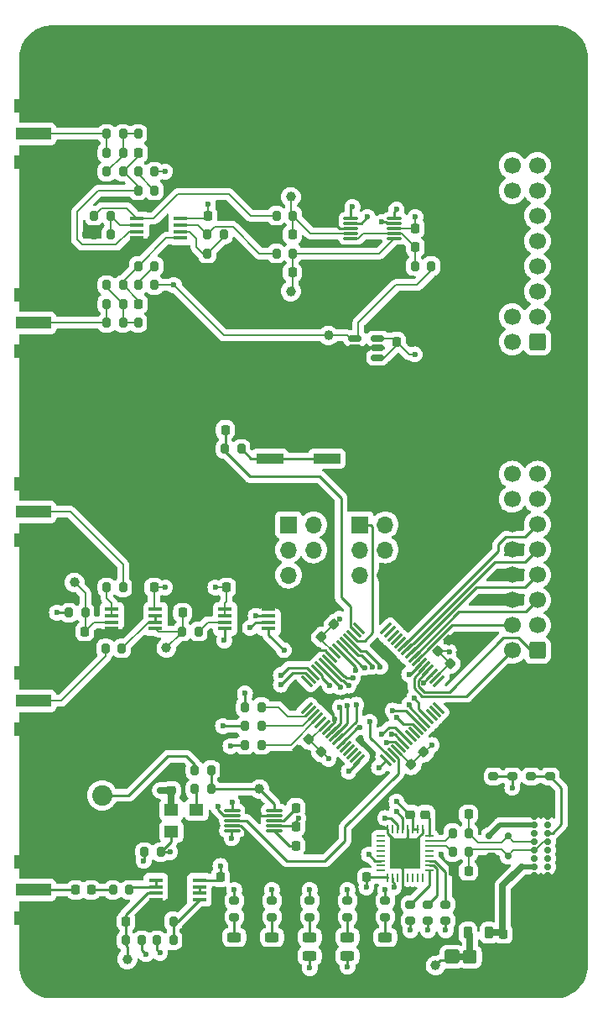
<source format=gbr>
%TF.GenerationSoftware,KiCad,Pcbnew,8.0.1*%
%TF.CreationDate,2024-04-20T11:28:48-04:00*%
%TF.ProjectId,Bridge_Controller,42726964-6765-45f4-936f-6e74726f6c6c,v1.0*%
%TF.SameCoordinates,Original*%
%TF.FileFunction,Copper,L1,Top*%
%TF.FilePolarity,Positive*%
%FSLAX46Y46*%
G04 Gerber Fmt 4.6, Leading zero omitted, Abs format (unit mm)*
G04 Created by KiCad (PCBNEW 8.0.1) date 2024-04-20 11:28:48*
%MOMM*%
%LPD*%
G01*
G04 APERTURE LIST*
G04 Aperture macros list*
%AMRoundRect*
0 Rectangle with rounded corners*
0 $1 Rounding radius*
0 $2 $3 $4 $5 $6 $7 $8 $9 X,Y pos of 4 corners*
0 Add a 4 corners polygon primitive as box body*
4,1,4,$2,$3,$4,$5,$6,$7,$8,$9,$2,$3,0*
0 Add four circle primitives for the rounded corners*
1,1,$1+$1,$2,$3*
1,1,$1+$1,$4,$5*
1,1,$1+$1,$6,$7*
1,1,$1+$1,$8,$9*
0 Add four rect primitives between the rounded corners*
20,1,$1+$1,$2,$3,$4,$5,0*
20,1,$1+$1,$4,$5,$6,$7,0*
20,1,$1+$1,$6,$7,$8,$9,0*
20,1,$1+$1,$8,$9,$2,$3,0*%
G04 Aperture macros list end*
%TA.AperFunction,SMDPad,CuDef*%
%ADD10RoundRect,0.200000X-0.200000X-0.275000X0.200000X-0.275000X0.200000X0.275000X-0.200000X0.275000X0*%
%TD*%
%TA.AperFunction,SMDPad,CuDef*%
%ADD11R,1.450000X0.450000*%
%TD*%
%TA.AperFunction,SMDPad,CuDef*%
%ADD12RoundRect,0.225000X0.225000X0.250000X-0.225000X0.250000X-0.225000X-0.250000X0.225000X-0.250000X0*%
%TD*%
%TA.AperFunction,SMDPad,CuDef*%
%ADD13C,1.000000*%
%TD*%
%TA.AperFunction,SMDPad,CuDef*%
%ADD14RoundRect,0.062500X0.062500X-0.375000X0.062500X0.375000X-0.062500X0.375000X-0.062500X-0.375000X0*%
%TD*%
%TA.AperFunction,SMDPad,CuDef*%
%ADD15RoundRect,0.062500X0.375000X-0.062500X0.375000X0.062500X-0.375000X0.062500X-0.375000X-0.062500X0*%
%TD*%
%TA.AperFunction,HeatsinkPad*%
%ADD16R,3.100000X3.100000*%
%TD*%
%TA.AperFunction,SMDPad,CuDef*%
%ADD17RoundRect,0.200000X-0.275000X0.200000X-0.275000X-0.200000X0.275000X-0.200000X0.275000X0.200000X0*%
%TD*%
%TA.AperFunction,SMDPad,CuDef*%
%ADD18RoundRect,0.225000X-0.225000X-0.250000X0.225000X-0.250000X0.225000X0.250000X-0.225000X0.250000X0*%
%TD*%
%TA.AperFunction,SMDPad,CuDef*%
%ADD19RoundRect,0.075000X-0.415425X-0.521491X0.521491X0.415425X0.415425X0.521491X-0.521491X-0.415425X0*%
%TD*%
%TA.AperFunction,SMDPad,CuDef*%
%ADD20RoundRect,0.075000X0.415425X-0.521491X0.521491X-0.415425X-0.415425X0.521491X-0.521491X0.415425X0*%
%TD*%
%TA.AperFunction,SMDPad,CuDef*%
%ADD21RoundRect,0.225000X-0.250000X0.225000X-0.250000X-0.225000X0.250000X-0.225000X0.250000X0.225000X0*%
%TD*%
%TA.AperFunction,SMDPad,CuDef*%
%ADD22RoundRect,0.200000X0.200000X0.275000X-0.200000X0.275000X-0.200000X-0.275000X0.200000X-0.275000X0*%
%TD*%
%TA.AperFunction,SMDPad,CuDef*%
%ADD23R,3.600000X1.270000*%
%TD*%
%TA.AperFunction,SMDPad,CuDef*%
%ADD24R,4.200000X1.350000*%
%TD*%
%TA.AperFunction,SMDPad,CuDef*%
%ADD25RoundRect,0.175000X0.325000X-0.175000X0.325000X0.175000X-0.325000X0.175000X-0.325000X-0.175000X0*%
%TD*%
%TA.AperFunction,SMDPad,CuDef*%
%ADD26RoundRect,0.150000X0.150000X-0.200000X0.150000X0.200000X-0.150000X0.200000X-0.150000X-0.200000X0*%
%TD*%
%TA.AperFunction,SMDPad,CuDef*%
%ADD27RoundRect,0.200000X0.275000X-0.200000X0.275000X0.200000X-0.275000X0.200000X-0.275000X-0.200000X0*%
%TD*%
%TA.AperFunction,ComponentPad*%
%ADD28R,1.700000X1.700000*%
%TD*%
%TA.AperFunction,ComponentPad*%
%ADD29O,1.700000X1.700000*%
%TD*%
%TA.AperFunction,SMDPad,CuDef*%
%ADD30RoundRect,0.225000X0.017678X-0.335876X0.335876X-0.017678X-0.017678X0.335876X-0.335876X0.017678X0*%
%TD*%
%TA.AperFunction,ComponentPad*%
%ADD31RoundRect,0.250000X0.600000X0.600000X-0.600000X0.600000X-0.600000X-0.600000X0.600000X-0.600000X0*%
%TD*%
%TA.AperFunction,ComponentPad*%
%ADD32C,1.700000*%
%TD*%
%TA.AperFunction,SMDPad,CuDef*%
%ADD33RoundRect,0.243750X0.456250X-0.243750X0.456250X0.243750X-0.456250X0.243750X-0.456250X-0.243750X0*%
%TD*%
%TA.AperFunction,ComponentPad*%
%ADD34C,5.562600*%
%TD*%
%TA.AperFunction,SMDPad,CuDef*%
%ADD35R,2.750000X1.000000*%
%TD*%
%TA.AperFunction,SMDPad,CuDef*%
%ADD36RoundRect,0.225000X0.335876X0.017678X0.017678X0.335876X-0.335876X-0.017678X-0.017678X-0.335876X0*%
%TD*%
%TA.AperFunction,ComponentPad*%
%ADD37C,0.700000*%
%TD*%
%TA.AperFunction,ComponentPad*%
%ADD38O,2.400000X0.900000*%
%TD*%
%TA.AperFunction,ComponentPad*%
%ADD39O,1.700000X0.900000*%
%TD*%
%TA.AperFunction,SMDPad,CuDef*%
%ADD40RoundRect,0.225000X-0.335876X-0.017678X-0.017678X-0.335876X0.335876X0.017678X0.017678X0.335876X0*%
%TD*%
%TA.AperFunction,SMDPad,CuDef*%
%ADD41R,1.400000X1.200000*%
%TD*%
%TA.AperFunction,SMDPad,CuDef*%
%ADD42RoundRect,0.225000X-0.017678X0.335876X-0.335876X0.017678X0.017678X-0.335876X0.335876X-0.017678X0*%
%TD*%
%TA.AperFunction,SMDPad,CuDef*%
%ADD43RoundRect,0.250000X-0.450000X-0.425000X0.450000X-0.425000X0.450000X0.425000X-0.450000X0.425000X0*%
%TD*%
%TA.AperFunction,SMDPad,CuDef*%
%ADD44RoundRect,0.087500X0.725000X0.087500X-0.725000X0.087500X-0.725000X-0.087500X0.725000X-0.087500X0*%
%TD*%
%TA.AperFunction,SMDPad,CuDef*%
%ADD45RoundRect,0.218750X0.218750X0.381250X-0.218750X0.381250X-0.218750X-0.381250X0.218750X-0.381250X0*%
%TD*%
%TA.AperFunction,SMDPad,CuDef*%
%ADD46RoundRect,0.075000X-0.650000X-0.075000X0.650000X-0.075000X0.650000X0.075000X-0.650000X0.075000X0*%
%TD*%
%TA.AperFunction,SMDPad,CuDef*%
%ADD47RoundRect,0.150000X-0.512500X-0.150000X0.512500X-0.150000X0.512500X0.150000X-0.512500X0.150000X0*%
%TD*%
%TA.AperFunction,SMDPad,CuDef*%
%ADD48RoundRect,0.225000X0.250000X-0.225000X0.250000X0.225000X-0.250000X0.225000X-0.250000X-0.225000X0*%
%TD*%
%TA.AperFunction,ComponentPad*%
%ADD49C,2.050000*%
%TD*%
%TA.AperFunction,ComponentPad*%
%ADD50C,2.250000*%
%TD*%
%TA.AperFunction,ViaPad*%
%ADD51C,0.600000*%
%TD*%
%TA.AperFunction,Conductor*%
%ADD52C,0.254000*%
%TD*%
%TA.AperFunction,Conductor*%
%ADD53C,0.635000*%
%TD*%
%TA.AperFunction,Conductor*%
%ADD54C,0.200000*%
%TD*%
%TA.AperFunction,Conductor*%
%ADD55C,0.508000*%
%TD*%
G04 APERTURE END LIST*
D10*
%TO.P,R35,1*%
%TO.N,Net-(R32-Pad2)*%
X35370000Y-44450000D03*
%TO.P,R35,2*%
%TO.N,GND*%
X37020000Y-44450000D03*
%TD*%
%TO.P,R22,1*%
%TO.N,Net-(U3-VOUT_A)*%
X28385000Y-73660000D03*
%TO.P,R22,2*%
%TO.N,Net-(U5A-+)*%
X30035000Y-73660000D03*
%TD*%
%TO.P,R39,1*%
%TO.N,Net-(U8A-+)*%
X35370000Y-31115000D03*
%TO.P,R39,2*%
%TO.N,Net-(R38-Pad1)*%
X37020000Y-31115000D03*
%TD*%
D11*
%TO.P,U6,1*%
%TO.N,Net-(U6A--)*%
X37170000Y-100625000D03*
%TO.P,U6,2,-*%
X37170000Y-101275000D03*
%TO.P,U6,3,+*%
%TO.N,Net-(U6A-+)*%
X37170000Y-101925000D03*
%TO.P,U6,4,V-*%
%TO.N,GND*%
X37170000Y-102575000D03*
%TO.P,U6,5,+*%
%TO.N,Net-(U6B-+)*%
X41570000Y-102575000D03*
%TO.P,U6,6,-*%
%TO.N,Net-(U6B--)*%
X41570000Y-101925000D03*
%TO.P,U6,7*%
X41570000Y-101275000D03*
%TO.P,U6,8,V+*%
%TO.N,+5V*%
X41570000Y-100625000D03*
%TD*%
D12*
%TO.P,C32,1*%
%TO.N,GND*%
X43955000Y-33655000D03*
%TO.P,C32,2*%
%TO.N,+5V*%
X42405000Y-33655000D03*
%TD*%
%TO.P,C10,1*%
%TO.N,USBDM*%
X68720000Y-93980000D03*
%TO.P,C10,2*%
%TO.N,GND*%
X67170000Y-93980000D03*
%TD*%
D13*
%TO.P,TP8,1,1*%
%TO.N,+5V*%
X65405000Y-109220000D03*
%TD*%
D14*
%TO.P,U2,1,VCCIO*%
%TO.N,+5V*%
X60582500Y-100342500D03*
%TO.P,U2,2,RXD*%
%TO.N,TX*%
X61082500Y-100342500D03*
%TO.P,U2,3,RI*%
%TO.N,unconnected-(U2-RI-Pad3)*%
X61582500Y-100342500D03*
%TO.P,U2,4,GND*%
%TO.N,GND*%
X62082500Y-100342500D03*
%TO.P,U2,5,NC*%
%TO.N,unconnected-(U2-NC-Pad5)*%
X62582500Y-100342500D03*
%TO.P,U2,6,DSR*%
%TO.N,unconnected-(U2-DSR-Pad6)*%
X63082500Y-100342500D03*
%TO.P,U2,7,DCD*%
%TO.N,unconnected-(U2-DCD-Pad7)*%
X63582500Y-100342500D03*
%TO.P,U2,8,CTS*%
%TO.N,unconnected-(U2-CTS-Pad8)*%
X64082500Y-100342500D03*
D15*
%TO.P,U2,9,CBUS4*%
%TO.N,Net-(U2-CBUS4)*%
X64770000Y-99655000D03*
%TO.P,U2,10,CBUS2*%
%TO.N,Net-(U2-CBUS2)*%
X64770000Y-99155000D03*
%TO.P,U2,11,CBUS3*%
%TO.N,Net-(U2-CBUS3)*%
X64770000Y-98655000D03*
%TO.P,U2,12,NC*%
%TO.N,unconnected-(U2-NC-Pad12)*%
X64770000Y-98155000D03*
%TO.P,U2,13,NC*%
%TO.N,unconnected-(U2-NC-Pad13)*%
X64770000Y-97655000D03*
%TO.P,U2,14,USBD+*%
%TO.N,Net-(U2-USBD+)*%
X64770000Y-97155000D03*
%TO.P,U2,15,USBD-*%
%TO.N,Net-(U2-USBD-)*%
X64770000Y-96655000D03*
%TO.P,U2,16,3V3OUT*%
%TO.N,+3V3*%
X64770000Y-96155000D03*
D14*
%TO.P,U2,17,GND*%
%TO.N,GND*%
X64082500Y-95467500D03*
%TO.P,U2,18,~{RESET}*%
%TO.N,+5V*%
X63582500Y-95467500D03*
%TO.P,U2,19,VCC*%
X63082500Y-95467500D03*
%TO.P,U2,20,GND*%
%TO.N,GND*%
X62582500Y-95467500D03*
%TO.P,U2,21,CBUS1*%
%TO.N,RX_LED*%
X62082500Y-95467500D03*
%TO.P,U2,22,CBUS0*%
%TO.N,TX_LED*%
X61582500Y-95467500D03*
%TO.P,U2,23,NC*%
%TO.N,unconnected-(U2-NC-Pad23)*%
X61082500Y-95467500D03*
%TO.P,U2,24,AGND*%
%TO.N,GND*%
X60582500Y-95467500D03*
D15*
%TO.P,U2,25,NC*%
%TO.N,unconnected-(U2-NC-Pad25)*%
X59895000Y-96155000D03*
%TO.P,U2,26,TEST*%
%TO.N,unconnected-(U2-TEST-Pad26)*%
X59895000Y-96655000D03*
%TO.P,U2,27,OSCI*%
%TO.N,unconnected-(U2-OSCI-Pad27)*%
X59895000Y-97155000D03*
%TO.P,U2,28,OSCO*%
%TO.N,unconnected-(U2-OSCO-Pad28)*%
X59895000Y-97655000D03*
%TO.P,U2,29,NC*%
%TO.N,unconnected-(U2-NC-Pad29)*%
X59895000Y-98155000D03*
%TO.P,U2,30,TXD*%
%TO.N,RX*%
X59895000Y-98655000D03*
%TO.P,U2,31,DTR*%
%TO.N,unconnected-(U2-DTR-Pad31)*%
X59895000Y-99155000D03*
%TO.P,U2,32,RTS*%
%TO.N,unconnected-(U2-RTS-Pad32)*%
X59895000Y-99655000D03*
D16*
%TO.P,U2,33,EP/GND*%
%TO.N,GND*%
X62332500Y-97905000D03*
%TD*%
D12*
%TO.P,C14,1*%
%TO.N,+5V*%
X58433000Y-100330000D03*
%TO.P,C14,2*%
%TO.N,GND*%
X56883000Y-100330000D03*
%TD*%
D10*
%TO.P,R33,1*%
%TO.N,Net-(J11-In)*%
X32195000Y-44450000D03*
%TO.P,R33,2*%
%TO.N,Net-(R32-Pad2)*%
X33845000Y-44450000D03*
%TD*%
%TO.P,R27,1*%
%TO.N,Net-(U5A--)*%
X32195000Y-71120000D03*
%TO.P,R27,2*%
%TO.N,Net-(J8-In)*%
X33845000Y-71120000D03*
%TD*%
D17*
%TO.P,R6,1*%
%TO.N,ERROR_LED*%
X48895000Y-102680000D03*
%TO.P,R6,2*%
%TO.N,Net-(D2-A)*%
X48895000Y-104330000D03*
%TD*%
D18*
%TO.P,C21,1*%
%TO.N,Net-(U4-COMP)*%
X51295000Y-97155000D03*
%TO.P,C21,2*%
%TO.N,GND*%
X52845000Y-97155000D03*
%TD*%
D19*
%TO.P,U1,1,PA3*%
%TO.N,unconnected-(U1-PA3-Pad1)*%
X52399357Y-83267342D03*
%TO.P,U1,2,PA4*%
%TO.N,Net-(U1-PA4)*%
X52752911Y-83620895D03*
%TO.P,U1,3,PA5*%
%TO.N,Net-(U1-PA5)*%
X53106464Y-83974449D03*
%TO.P,U1,4,PA6*%
%TO.N,Net-(U1-PA6)*%
X53460018Y-84328002D03*
%TO.P,U1,5,PA7*%
%TO.N,unconnected-(U1-PA7-Pad5)*%
X53813571Y-84681555D03*
%TO.P,U1,6,VDD*%
%TO.N,+5V*%
X54167124Y-85035109D03*
%TO.P,U1,7,GND*%
%TO.N,GND*%
X54520678Y-85388662D03*
%TO.P,U1,8,PB0*%
%TO.N,PB0*%
X54874231Y-85742215D03*
%TO.P,U1,9,PB1*%
%TO.N,PB1*%
X55227785Y-86095769D03*
%TO.P,U1,10,PB2*%
%TO.N,PB2*%
X55581338Y-86449322D03*
%TO.P,U1,11,PB3*%
%TO.N,PB3*%
X55934891Y-86802876D03*
%TO.P,U1,12,PB4*%
%TO.N,unconnected-(U1-PB4-Pad12)*%
X56288445Y-87156429D03*
%TO.P,U1,13,PB5*%
%TO.N,unconnected-(U1-PB5-Pad13)*%
X56641998Y-87509982D03*
%TO.P,U1,14,PB6*%
%TO.N,unconnected-(U1-PB6-Pad14)*%
X56995551Y-87863536D03*
%TO.P,U1,15,PB7*%
%TO.N,unconnected-(U1-PB7-Pad15)*%
X57349105Y-88217089D03*
%TO.P,U1,16,PC0*%
%TO.N,RUN_LED*%
X57702658Y-88570643D03*
D20*
%TO.P,U1,17,PC1*%
%TO.N,ERROR_LED*%
X60407342Y-88570643D03*
%TO.P,U1,18,PC2*%
%TO.N,~{CS_ADC}*%
X60760895Y-88217089D03*
%TO.P,U1,19,PC3*%
%TO.N,~{CS_DDS}*%
X61114449Y-87863536D03*
%TO.P,U1,20,VDD*%
%TO.N,+5V*%
X61468002Y-87509982D03*
%TO.P,U1,21,GND*%
%TO.N,GND*%
X61821555Y-87156429D03*
%TO.P,U1,22,PC4*%
%TO.N,~{CS_DAC}*%
X62175109Y-86802876D03*
%TO.P,U1,23,PC5*%
%TO.N,XO_EN*%
X62528662Y-86449322D03*
%TO.P,U1,24,PC6*%
%TO.N,unconnected-(U1-PC6-Pad24)*%
X62882215Y-86095769D03*
%TO.P,U1,25,PC7*%
%TO.N,unconnected-(U1-PC7-Pad25)*%
X63235769Y-85742215D03*
%TO.P,U1,26,PD0*%
%TO.N,AIN0*%
X63589322Y-85388662D03*
%TO.P,U1,27,PD1*%
%TO.N,AIN1*%
X63942876Y-85035109D03*
%TO.P,U1,28,PD2*%
%TO.N,AIN2*%
X64296429Y-84681555D03*
%TO.P,U1,29,PD3*%
%TO.N,AIN3*%
X64649982Y-84328002D03*
%TO.P,U1,30,PD4*%
%TO.N,unconnected-(U1-PD4-Pad30)*%
X65003536Y-83974449D03*
%TO.P,U1,31,PD5*%
%TO.N,unconnected-(U1-PD5-Pad31)*%
X65357089Y-83620895D03*
%TO.P,U1,32,PD6*%
%TO.N,unconnected-(U1-PD6-Pad32)*%
X65710643Y-83267342D03*
D19*
%TO.P,U1,33,VREFA/PD7*%
%TO.N,unconnected-(U1-VREFA{slash}PD7-Pad33)*%
X65710643Y-80562658D03*
%TO.P,U1,34,AVDD*%
%TO.N,+5V*%
X65357089Y-80209105D03*
%TO.P,U1,35,GND*%
%TO.N,GND*%
X65003536Y-79855551D03*
%TO.P,U1,36,PE0*%
%TO.N,PE0*%
X64649982Y-79501998D03*
%TO.P,U1,37,PE1*%
%TO.N,PE1*%
X64296429Y-79148445D03*
%TO.P,U1,38,PE2*%
%TO.N,PE2*%
X63942876Y-78794891D03*
%TO.P,U1,39,PE3*%
%TO.N,PE3*%
X63589322Y-78441338D03*
%TO.P,U1,40,PE4*%
%TO.N,PE4*%
X63235769Y-78087785D03*
%TO.P,U1,41,PE5*%
%TO.N,PE5*%
X62882215Y-77734231D03*
%TO.P,U1,42,PE6*%
%TO.N,PE6*%
X62528662Y-77380678D03*
%TO.P,U1,43,PE7*%
%TO.N,PE7*%
X62175109Y-77027124D03*
%TO.P,U1,44,XTAL32K1/PF0*%
%TO.N,unconnected-(U1-XTAL32K1{slash}PF0-Pad44)*%
X61821555Y-76673571D03*
%TO.P,U1,45,XTAL32K2/PF1*%
%TO.N,unconnected-(U1-XTAL32K2{slash}PF1-Pad45)*%
X61468002Y-76320018D03*
%TO.P,U1,46,PF2*%
%TO.N,unconnected-(U1-PF2-Pad46)*%
X61114449Y-75966464D03*
%TO.P,U1,47,PF3*%
%TO.N,unconnected-(U1-PF3-Pad47)*%
X60760895Y-75612911D03*
%TO.P,U1,48,PF4*%
%TO.N,unconnected-(U1-PF4-Pad48)*%
X60407342Y-75259357D03*
D20*
%TO.P,U1,49,PF5*%
%TO.N,unconnected-(U1-PF5-Pad49)*%
X57702658Y-75259357D03*
%TO.P,U1,50,~{RESET}/PF6_*%
%TO.N,~{RESET}*%
X57349105Y-75612911D03*
%TO.P,U1,51,UPDI*%
%TO.N,UPDI*%
X56995551Y-75966464D03*
%TO.P,U1,52,PG0*%
%TO.N,PG0*%
X56641998Y-76320018D03*
%TO.P,U1,53,PG1*%
%TO.N,PG1*%
X56288445Y-76673571D03*
%TO.P,U1,54,PG2*%
%TO.N,PG2*%
X55934891Y-77027124D03*
%TO.P,U1,55,PG3*%
%TO.N,PG3*%
X55581338Y-77380678D03*
%TO.P,U1,56,VDD*%
%TO.N,+5V*%
X55227785Y-77734231D03*
%TO.P,U1,57,GND*%
%TO.N,GND*%
X54874231Y-78087785D03*
%TO.P,U1,58,PG4*%
%TO.N,PG4*%
X54520678Y-78441338D03*
%TO.P,U1,59,PG5*%
%TO.N,PG5*%
X54167124Y-78794891D03*
%TO.P,U1,60,PG6*%
%TO.N,PG6*%
X53813571Y-79148445D03*
%TO.P,U1,61,PG7*%
%TO.N,PG7*%
X53460018Y-79501998D03*
%TO.P,U1,62,PA0*%
%TO.N,TX*%
X53106464Y-79855551D03*
%TO.P,U1,63,PA1*%
%TO.N,RX*%
X52752911Y-80209105D03*
%TO.P,U1,64,PA2*%
%TO.N,unconnected-(U1-PA2-Pad64)*%
X52399357Y-80562658D03*
%TD*%
D21*
%TO.P,C13,1*%
%TO.N,GND*%
X62865000Y-92443000D03*
%TO.P,C13,2*%
%TO.N,+5V*%
X62865000Y-93993000D03*
%TD*%
D18*
%TO.P,C23,1*%
%TO.N,Net-(U5B-+)*%
X39865000Y-73660000D03*
%TO.P,C23,2*%
%TO.N,GND*%
X41415000Y-73660000D03*
%TD*%
D22*
%TO.P,R47,1*%
%TO.N,ADC_0*%
X50990000Y-33655000D03*
%TO.P,R47,2*%
%TO.N,Net-(R44-Pad1)*%
X49340000Y-33655000D03*
%TD*%
D23*
%TO.P,J8,1,In*%
%TO.N,Net-(J8-In)*%
X24782500Y-63500000D03*
D24*
%TO.P,J8,2,Ext*%
%TO.N,GND*%
X24982500Y-60675000D03*
X24982500Y-66325000D03*
%TD*%
D25*
%TO.P,D3,1,A*%
%TO.N,GND*%
X71005000Y-98155000D03*
D26*
%TO.P,D3,2,K*%
%TO.N,USBDP*%
X72705000Y-98155000D03*
%TO.P,D3,3,K*%
%TO.N,USBDM*%
X72705000Y-96155000D03*
%TO.P,D3,4,K*%
%TO.N,VBUS*%
X70805000Y-96155000D03*
%TD*%
D22*
%TO.P,R7,1*%
%TO.N,USBDP*%
X68770000Y-97790000D03*
%TO.P,R7,2*%
%TO.N,Net-(U2-USBD+)*%
X67120000Y-97790000D03*
%TD*%
D27*
%TO.P,R9,1*%
%TO.N,Net-(J5-CC2)*%
X75057000Y-90170000D03*
%TO.P,R9,2*%
%TO.N,GND*%
X75057000Y-88520000D03*
%TD*%
D13*
%TO.P,TP4,1,1*%
%TO.N,Net-(U5B-+)*%
X38227000Y-77216000D03*
%TD*%
D10*
%TO.P,R38,1*%
%TO.N,Net-(R38-Pad1)*%
X35370000Y-29210000D03*
%TO.P,R38,2*%
%TO.N,+2V5*%
X37020000Y-29210000D03*
%TD*%
D22*
%TO.P,R1,1*%
%TO.N,Net-(R1-Pad1)*%
X45783000Y-57150000D03*
%TO.P,R1,2*%
%TO.N,~{RESET}*%
X44133000Y-57150000D03*
%TD*%
D28*
%TO.P,J1,1,DATA*%
%TO.N,UPDI*%
X57780000Y-64785000D03*
D29*
%TO.P,J1,2,VCC*%
%TO.N,+5V*%
X60320000Y-64785000D03*
%TO.P,J1,3,NC*%
%TO.N,unconnected-(J1-NC-Pad3)*%
X57780000Y-67325000D03*
%TO.P,J1,4,NC*%
%TO.N,unconnected-(J1-NC-Pad4)*%
X60320000Y-67325000D03*
%TO.P,J1,5,NC*%
%TO.N,unconnected-(J1-NC-Pad5)*%
X57780000Y-69865000D03*
%TO.P,J1,6,GND*%
%TO.N,GND*%
X60320000Y-69865000D03*
%TD*%
D17*
%TO.P,R17,1*%
%TO.N,+5V*%
X56515000Y-102680000D03*
%TO.P,R17,2*%
%TO.N,Net-(D5-A)*%
X56515000Y-104330000D03*
%TD*%
D10*
%TO.P,R26,1*%
%TO.N,GND*%
X37275000Y-104775000D03*
%TO.P,R26,2*%
%TO.N,Net-(U6B-+)*%
X38925000Y-104775000D03*
%TD*%
D13*
%TO.P,TP2,1,1*%
%TO.N,Net-(U6A-+)*%
X34290000Y-108585000D03*
%TD*%
D23*
%TO.P,J11,1,In*%
%TO.N,Net-(J11-In)*%
X24782500Y-44450000D03*
D24*
%TO.P,J11,2,Ext*%
%TO.N,GND*%
X24982500Y-41625000D03*
X24982500Y-47275000D03*
%TD*%
D12*
%TO.P,C11,1*%
%TO.N,USBDP*%
X68720000Y-99695000D03*
%TO.P,C11,2*%
%TO.N,GND*%
X67170000Y-99695000D03*
%TD*%
%TO.P,C31,1*%
%TO.N,ADC_1*%
X50940000Y-39370000D03*
%TO.P,C31,2*%
%TO.N,GND*%
X49390000Y-39370000D03*
%TD*%
D30*
%TO.P,C2,1*%
%TO.N,GND*%
X51521992Y-87543008D03*
%TO.P,C2,2*%
%TO.N,+5V*%
X52618008Y-86446992D03*
%TD*%
D18*
%TO.P,C24,1*%
%TO.N,Net-(U6A-+)*%
X34150000Y-104775000D03*
%TO.P,C24,2*%
%TO.N,GND*%
X35700000Y-104775000D03*
%TD*%
D22*
%TO.P,R4,1*%
%TO.N,Net-(U1-PA6)*%
X47815000Y-86995000D03*
%TO.P,R4,2*%
%TO.N,SCLK*%
X46165000Y-86995000D03*
%TD*%
D18*
%TO.P,C26,1*%
%TO.N,+5V*%
X61455000Y-46355000D03*
%TO.P,C26,2*%
%TO.N,GND*%
X63005000Y-46355000D03*
%TD*%
D10*
%TO.P,R25,1*%
%TO.N,+5V*%
X37275000Y-106680000D03*
%TO.P,R25,2*%
%TO.N,Net-(U6B-+)*%
X38925000Y-106680000D03*
%TD*%
D12*
%TO.P,C18,1*%
%TO.N,GND*%
X45860000Y-71120000D03*
%TO.P,C18,2*%
%TO.N,+5V*%
X44310000Y-71120000D03*
%TD*%
D10*
%TO.P,R21,1*%
%TO.N,EXT_REF*%
X41085000Y-89535000D03*
%TO.P,R21,2*%
%TO.N,DDS_CLK*%
X42735000Y-89535000D03*
%TD*%
%TO.P,R32,1*%
%TO.N,Net-(J11-In)*%
X32195000Y-42545000D03*
%TO.P,R32,2*%
%TO.N,Net-(R32-Pad2)*%
X33845000Y-42545000D03*
%TD*%
D13*
%TO.P,TP3,1,1*%
%TO.N,Net-(U5A-+)*%
X28956000Y-70612000D03*
%TD*%
D12*
%TO.P,C1,1*%
%TO.N,GND*%
X45733000Y-55245000D03*
%TO.P,C1,2*%
%TO.N,~{RESET}*%
X44183000Y-55245000D03*
%TD*%
D31*
%TO.P,J2,1,Pin_1*%
%TO.N,PG0*%
X75682500Y-46355000D03*
D32*
%TO.P,J2,2,Pin_2*%
%TO.N,PG1*%
X73142500Y-46355000D03*
%TO.P,J2,3,Pin_3*%
%TO.N,PG2*%
X75682500Y-43815000D03*
%TO.P,J2,4,Pin_4*%
%TO.N,PG3*%
X73142500Y-43815000D03*
%TO.P,J2,5,Pin_5*%
%TO.N,PG4*%
X75682500Y-41275000D03*
%TO.P,J2,6,Pin_6*%
%TO.N,GND*%
X73142500Y-41275000D03*
%TO.P,J2,7,Pin_7*%
%TO.N,PG5*%
X75682500Y-38735000D03*
%TO.P,J2,8,Pin_8*%
%TO.N,GND*%
X73142500Y-38735000D03*
%TO.P,J2,9,Pin_9*%
%TO.N,PG6*%
X75682500Y-36195000D03*
%TO.P,J2,10,Pin_10*%
%TO.N,GND*%
X73142500Y-36195000D03*
%TO.P,J2,11,Pin_11*%
%TO.N,PG7*%
X75682500Y-33655000D03*
%TO.P,J2,12,Pin_12*%
%TO.N,GND*%
X73142500Y-33655000D03*
%TO.P,J2,13,Pin_13*%
%TO.N,AIN0*%
X75682500Y-31115000D03*
%TO.P,J2,14,Pin_14*%
%TO.N,+5V*%
X73142500Y-31115000D03*
%TO.P,J2,15,Pin_15*%
%TO.N,AIN1*%
X75682500Y-28575000D03*
%TO.P,J2,16,Pin_16*%
%TO.N,+5V*%
X73142500Y-28575000D03*
%TD*%
D28*
%TO.P,J4,1,Pin_1*%
%TO.N,PB0*%
X50541000Y-64785000D03*
D29*
%TO.P,J4,2,Pin_2*%
%TO.N,PB1*%
X53081000Y-64785000D03*
%TO.P,J4,3,Pin_3*%
%TO.N,PB2*%
X50541000Y-67325000D03*
%TO.P,J4,4,Pin_4*%
%TO.N,PB3*%
X53081000Y-67325000D03*
%TO.P,J4,5,Pin_5*%
%TO.N,+5V*%
X50541000Y-69865000D03*
%TO.P,J4,6,Pin_6*%
%TO.N,GND*%
X53081000Y-69865000D03*
%TD*%
D12*
%TO.P,C15,1*%
%TO.N,GND*%
X73800000Y-106045000D03*
%TO.P,C15,2*%
%TO.N,VBUS*%
X72250000Y-106045000D03*
%TD*%
D33*
%TO.P,D5,1,K*%
%TO.N,RX_LED*%
X56515000Y-108252500D03*
%TO.P,D5,2,A*%
%TO.N,Net-(D5-A)*%
X56515000Y-106377500D03*
%TD*%
D10*
%TO.P,R29,1*%
%TO.N,Net-(C25-Pad1)*%
X32830000Y-101600000D03*
%TO.P,R29,2*%
%TO.N,Net-(U6A--)*%
X34480000Y-101600000D03*
%TD*%
D17*
%TO.P,R15,1*%
%TO.N,Net-(U2-CBUS3)*%
X66421000Y-103061000D03*
%TO.P,R15,2*%
%TO.N,+5V*%
X66421000Y-104711000D03*
%TD*%
%TO.P,R13,1*%
%TO.N,+5V*%
X52705000Y-102680000D03*
%TO.P,R13,2*%
%TO.N,Net-(D4-A)*%
X52705000Y-104330000D03*
%TD*%
D12*
%TO.P,C35,1*%
%TO.N,GND*%
X45225000Y-100330000D03*
%TO.P,C35,2*%
%TO.N,+5V*%
X43675000Y-100330000D03*
%TD*%
D22*
%TO.P,R8,1*%
%TO.N,USBDM*%
X68770000Y-95885000D03*
%TO.P,R8,2*%
%TO.N,Net-(U2-USBD-)*%
X67120000Y-95885000D03*
%TD*%
D27*
%TO.P,R10,1*%
%TO.N,Net-(J5-CC2)*%
X76962000Y-90170000D03*
%TO.P,R10,2*%
%TO.N,GND*%
X76962000Y-88520000D03*
%TD*%
D10*
%TO.P,R37,1*%
%TO.N,Net-(R30-Pad2)*%
X32195000Y-29210000D03*
%TO.P,R37,2*%
%TO.N,Net-(U8A-+)*%
X33845000Y-29210000D03*
%TD*%
D22*
%TO.P,R3,1*%
%TO.N,Net-(U1-PA5)*%
X47815000Y-85090000D03*
%TO.P,R3,2*%
%TO.N,MISO*%
X46165000Y-85090000D03*
%TD*%
D17*
%TO.P,R14,1*%
%TO.N,Net-(U2-CBUS2)*%
X64643000Y-103061000D03*
%TO.P,R14,2*%
%TO.N,+5V*%
X64643000Y-104711000D03*
%TD*%
D23*
%TO.P,J7,1,In*%
%TO.N,Net-(J7-In)*%
X24782500Y-101600000D03*
D24*
%TO.P,J7,2,Ext*%
%TO.N,GND*%
X24982500Y-98775000D03*
X24982500Y-104425000D03*
%TD*%
D33*
%TO.P,D4,1,K*%
%TO.N,TX_LED*%
X52705000Y-108252500D03*
%TO.P,D4,2,A*%
%TO.N,Net-(D4-A)*%
X52705000Y-106377500D03*
%TD*%
D34*
%TO.P,H1,1,1*%
%TO.N,GND*%
X26670000Y-17780000D03*
%TD*%
%TO.P,H2,1,1*%
%TO.N,GND*%
X26670000Y-109220000D03*
%TD*%
D22*
%TO.P,R24,1*%
%TO.N,Net-(U4-VOUT)*%
X35750000Y-106680000D03*
%TO.P,R24,2*%
%TO.N,Net-(U6A-+)*%
X34100000Y-106680000D03*
%TD*%
D34*
%TO.P,H3,1,1*%
%TO.N,GND*%
X77470000Y-17780000D03*
%TD*%
D12*
%TO.P,C22,1*%
%TO.N,Net-(U5A-+)*%
X29985000Y-75565000D03*
%TO.P,C22,2*%
%TO.N,GND*%
X28435000Y-75565000D03*
%TD*%
D35*
%TO.P,SW1,1,1*%
%TO.N,GND*%
X48687000Y-54134000D03*
X54437000Y-54134000D03*
%TO.P,SW1,2,2*%
%TO.N,Net-(R1-Pad1)*%
X48687000Y-58134000D03*
X54437000Y-58134000D03*
%TD*%
D11*
%TO.P,U8,1*%
%TO.N,Net-(R44-Pad1)*%
X35265000Y-33950000D03*
%TO.P,U8,2,-*%
%TO.N,Net-(U8A--)*%
X35265000Y-34600000D03*
%TO.P,U8,3,+*%
%TO.N,Net-(U8A-+)*%
X35265000Y-35250000D03*
%TO.P,U8,4,V-*%
%TO.N,GND*%
X35265000Y-35900000D03*
%TO.P,U8,5,+*%
%TO.N,Net-(U8B-+)*%
X39665000Y-35900000D03*
%TO.P,U8,6,-*%
%TO.N,Net-(U8B--)*%
X39665000Y-35250000D03*
%TO.P,U8,7*%
%TO.N,Net-(R45-Pad1)*%
X39665000Y-34600000D03*
%TO.P,U8,8,V+*%
%TO.N,+5V*%
X39665000Y-33950000D03*
%TD*%
%TO.P,U5,1*%
%TO.N,Net-(U5A--)*%
X32725000Y-73320000D03*
%TO.P,U5,2,-*%
X32725000Y-73970000D03*
%TO.P,U5,3,+*%
%TO.N,Net-(U5A-+)*%
X32725000Y-74620000D03*
%TO.P,U5,4,V-*%
%TO.N,GND*%
X32725000Y-75270000D03*
%TO.P,U5,5,+*%
%TO.N,Net-(U5B-+)*%
X37125000Y-75270000D03*
%TO.P,U5,6,-*%
%TO.N,Net-(U5B--)*%
X37125000Y-74620000D03*
%TO.P,U5,7*%
X37125000Y-73970000D03*
%TO.P,U5,8,V+*%
%TO.N,+5V*%
X37125000Y-73320000D03*
%TD*%
D10*
%TO.P,R40,1*%
%TO.N,Net-(R40-Pad1)*%
X35370000Y-40640000D03*
%TO.P,R40,2*%
%TO.N,+2V5*%
X37020000Y-40640000D03*
%TD*%
D36*
%TO.P,C3,1*%
%TO.N,GND*%
X64048008Y-90083008D03*
%TO.P,C3,2*%
%TO.N,+5V*%
X62951992Y-88986992D03*
%TD*%
D13*
%TO.P,TP5,1,1*%
%TO.N,+2V5*%
X54610000Y-45720000D03*
%TD*%
D30*
%TO.P,C7,1*%
%TO.N,+5V*%
X65618992Y-77510008D03*
%TO.P,C7,2*%
%TO.N,GND*%
X66715008Y-76413992D03*
%TD*%
D10*
%TO.P,R42,1*%
%TO.N,GND*%
X30925000Y-35560000D03*
%TO.P,R42,2*%
%TO.N,Net-(U8A--)*%
X32575000Y-35560000D03*
%TD*%
%TO.P,R36,1*%
%TO.N,Net-(R32-Pad2)*%
X32195000Y-40640000D03*
%TO.P,R36,2*%
%TO.N,Net-(U8B-+)*%
X33845000Y-40640000D03*
%TD*%
D22*
%TO.P,R41,1*%
%TO.N,Net-(R40-Pad1)*%
X37020000Y-38735000D03*
%TO.P,R41,2*%
%TO.N,Net-(U8B-+)*%
X35370000Y-38735000D03*
%TD*%
%TO.P,R48,1*%
%TO.N,ADC_1*%
X50990000Y-37465000D03*
%TO.P,R48,2*%
%TO.N,Net-(R45-Pad1)*%
X49340000Y-37465000D03*
%TD*%
D37*
%TO.P,J5,A1,GND*%
%TO.N,GND*%
X75350000Y-100130000D03*
%TO.P,J5,A4,VBUS*%
%TO.N,VBUS*%
X75350000Y-99280000D03*
%TO.P,J5,A5,CC1*%
%TO.N,Net-(J5-CC1)*%
X75350000Y-98430000D03*
%TO.P,J5,A6,D+*%
%TO.N,USBDP*%
X75350000Y-97580000D03*
%TO.P,J5,A7,D-*%
%TO.N,USBDM*%
X75350000Y-96730000D03*
%TO.P,J5,A8,SBU1*%
%TO.N,unconnected-(J5-SBU1-PadA8)*%
X75350000Y-95880000D03*
%TO.P,J5,A9,VBUS*%
%TO.N,VBUS*%
X75350000Y-95030000D03*
%TO.P,J5,A12,GND*%
%TO.N,GND*%
X75350000Y-94180000D03*
%TO.P,J5,B1,GND*%
X76700000Y-94180000D03*
%TO.P,J5,B4,VBUS*%
%TO.N,VBUS*%
X76700000Y-95030000D03*
%TO.P,J5,B5,CC2*%
%TO.N,Net-(J5-CC2)*%
X76700000Y-95880000D03*
%TO.P,J5,B6,D+*%
%TO.N,USBDP*%
X76700000Y-96730000D03*
%TO.P,J5,B7,D-*%
%TO.N,USBDM*%
X76700000Y-97580000D03*
%TO.P,J5,B8,SBU2*%
%TO.N,unconnected-(J5-SBU2-PadB8)*%
X76700000Y-98430000D03*
%TO.P,J5,B9,VBUS*%
%TO.N,VBUS*%
X76700000Y-99280000D03*
%TO.P,J5,B12,GND*%
%TO.N,GND*%
X76700000Y-100130000D03*
D38*
%TO.P,J5,S1,SHIELD*%
X76330000Y-101480000D03*
D39*
X79710000Y-101480000D03*
D38*
X76330000Y-92830000D03*
D39*
X79710000Y-92830000D03*
%TD*%
D10*
%TO.P,R34,1*%
%TO.N,Net-(R30-Pad2)*%
X35370000Y-25400000D03*
%TO.P,R34,2*%
%TO.N,GND*%
X37020000Y-25400000D03*
%TD*%
D12*
%TO.P,C19,1*%
%TO.N,GND*%
X52845000Y-93345000D03*
%TO.P,C19,2*%
%TO.N,Net-(U4-CAP{slash}2.5V)*%
X51295000Y-93345000D03*
%TD*%
D11*
%TO.P,U3,1,VDD*%
%TO.N,+5V*%
X44155000Y-73320000D03*
%TO.P,U3,2,VREF*%
X44155000Y-73970000D03*
%TO.P,U3,3,VOUT_B*%
%TO.N,Net-(U3-VOUT_B)*%
X44155000Y-74620000D03*
%TO.P,U3,4,VOUT_A*%
%TO.N,Net-(U3-VOUT_A)*%
X44155000Y-75270000D03*
%TO.P,U3,5,~{SYNC}*%
%TO.N,~{CS_DAC}*%
X48555000Y-75270000D03*
%TO.P,U3,6,SCLK*%
%TO.N,SCLK*%
X48555000Y-74620000D03*
%TO.P,U3,7,DIN*%
%TO.N,MOSI*%
X48555000Y-73970000D03*
%TO.P,U3,8,GND*%
%TO.N,GND*%
X48555000Y-73320000D03*
%TD*%
D23*
%TO.P,J9,1,In*%
%TO.N,Net-(J9-In)*%
X24782500Y-82550000D03*
D24*
%TO.P,J9,2,Ext*%
%TO.N,GND*%
X24982500Y-79725000D03*
X24982500Y-85375000D03*
%TD*%
D33*
%TO.P,D6,1,K*%
%TO.N,GND*%
X60325000Y-108252500D03*
%TO.P,D6,2,A*%
%TO.N,Net-(D6-A)*%
X60325000Y-106377500D03*
%TD*%
D36*
%TO.P,C6,1*%
%TO.N,+5V*%
X55158008Y-74843008D03*
%TO.P,C6,2*%
%TO.N,GND*%
X54061992Y-73746992D03*
%TD*%
D10*
%TO.P,R46,1*%
%TO.N,ADC_REF*%
X63310000Y-38735000D03*
%TO.P,R46,2*%
%TO.N,+2V5*%
X64960000Y-38735000D03*
%TD*%
%TO.P,R20,1*%
%TO.N,XO_REF*%
X41085000Y-91440000D03*
%TO.P,R20,2*%
%TO.N,DDS_CLK*%
X42735000Y-91440000D03*
%TD*%
D18*
%TO.P,C20,1*%
%TO.N,+5V*%
X51295000Y-95250000D03*
%TO.P,C20,2*%
%TO.N,GND*%
X52845000Y-95250000D03*
%TD*%
D40*
%TO.P,C5,1*%
%TO.N,GND*%
X52791992Y-75016992D03*
%TO.P,C5,2*%
%TO.N,+5V*%
X53888008Y-76113008D03*
%TD*%
D41*
%TO.P,X1,1,EN*%
%TO.N,XO_EN*%
X38735000Y-95715000D03*
%TO.P,X1,2,GND*%
%TO.N,GND*%
X41275000Y-95715000D03*
%TO.P,X1,3,OUT*%
%TO.N,XO_REF*%
X41275000Y-93515000D03*
%TO.P,X1,4,V+*%
%TO.N,+5V*%
X38735000Y-93515000D03*
%TD*%
D12*
%TO.P,C33,1*%
%TO.N,GND*%
X64910000Y-34925000D03*
%TO.P,C33,2*%
%TO.N,+5V*%
X63360000Y-34925000D03*
%TD*%
D33*
%TO.P,D2,1,K*%
%TO.N,GND*%
X48895000Y-108252500D03*
%TO.P,D2,2,A*%
%TO.N,Net-(D2-A)*%
X48895000Y-106377500D03*
%TD*%
D12*
%TO.P,C25,1*%
%TO.N,Net-(C25-Pad1)*%
X30620000Y-101600000D03*
%TO.P,C25,2*%
%TO.N,Net-(J7-In)*%
X29070000Y-101600000D03*
%TD*%
D13*
%TO.P,TP7,1,1*%
%TO.N,ADC_1*%
X50800000Y-41275000D03*
%TD*%
D31*
%TO.P,J3,1,Pin_1*%
%TO.N,PE0*%
X75682500Y-77470000D03*
D32*
%TO.P,J3,2,Pin_2*%
%TO.N,PE1*%
X73142500Y-77470000D03*
%TO.P,J3,3,Pin_3*%
%TO.N,PE2*%
X75682500Y-74930000D03*
%TO.P,J3,4,Pin_4*%
%TO.N,PE3*%
X73142500Y-74930000D03*
%TO.P,J3,5,Pin_5*%
%TO.N,PE4*%
X75682500Y-72390000D03*
%TO.P,J3,6,Pin_6*%
%TO.N,GND*%
X73142500Y-72390000D03*
%TO.P,J3,7,Pin_7*%
%TO.N,PE5*%
X75682500Y-69850000D03*
%TO.P,J3,8,Pin_8*%
%TO.N,GND*%
X73142500Y-69850000D03*
%TO.P,J3,9,Pin_9*%
%TO.N,PE6*%
X75682500Y-67310000D03*
%TO.P,J3,10,Pin_10*%
%TO.N,GND*%
X73142500Y-67310000D03*
%TO.P,J3,11,Pin_11*%
%TO.N,PE7*%
X75682500Y-64770000D03*
%TO.P,J3,12,Pin_12*%
%TO.N,GND*%
X73142500Y-64770000D03*
%TO.P,J3,13,Pin_13*%
%TO.N,AIN2*%
X75682500Y-62230000D03*
%TO.P,J3,14,Pin_14*%
%TO.N,+5V*%
X73142500Y-62230000D03*
%TO.P,J3,15,Pin_15*%
%TO.N,AIN3*%
X75682500Y-59690000D03*
%TO.P,J3,16,Pin_16*%
%TO.N,+5V*%
X73142500Y-59690000D03*
%TD*%
D13*
%TO.P,TP6,1,1*%
%TO.N,ADC_0*%
X50800000Y-31750000D03*
%TD*%
D18*
%TO.P,C27,1*%
%TO.N,Net-(U8A-+)*%
X35420000Y-27305000D03*
%TO.P,C27,2*%
%TO.N,GND*%
X36970000Y-27305000D03*
%TD*%
D22*
%TO.P,R19,1*%
%TO.N,XO_EN*%
X37655000Y-97790000D03*
%TO.P,R19,2*%
%TO.N,+5V*%
X36005000Y-97790000D03*
%TD*%
D21*
%TO.P,C12,1*%
%TO.N,GND*%
X64389000Y-92443000D03*
%TO.P,C12,2*%
%TO.N,+3V3*%
X64389000Y-93993000D03*
%TD*%
D17*
%TO.P,R16,1*%
%TO.N,Net-(U2-CBUS4)*%
X62865000Y-103061000D03*
%TO.P,R16,2*%
%TO.N,+5V*%
X62865000Y-104711000D03*
%TD*%
D42*
%TO.P,C4,1*%
%TO.N,GND*%
X67985008Y-77683992D03*
%TO.P,C4,2*%
%TO.N,+5V*%
X66888992Y-78780008D03*
%TD*%
D23*
%TO.P,J10,1,In*%
%TO.N,Net-(J10-In)*%
X24782500Y-25400000D03*
D24*
%TO.P,J10,2,Ext*%
%TO.N,GND*%
X24982500Y-22575000D03*
X24982500Y-28225000D03*
%TD*%
D22*
%TO.P,R28,1*%
%TO.N,Net-(U5B--)*%
X33743400Y-77266800D03*
%TO.P,R28,2*%
%TO.N,Net-(J9-In)*%
X32093400Y-77266800D03*
%TD*%
D43*
%TO.P,C16,1*%
%TO.N,+5V*%
X68881000Y-108331000D03*
%TO.P,C16,2*%
%TO.N,GND*%
X71581000Y-108331000D03*
%TD*%
D44*
%TO.P,U4,1,COMP*%
%TO.N,Net-(U4-COMP)*%
X49102500Y-95615000D03*
%TO.P,U4,2,VDD*%
%TO.N,+5V*%
X49102500Y-95115000D03*
%TO.P,U4,3,CAP/2.5V*%
%TO.N,Net-(U4-CAP{slash}2.5V)*%
X49102500Y-94615000D03*
%TO.P,U4,4,DGND*%
%TO.N,GND*%
X49102500Y-94115000D03*
%TO.P,U4,5,MCLK*%
%TO.N,DDS_CLK*%
X49102500Y-93615000D03*
%TO.P,U4,6,SDATA*%
%TO.N,MOSI*%
X44877500Y-93615000D03*
%TO.P,U4,7,SCLK*%
%TO.N,SCLK*%
X44877500Y-94115000D03*
%TO.P,U4,8,~{FSYNC}*%
%TO.N,~{CS_DDS}*%
X44877500Y-94615000D03*
%TO.P,U4,9,AGND*%
%TO.N,GND*%
X44877500Y-95115000D03*
%TO.P,U4,10,VOUT*%
%TO.N,Net-(U4-VOUT)*%
X44877500Y-95615000D03*
%TD*%
D10*
%TO.P,R45,1*%
%TO.N,Net-(R45-Pad1)*%
X42355000Y-35560000D03*
%TO.P,R45,2*%
%TO.N,Net-(U8B--)*%
X44005000Y-35560000D03*
%TD*%
D40*
%TO.P,C8,1*%
%TO.N,+5V*%
X64221992Y-87716992D03*
%TO.P,C8,2*%
%TO.N,GND*%
X65318008Y-88813008D03*
%TD*%
D13*
%TO.P,TP1,1,1*%
%TO.N,DDS_CLK*%
X47625000Y-91440000D03*
%TD*%
D45*
%TO.P,L1,1*%
%TO.N,VBUS*%
X70785500Y-105918000D03*
%TO.P,L1,2*%
%TO.N,+5V*%
X68660500Y-105918000D03*
%TD*%
D46*
%TO.P,U9,1,SCLK*%
%TO.N,SCLK*%
X56855000Y-33925000D03*
%TO.P,U9,2,~{CS}*%
%TO.N,~{CS_ADC}*%
X56855000Y-34425000D03*
%TO.P,U9,3,GND*%
%TO.N,GND*%
X56855000Y-34925000D03*
%TO.P,U9,4,AIN0*%
%TO.N,ADC_0*%
X56855000Y-35425000D03*
%TO.P,U9,5,AIN1*%
%TO.N,ADC_REF*%
X56855000Y-35925000D03*
%TO.P,U9,6,AIN2*%
%TO.N,ADC_1*%
X61255000Y-35925000D03*
%TO.P,U9,7,AIN3*%
%TO.N,ADC_REF*%
X61255000Y-35425000D03*
%TO.P,U9,8,VDD*%
%TO.N,+5V*%
X61255000Y-34925000D03*
%TO.P,U9,9,DOUT/~{DRDY}*%
%TO.N,MISO*%
X61255000Y-34425000D03*
%TO.P,U9,10,DIN*%
%TO.N,MOSI*%
X61255000Y-33925000D03*
%TD*%
D22*
%TO.P,R23,1*%
%TO.N,Net-(U3-VOUT_B)*%
X41465000Y-75565000D03*
%TO.P,R23,2*%
%TO.N,Net-(U5B-+)*%
X39815000Y-75565000D03*
%TD*%
D47*
%TO.P,U7,1,OUT*%
%TO.N,+2V5*%
X57282500Y-46040000D03*
%TO.P,U7,2,GND*%
%TO.N,GND*%
X57282500Y-46990000D03*
%TO.P,U7,3,GND*%
X57282500Y-47940000D03*
%TO.P,U7,4,~{SHDN}*%
%TO.N,+5V*%
X59557500Y-47940000D03*
%TO.P,U7,5,GND*%
%TO.N,GND*%
X59557500Y-46990000D03*
%TO.P,U7,6,VDD*%
%TO.N,+5V*%
X59557500Y-46040000D03*
%TD*%
D48*
%TO.P,C17,1*%
%TO.N,+5V*%
X38735000Y-91580000D03*
%TO.P,C17,2*%
%TO.N,GND*%
X38735000Y-90030000D03*
%TD*%
D18*
%TO.P,C29,1*%
%TO.N,ADC_REF*%
X63360000Y-36830000D03*
%TO.P,C29,2*%
%TO.N,GND*%
X64910000Y-36830000D03*
%TD*%
D10*
%TO.P,R31,1*%
%TO.N,Net-(J10-In)*%
X32195000Y-27305000D03*
%TO.P,R31,2*%
%TO.N,Net-(R30-Pad2)*%
X33845000Y-27305000D03*
%TD*%
D49*
%TO.P,J6,1,In*%
%TO.N,EXT_REF*%
X31750000Y-92075000D03*
D50*
%TO.P,J6,2,Ext*%
%TO.N,GND*%
X34290000Y-89535000D03*
X29210000Y-89535000D03*
X34290000Y-94615000D03*
X29210000Y-94615000D03*
%TD*%
D17*
%TO.P,R18,1*%
%TO.N,+5V*%
X60325000Y-102680000D03*
%TO.P,R18,2*%
%TO.N,Net-(D6-A)*%
X60325000Y-104330000D03*
%TD*%
D42*
%TO.P,C9,1*%
%TO.N,+5V*%
X53888008Y-87716992D03*
%TO.P,C9,2*%
%TO.N,GND*%
X52791992Y-88813008D03*
%TD*%
D18*
%TO.P,C28,1*%
%TO.N,Net-(U8B-+)*%
X35420000Y-42545000D03*
%TO.P,C28,2*%
%TO.N,GND*%
X36970000Y-42545000D03*
%TD*%
D12*
%TO.P,C30,1*%
%TO.N,ADC_0*%
X50940000Y-35560000D03*
%TO.P,C30,2*%
%TO.N,GND*%
X49390000Y-35560000D03*
%TD*%
D22*
%TO.P,R43,1*%
%TO.N,GND*%
X44005000Y-37465000D03*
%TO.P,R43,2*%
%TO.N,Net-(U8B--)*%
X42355000Y-37465000D03*
%TD*%
D17*
%TO.P,R5,1*%
%TO.N,RUN_LED*%
X45085000Y-102680000D03*
%TO.P,R5,2*%
%TO.N,Net-(D1-A)*%
X45085000Y-104330000D03*
%TD*%
D34*
%TO.P,H4,1,1*%
%TO.N,GND*%
X77470000Y-109220000D03*
%TD*%
D27*
%TO.P,R11,1*%
%TO.N,Net-(J5-CC1)*%
X71247000Y-90170000D03*
%TO.P,R11,2*%
%TO.N,GND*%
X71247000Y-88520000D03*
%TD*%
%TO.P,R12,1*%
%TO.N,Net-(J5-CC1)*%
X73152000Y-90170000D03*
%TO.P,R12,2*%
%TO.N,GND*%
X73152000Y-88520000D03*
%TD*%
D10*
%TO.P,R44,1*%
%TO.N,Net-(R44-Pad1)*%
X30925000Y-33655000D03*
%TO.P,R44,2*%
%TO.N,Net-(U8A--)*%
X32575000Y-33655000D03*
%TD*%
D22*
%TO.P,R2,1*%
%TO.N,Net-(U1-PA4)*%
X47815000Y-83185000D03*
%TO.P,R2,2*%
%TO.N,MOSI*%
X46165000Y-83185000D03*
%TD*%
D10*
%TO.P,R30,1*%
%TO.N,Net-(J10-In)*%
X32195000Y-25400000D03*
%TO.P,R30,2*%
%TO.N,Net-(R30-Pad2)*%
X33845000Y-25400000D03*
%TD*%
D33*
%TO.P,D1,1,K*%
%TO.N,GND*%
X45085000Y-108252500D03*
%TO.P,D1,2,A*%
%TO.N,Net-(D1-A)*%
X45085000Y-106377500D03*
%TD*%
D18*
%TO.P,C34,1*%
%TO.N,GND*%
X35420000Y-71120000D03*
%TO.P,C34,2*%
%TO.N,+5V*%
X36970000Y-71120000D03*
%TD*%
D51*
%TO.N,GND*%
X63373000Y-98933000D03*
X55245000Y-89535000D03*
X63373000Y-96901000D03*
X37338000Y-34925000D03*
X29000000Y-106000000D03*
X28500000Y-30500000D03*
X56000000Y-48500000D03*
X50927000Y-26797000D03*
X43180000Y-25654000D03*
X30000000Y-103500000D03*
X66294000Y-93980000D03*
X32639000Y-38354000D03*
X62357000Y-97917000D03*
X47625000Y-93980000D03*
X79375000Y-86360000D03*
X32893000Y-23749000D03*
X50800000Y-21717000D03*
X60071000Y-56388000D03*
X60452000Y-86741000D03*
X28500000Y-39000000D03*
X40640000Y-66040000D03*
X24765000Y-70485000D03*
X41275000Y-50165000D03*
X24765000Y-76200000D03*
X37973000Y-24257000D03*
X27500000Y-97000000D03*
X59436000Y-26924000D03*
X30500000Y-23000000D03*
X35306000Y-19177000D03*
X41275000Y-85090000D03*
X24765000Y-95250000D03*
X24765000Y-36830000D03*
X31500000Y-99000000D03*
X68580000Y-86360000D03*
X69342000Y-77216000D03*
X39497000Y-89281000D03*
X46355000Y-95885000D03*
X61341000Y-96901000D03*
X41275000Y-80010000D03*
X24765000Y-88900000D03*
X75565000Y-104775000D03*
X41275000Y-109855000D03*
X28500000Y-79000000D03*
X35179000Y-23749000D03*
X37973000Y-43561000D03*
X37973000Y-26416000D03*
X48260000Y-35560000D03*
X64227000Y-80772000D03*
X24765000Y-31750000D03*
X67437000Y-100584000D03*
X24765000Y-51435000D03*
X29500000Y-47500000D03*
X30353000Y-45847000D03*
X57912000Y-20066000D03*
X36576000Y-46101000D03*
X45339000Y-33909000D03*
X52832000Y-77470000D03*
X55118000Y-36449000D03*
X61341000Y-98933000D03*
X48260000Y-39370000D03*
X33401000Y-46228000D03*
X35052000Y-36957000D03*
X34925000Y-55245000D03*
X72898000Y-107950000D03*
X34036000Y-32004000D03*
X62230000Y-101600000D03*
X36195000Y-32639000D03*
X29845000Y-97790000D03*
X67056000Y-18161000D03*
X24765000Y-57150000D03*
X32258000Y-32004000D03*
X53848000Y-36449000D03*
X52451000Y-36449000D03*
X55245000Y-34417000D03*
X36830000Y-85090000D03*
X70993000Y-98806000D03*
X50165000Y-91440000D03*
X47625000Y-88900000D03*
X44704000Y-19939000D03*
X28000000Y-87000000D03*
X74000000Y-87500000D03*
X45085000Y-38227000D03*
X29972000Y-35560000D03*
X70104000Y-102489000D03*
X41275000Y-95885000D03*
X55246841Y-84412181D03*
%TO.N,+5V*%
X60325000Y-101600000D03*
X54610000Y-88392000D03*
X52705000Y-101600000D03*
X66421000Y-105664000D03*
X67500500Y-107950000D03*
X51562000Y-94361000D03*
X38100000Y-71120000D03*
X65024000Y-86995000D03*
X61468000Y-92710000D03*
X35941000Y-98679000D03*
X63373000Y-33782000D03*
X37592000Y-107950000D03*
X64643000Y-105664000D03*
X63304000Y-47625000D03*
X37592000Y-91567000D03*
X42418000Y-32512000D03*
X43688000Y-99187000D03*
X62865000Y-105664000D03*
X66802000Y-77597000D03*
X66611500Y-108712000D03*
X66611500Y-107950000D03*
X67500500Y-108712000D03*
X43180000Y-71120000D03*
X56515000Y-101600000D03*
X58420000Y-101346000D03*
X55729508Y-74271508D03*
%TO.N,RX_LED*%
X61468000Y-93726000D03*
X56515000Y-109347000D03*
%TO.N,TX_LED*%
X52705000Y-109474000D03*
X60325000Y-94361000D03*
%TO.N,AIN0*%
X61468000Y-84201000D03*
%TO.N,PG3*%
X57338224Y-79464237D03*
%TO.N,PG7*%
X54737000Y-81026000D03*
%TO.N,PG2*%
X58219583Y-79185300D03*
%TO.N,PG6*%
X55795000Y-81182288D03*
%TO.N,PG0*%
X59817000Y-79121000D03*
%TO.N,PG5*%
X56625658Y-81001980D03*
%TO.N,AIN1*%
X61071000Y-83523589D03*
%TO.N,PG4*%
X57042152Y-80261009D03*
%TO.N,PG1*%
X59016997Y-79121000D03*
%TO.N,AIN3*%
X63246000Y-82296000D03*
%TO.N,AIN2*%
X62738000Y-82931000D03*
%TO.N,PE2*%
X62738000Y-79883000D03*
%TO.N,Net-(J5-CC1)*%
X73152000Y-91313000D03*
%TO.N,MOSI*%
X44870000Y-92780000D03*
X61459000Y-33029000D03*
X47244000Y-73970000D03*
X46159000Y-81788000D03*
%TO.N,MISO*%
X59944000Y-34290000D03*
X43942000Y-85090000D03*
%TO.N,SCLK*%
X44704000Y-87122000D03*
X46667000Y-75184000D03*
X43434000Y-93218000D03*
X57023000Y-32766000D03*
%TO.N,RUN_LED*%
X56642000Y-89662000D03*
X45085000Y-101600000D03*
%TO.N,ERROR_LED*%
X59690000Y-89281000D03*
X48895000Y-101600000D03*
%TO.N,XO_EN*%
X59986000Y-85936000D03*
X38608000Y-97790000D03*
%TO.N,Net-(U3-VOUT_A)*%
X27178000Y-73660000D03*
X44069000Y-76454000D03*
%TO.N,Net-(U4-VOUT)*%
X36195000Y-108077000D03*
X44831000Y-96393000D03*
%TO.N,+2V5*%
X38100000Y-29210000D03*
X38989000Y-40640000D03*
%TO.N,TX*%
X61214000Y-101346000D03*
X49779076Y-79946499D03*
%TO.N,~{CS_DAC}*%
X60983030Y-85896393D03*
X50091000Y-77435788D03*
%TO.N,RX*%
X49787108Y-80911954D03*
X58674000Y-98044000D03*
%TO.N,~{CS_ADC}*%
X58547000Y-33782000D03*
X58755688Y-84663682D03*
%TO.N,PB1*%
X56515000Y-83058000D03*
%TO.N,PB0*%
X55753000Y-83185000D03*
%TO.N,PB2*%
X57404000Y-82931000D03*
%TO.N,PB3*%
X57785000Y-85217000D03*
%TD*%
D52*
%TO.N,GND*%
X30925000Y-35560000D02*
X29972000Y-35560000D01*
X48687000Y-54134000D02*
X46844000Y-54134000D01*
X61468000Y-96790499D02*
X61468000Y-97155000D01*
X49102500Y-94115000D02*
X47760000Y-94115000D01*
X62357000Y-97880500D02*
X62357000Y-97917000D01*
X62582500Y-97655000D02*
X62357000Y-97880500D01*
X54256446Y-77470000D02*
X52832000Y-77470000D01*
X61832501Y-97155000D02*
X62332500Y-97654999D01*
X47760000Y-94115000D02*
X47625000Y-93980000D01*
X66294000Y-93980000D02*
X66421000Y-93980000D01*
X46844000Y-54134000D02*
X45733000Y-55245000D01*
X44877500Y-95115000D02*
X45707906Y-95115000D01*
X62082500Y-100342500D02*
X62082500Y-98155000D01*
X60582500Y-95467500D02*
X60582500Y-95904999D01*
X64082500Y-95904999D02*
X63119000Y-96868499D01*
X46355000Y-95762094D02*
X46355000Y-95885000D01*
X48260000Y-39370000D02*
X49390000Y-39370000D01*
X65003536Y-79855551D02*
X64227000Y-80632087D01*
X56855000Y-34925000D02*
X55753000Y-34925000D01*
X67170000Y-93980000D02*
X66294000Y-93980000D01*
X44005000Y-37465000D02*
X44323000Y-37465000D01*
X62357000Y-97917000D02*
X62320500Y-97917000D01*
X62082500Y-101452500D02*
X62082500Y-100342500D01*
X62832499Y-97155000D02*
X62332500Y-97654999D01*
X62230000Y-101600000D02*
X62082500Y-101452500D01*
X61468000Y-97155000D02*
X61832501Y-97155000D01*
X67985008Y-77683992D02*
X68874008Y-77683992D01*
X64227000Y-80632087D02*
X64227000Y-80772000D01*
X64082500Y-95467500D02*
X64082500Y-95904999D01*
X43955000Y-33655000D02*
X45085000Y-33655000D01*
X60557979Y-86635021D02*
X60452000Y-86741000D01*
X61821555Y-87156429D02*
X61300147Y-86635021D01*
X60582500Y-95904999D02*
X61468000Y-96790499D01*
X45085000Y-33655000D02*
X45339000Y-33909000D01*
X54874231Y-78087785D02*
X54256446Y-77470000D01*
X63119000Y-96868499D02*
X63119000Y-97155000D01*
X44323000Y-37465000D02*
X45085000Y-38227000D01*
X45707906Y-95115000D02*
X46355000Y-95762094D01*
X62332500Y-97654999D02*
X62332500Y-97905000D01*
X61300147Y-86635021D02*
X60557979Y-86635021D01*
X62582500Y-95467500D02*
X62582500Y-97655000D01*
X54520678Y-85388662D02*
X55246841Y-84662499D01*
X62320500Y-97917000D02*
X62332500Y-97905000D01*
X55753000Y-34925000D02*
X55245000Y-34417000D01*
X62082500Y-98155000D02*
X62332500Y-97905000D01*
X48260000Y-35560000D02*
X49390000Y-35560000D01*
X63119000Y-97155000D02*
X62832499Y-97155000D01*
X68874008Y-77683992D02*
X69342000Y-77216000D01*
X55246841Y-84662499D02*
X55246841Y-84412181D01*
%TO.N,~{RESET}*%
X55880000Y-72120689D02*
X55880000Y-62103000D01*
X44133000Y-57404000D02*
X44133000Y-57150000D01*
X55880000Y-62103000D02*
X53704000Y-59927000D01*
X56796002Y-73036691D02*
X55880000Y-72120689D01*
X44183000Y-55245000D02*
X44183000Y-57100000D01*
X46656000Y-59927000D02*
X44133000Y-57404000D01*
X57349105Y-75612911D02*
X56796002Y-75059808D01*
X56796002Y-75059808D02*
X56796002Y-73036691D01*
X44183000Y-57100000D02*
X44133000Y-57150000D01*
X53704000Y-59927000D02*
X46656000Y-59927000D01*
D53*
%TO.N,+5V*%
X66611500Y-107950000D02*
X66611500Y-108712000D01*
D54*
X66715008Y-77510008D02*
X66802000Y-77597000D01*
X66888992Y-78780008D02*
X65618992Y-77510008D01*
D53*
X67500500Y-107950000D02*
X66611500Y-107950000D01*
D54*
X61140000Y-46040000D02*
X61455000Y-46355000D01*
X65357089Y-80209105D02*
X66786186Y-78780008D01*
D52*
X62865000Y-93993000D02*
X63082500Y-94210500D01*
D54*
X65618992Y-77510008D02*
X66715008Y-77510008D01*
D52*
X51295000Y-94628000D02*
X51562000Y-94361000D01*
X43380000Y-100625000D02*
X43675000Y-100330000D01*
D54*
X44310000Y-71120000D02*
X43180000Y-71120000D01*
X52618008Y-86446992D02*
X53888008Y-87716992D01*
D52*
X66421000Y-104711000D02*
X66421000Y-105664000D01*
D54*
X53888008Y-76394454D02*
X53888008Y-76113008D01*
D52*
X51160000Y-95115000D02*
X51295000Y-95250000D01*
D54*
X55227785Y-77734231D02*
X53888008Y-76394454D01*
D52*
X37275000Y-107633000D02*
X37592000Y-107950000D01*
D53*
X67500500Y-108712000D02*
X66611500Y-108712000D01*
X67500500Y-107950000D02*
X67500500Y-108712000D01*
D52*
X43675000Y-100330000D02*
X43675000Y-99200000D01*
X43675000Y-99200000D02*
X43688000Y-99187000D01*
D54*
X59557500Y-46040000D02*
X61140000Y-46040000D01*
D52*
X67500500Y-108712000D02*
X65913000Y-108712000D01*
X37275000Y-106680000D02*
X37275000Y-107633000D01*
D54*
X61455000Y-46704999D02*
X61455000Y-46355000D01*
X64221992Y-87716992D02*
X64302008Y-87716992D01*
X44155000Y-73320000D02*
X44155000Y-73970000D01*
D52*
X62865000Y-104711000D02*
X62865000Y-105664000D01*
D53*
X68881000Y-108331000D02*
X66802000Y-108331000D01*
D52*
X63082500Y-94210500D02*
X63082500Y-95467500D01*
X58433000Y-100330000D02*
X60570000Y-100330000D01*
D53*
X67373500Y-107950000D02*
X66611500Y-108712000D01*
D52*
X58433000Y-101333000D02*
X58420000Y-101346000D01*
X36005000Y-97790000D02*
X36005000Y-98615000D01*
D54*
X52755241Y-86446992D02*
X54167124Y-85035109D01*
X64302008Y-87716992D02*
X65024000Y-86995000D01*
X53888008Y-87716992D02*
X53934992Y-87716992D01*
X53934992Y-87716992D02*
X54610000Y-88392000D01*
D52*
X64643000Y-104711000D02*
X64643000Y-105664000D01*
X62751000Y-93993000D02*
X61468000Y-92710000D01*
X49102500Y-95115000D02*
X51160000Y-95115000D01*
D54*
X61468002Y-87509982D02*
X61474982Y-87509982D01*
X59557500Y-47940000D02*
X60219999Y-47940000D01*
D52*
X56515000Y-102680000D02*
X56515000Y-101600000D01*
D54*
X44155000Y-72685000D02*
X44310000Y-72530000D01*
X52618008Y-86446992D02*
X52755241Y-86446992D01*
X42405000Y-32525000D02*
X42418000Y-32512000D01*
X36970000Y-71120000D02*
X38100000Y-71120000D01*
X60219999Y-47940000D02*
X61455000Y-46704999D01*
X62725000Y-47625000D02*
X61455000Y-46355000D01*
X63304000Y-47625000D02*
X62725000Y-47625000D01*
D53*
X68881000Y-106138500D02*
X68660500Y-105918000D01*
D54*
X66786186Y-78780008D02*
X66888992Y-78780008D01*
D52*
X60325000Y-102680000D02*
X60325000Y-101600000D01*
X62865000Y-93993000D02*
X62751000Y-93993000D01*
X52705000Y-101600000D02*
X52705000Y-102680000D01*
D54*
X63360000Y-34925000D02*
X61255000Y-34925000D01*
D53*
X38735000Y-91580000D02*
X37605000Y-91580000D01*
D54*
X61474982Y-87509982D02*
X62951992Y-88986992D01*
X53888008Y-76113008D02*
X55158008Y-74843008D01*
X42110000Y-33950000D02*
X42405000Y-33655000D01*
D52*
X58433000Y-100330000D02*
X58433000Y-101333000D01*
D54*
X39665000Y-33950000D02*
X42110000Y-33950000D01*
X44310000Y-72530000D02*
X44310000Y-71120000D01*
D53*
X38735000Y-93515000D02*
X38735000Y-91580000D01*
D52*
X60570000Y-100330000D02*
X60582500Y-100342500D01*
D54*
X42405000Y-33655000D02*
X42405000Y-32525000D01*
X55729508Y-74271508D02*
X55158008Y-74843008D01*
D53*
X68881000Y-108331000D02*
X68881000Y-106138500D01*
D54*
X36970000Y-73165000D02*
X37125000Y-73320000D01*
D52*
X41570000Y-100625000D02*
X43380000Y-100625000D01*
X51295000Y-95250000D02*
X51295000Y-94628000D01*
D54*
X62951992Y-88986992D02*
X64221992Y-87716992D01*
D52*
X36005000Y-98615000D02*
X35941000Y-98679000D01*
D54*
X44155000Y-73320000D02*
X44155000Y-72685000D01*
D53*
X37605000Y-91580000D02*
X37592000Y-91567000D01*
D54*
X36970000Y-71120000D02*
X36970000Y-73165000D01*
D52*
X65913000Y-108712000D02*
X65405000Y-109220000D01*
X63082500Y-95467500D02*
X63582500Y-95467500D01*
D54*
X63360000Y-34925000D02*
X63360000Y-33795000D01*
X63360000Y-33795000D02*
X63373000Y-33782000D01*
%TO.N,USBDM*%
X73280000Y-96730000D02*
X75350000Y-96730000D01*
X68720000Y-95835000D02*
X68770000Y-95885000D01*
X72705000Y-96155000D02*
X72055000Y-96805000D01*
X68720000Y-93980000D02*
X68720000Y-95835000D01*
X69690000Y-96805000D02*
X68770000Y-95885000D01*
X72055000Y-96805000D02*
X69690000Y-96805000D01*
X72705000Y-96155000D02*
X73280000Y-96730000D01*
%TO.N,USBDP*%
X76700000Y-96730000D02*
X76269239Y-96730000D01*
X73280000Y-97580000D02*
X75350000Y-97580000D01*
X68770000Y-97790000D02*
X68770000Y-99645000D01*
X72055000Y-97505000D02*
X72705000Y-98155000D01*
X68770000Y-99645000D02*
X68720000Y-99695000D01*
X69055000Y-97505000D02*
X72055000Y-97505000D01*
X68770000Y-97790000D02*
X69055000Y-97505000D01*
X72705000Y-98155000D02*
X73280000Y-97580000D01*
X76269239Y-96730000D02*
X75419239Y-97580000D01*
X75419239Y-97580000D02*
X75350000Y-97580000D01*
D52*
%TO.N,+3V3*%
X64389000Y-93993000D02*
X64770000Y-94374000D01*
X64770000Y-94374000D02*
X64770000Y-96155000D01*
D54*
%TO.N,Net-(U5A-+)*%
X28956000Y-70612000D02*
X30035000Y-71691000D01*
X30930000Y-74620000D02*
X29985000Y-75565000D01*
X30035000Y-73660000D02*
X30035000Y-75515000D01*
X32725000Y-74620000D02*
X30930000Y-74620000D01*
X30035000Y-75515000D02*
X29985000Y-75565000D01*
X30035000Y-71691000D02*
X30035000Y-73660000D01*
%TO.N,Net-(U5B-+)*%
X39815000Y-75565000D02*
X37420000Y-75565000D01*
X37420000Y-75565000D02*
X37125000Y-75270000D01*
X39815000Y-75628000D02*
X38227000Y-77216000D01*
X39865000Y-73660000D02*
X39865000Y-75515000D01*
X39815000Y-75565000D02*
X39815000Y-75628000D01*
X39865000Y-75515000D02*
X39815000Y-75565000D01*
D52*
%TO.N,Net-(U6A-+)*%
X36293000Y-101925000D02*
X34150000Y-104068000D01*
X34150000Y-104775000D02*
X34150000Y-106630000D01*
X34100000Y-106680000D02*
X34100000Y-107125000D01*
X34150000Y-106630000D02*
X34100000Y-106680000D01*
X34100000Y-107125000D02*
X34290000Y-107315000D01*
X34290000Y-107315000D02*
X34290000Y-108585000D01*
X34150000Y-104068000D02*
X34150000Y-104775000D01*
X37170000Y-101925000D02*
X36293000Y-101925000D01*
%TO.N,Net-(U6A--)*%
X34480000Y-101600000D02*
X34805000Y-101275000D01*
X37170000Y-100625000D02*
X37170000Y-101275000D01*
X34805000Y-101275000D02*
X37170000Y-101275000D01*
%TO.N,Net-(C25-Pad1)*%
X30620000Y-101600000D02*
X32830000Y-101600000D01*
D54*
%TO.N,Net-(U8A-+)*%
X33845000Y-29210000D02*
X35370000Y-30735000D01*
X31369000Y-31115000D02*
X29210000Y-33274000D01*
X29210000Y-33274000D02*
X29210000Y-36068000D01*
X35370000Y-31115000D02*
X31369000Y-31115000D01*
X35420000Y-27305000D02*
X35420000Y-27635000D01*
X29210000Y-36068000D02*
X29718000Y-36576000D01*
X29718000Y-36576000D02*
X33139000Y-36576000D01*
X35420000Y-27635000D02*
X33845000Y-29210000D01*
X35370000Y-30735000D02*
X35370000Y-31115000D01*
X34465000Y-35250000D02*
X35265000Y-35250000D01*
X33139000Y-36576000D02*
X34465000Y-35250000D01*
%TO.N,Net-(U8B-+)*%
X39665000Y-35900000D02*
X38205000Y-35900000D01*
X35370000Y-38735000D02*
X33845000Y-40260000D01*
X38205000Y-35900000D02*
X35370000Y-38735000D01*
X35420000Y-42215000D02*
X33845000Y-40640000D01*
X33845000Y-40260000D02*
X33845000Y-40640000D01*
X35420000Y-42545000D02*
X35420000Y-42215000D01*
%TO.N,ADC_REF*%
X61255000Y-35425000D02*
X58112410Y-35425000D01*
X57612410Y-35925000D02*
X56855000Y-35925000D01*
X63360000Y-36830000D02*
X63360000Y-38685000D01*
X61255000Y-35425000D02*
X61955000Y-35425000D01*
X63360000Y-38685000D02*
X63310000Y-38735000D01*
X58112410Y-35425000D02*
X57612410Y-35925000D01*
X61955000Y-35425000D02*
X63360000Y-36830000D01*
%TO.N,ADC_0*%
X50990000Y-35510000D02*
X50940000Y-35560000D01*
X50800000Y-33465000D02*
X50990000Y-33655000D01*
X50800000Y-31750000D02*
X50800000Y-33465000D01*
X56855000Y-35425000D02*
X52760000Y-35425000D01*
X52760000Y-35425000D02*
X50990000Y-33655000D01*
X50990000Y-33655000D02*
X50990000Y-35510000D01*
%TO.N,ADC_1*%
X50990000Y-37465000D02*
X50990000Y-39320000D01*
X59715000Y-37465000D02*
X61255000Y-35925000D01*
X50940000Y-41135000D02*
X50800000Y-41275000D01*
X50990000Y-37465000D02*
X59715000Y-37465000D01*
X50990000Y-39320000D02*
X50940000Y-39370000D01*
X50940000Y-39370000D02*
X50940000Y-41135000D01*
D52*
%TO.N,Net-(D1-A)*%
X45085000Y-104330000D02*
X45085000Y-106377500D01*
%TO.N,Net-(D2-A)*%
X48895000Y-104330000D02*
X48895000Y-106377500D01*
D53*
%TO.N,VBUS*%
X72185000Y-101170000D02*
X72185000Y-105980000D01*
D55*
X75350000Y-95030000D02*
X71930000Y-95030000D01*
X71930000Y-95030000D02*
X70805000Y-96155000D01*
D53*
X72185000Y-105980000D02*
X72250000Y-106045000D01*
X74075000Y-99280000D02*
X72185000Y-101170000D01*
X72123000Y-105918000D02*
X72250000Y-106045000D01*
D55*
X75350000Y-99280000D02*
X74075000Y-99280000D01*
D53*
X70785500Y-105918000D02*
X72123000Y-105918000D01*
D52*
%TO.N,RX_LED*%
X62082500Y-94340500D02*
X61468000Y-93726000D01*
X62082500Y-95467500D02*
X62082500Y-94340500D01*
X56515000Y-109347000D02*
X56515000Y-108252500D01*
%TO.N,Net-(D5-A)*%
X56515000Y-104330000D02*
X56515000Y-106377500D01*
%TO.N,Net-(D6-A)*%
X60325000Y-104330000D02*
X60325000Y-106377500D01*
%TO.N,Net-(D4-A)*%
X52705000Y-104330000D02*
X52705000Y-106377500D01*
%TO.N,TX_LED*%
X60895358Y-94361000D02*
X60325000Y-94361000D01*
X52705000Y-109474000D02*
X52705000Y-108252500D01*
X61582500Y-95467500D02*
X61582500Y-95048142D01*
X61582500Y-95048142D02*
X60895358Y-94361000D01*
%TO.N,UPDI*%
X59055000Y-75692000D02*
X59055000Y-64956000D01*
X57516959Y-76487872D02*
X58259128Y-76487872D01*
X59055000Y-64956000D02*
X58884000Y-64785000D01*
X56995551Y-75966464D02*
X57516959Y-76487872D01*
X58259128Y-76487872D02*
X59055000Y-75692000D01*
X58884000Y-64785000D02*
X57780000Y-64785000D01*
%TO.N,AIN0*%
X63067914Y-84867254D02*
X63589322Y-85388662D01*
X61468000Y-84201000D02*
X62134254Y-84867254D01*
X62134254Y-84867254D02*
X63067914Y-84867254D01*
%TO.N,PG3*%
X57338224Y-79137564D02*
X57338224Y-79464237D01*
X55581338Y-77380678D02*
X57338224Y-79137564D01*
%TO.N,PG7*%
X53981425Y-80023405D02*
X53460018Y-79501998D01*
X54737000Y-81026000D02*
X53981425Y-80270425D01*
X53981425Y-80270425D02*
X53981425Y-80023405D01*
%TO.N,PG2*%
X58219583Y-79185300D02*
X58093067Y-79185300D01*
X58093067Y-79185300D02*
X55934891Y-77027124D01*
%TO.N,PG6*%
X53813571Y-79148445D02*
X55795000Y-81129874D01*
X55795000Y-81129874D02*
X55795000Y-81182288D01*
%TO.N,PG0*%
X57853980Y-77532000D02*
X56641998Y-76320018D01*
X58354999Y-77532000D02*
X57853980Y-77532000D01*
X59817000Y-79121000D02*
X59817000Y-78994001D01*
X59817000Y-78994001D02*
X58354999Y-77532000D01*
%TO.N,PG5*%
X55877521Y-80505288D02*
X56075423Y-80505288D01*
X56075423Y-80505288D02*
X56472000Y-80901865D01*
X54167124Y-78794891D02*
X55877521Y-80505288D01*
X56472000Y-81001980D02*
X56625658Y-81001980D01*
X56472000Y-80901865D02*
X56472000Y-81001980D01*
%TO.N,AIN1*%
X62431356Y-83523589D02*
X61071000Y-83523589D01*
X63942876Y-85035109D02*
X62431356Y-83523589D01*
%TO.N,PG4*%
X56402486Y-80261009D02*
X57042152Y-80261009D01*
X54520678Y-78441338D02*
X56180628Y-80101288D01*
X56242765Y-80101288D02*
X56402486Y-80261009D01*
X56180628Y-80101288D02*
X56242765Y-80101288D01*
%TO.N,PG1*%
X59016997Y-79121000D02*
X59016997Y-79085285D01*
X57917712Y-77986000D02*
X57600874Y-77986000D01*
X57600874Y-77986000D02*
X56288445Y-76673571D01*
X59016997Y-79085285D02*
X57917712Y-77986000D01*
%TO.N,AIN3*%
X63696000Y-82746000D02*
X63696000Y-83374020D01*
X63246000Y-82296000D02*
X63696000Y-82746000D01*
X63696000Y-83374020D02*
X64649982Y-84328002D01*
%TO.N,PE6*%
X63198660Y-76755340D02*
X71374000Y-68580000D01*
X71374000Y-68580000D02*
X74412500Y-68580000D01*
X63154000Y-76755340D02*
X63198660Y-76755340D01*
X62528662Y-77380678D02*
X63154000Y-76755340D01*
X74412500Y-68580000D02*
X75682500Y-67310000D01*
%TO.N,PE1*%
X64296429Y-79148445D02*
X63246000Y-80198874D01*
X64044791Y-82078791D02*
X68533709Y-82078791D01*
X63246000Y-80198874D02*
X63246000Y-81280000D01*
X68533709Y-82078791D02*
X73142500Y-77470000D01*
X63246000Y-81280000D02*
X64044791Y-82078791D01*
%TO.N,PE7*%
X75682500Y-64770000D02*
X74412500Y-66040000D01*
X74412500Y-66040000D02*
X72517000Y-66040000D01*
X71755000Y-66802000D02*
X71755000Y-67447233D01*
X72517000Y-66040000D02*
X71755000Y-66802000D01*
X71755000Y-67447233D02*
X62175109Y-77027124D01*
%TO.N,AIN2*%
X62738000Y-82931000D02*
X62738000Y-83123126D01*
X62738000Y-83123126D02*
X64296429Y-84681555D01*
%TO.N,PE3*%
X67064800Y-74930000D02*
X73142500Y-74930000D01*
X64726708Y-77303952D02*
X64726708Y-77268092D01*
X63589322Y-78441338D02*
X64726708Y-77303952D01*
X64726708Y-77268092D02*
X67064800Y-74930000D01*
%TO.N,PE2*%
X62854767Y-79883000D02*
X62738000Y-79883000D01*
X63942876Y-78794891D02*
X62854767Y-79883000D01*
%TO.N,PE5*%
X74412500Y-71120000D02*
X75682500Y-69850000D01*
X69496446Y-71120000D02*
X74412500Y-71120000D01*
X62882215Y-77734231D02*
X69496446Y-71120000D01*
%TO.N,PE4*%
X74505500Y-73567000D02*
X75682500Y-72390000D01*
X63235769Y-78087785D02*
X67756554Y-73567000D01*
X67756554Y-73567000D02*
X74505500Y-73567000D01*
%TO.N,PE0*%
X72263000Y-76200000D02*
X66788209Y-81674791D01*
X66788209Y-81674791D02*
X64275791Y-81674791D01*
X63650000Y-80501980D02*
X64649982Y-79501998D01*
X73787000Y-76200000D02*
X72263000Y-76200000D01*
X75057000Y-77470000D02*
X73787000Y-76200000D01*
X64275791Y-81674791D02*
X63650000Y-81049000D01*
X75682500Y-77470000D02*
X75057000Y-77470000D01*
X63650000Y-81049000D02*
X63650000Y-80501980D01*
%TO.N,Net-(J5-CC2)*%
X76700000Y-95880000D02*
X77194974Y-95880000D01*
X75057000Y-90170000D02*
X76962000Y-90170000D01*
X78105000Y-94969974D02*
X78105000Y-91313000D01*
X77194974Y-95880000D02*
X78105000Y-94969974D01*
X78105000Y-91313000D02*
X76962000Y-90170000D01*
%TO.N,Net-(J5-CC1)*%
X73152000Y-91313000D02*
X73152000Y-90170000D01*
X71247000Y-90170000D02*
X73152000Y-90170000D01*
%TO.N,EXT_REF*%
X31750000Y-92075000D02*
X34417000Y-92075000D01*
X40259000Y-88138000D02*
X41085000Y-88964000D01*
X41085000Y-88964000D02*
X41085000Y-89535000D01*
X38354000Y-88138000D02*
X40259000Y-88138000D01*
X34417000Y-92075000D02*
X38354000Y-88138000D01*
%TO.N,Net-(J7-In)*%
X24782500Y-101600000D02*
X29070000Y-101600000D01*
D54*
%TO.N,Net-(J8-In)*%
X28549600Y-63500000D02*
X24782500Y-63500000D01*
X33845000Y-68795400D02*
X28549600Y-63500000D01*
X33845000Y-71120000D02*
X33845000Y-68795400D01*
%TO.N,Net-(J9-In)*%
X32093400Y-77266800D02*
X32093400Y-78041000D01*
X32093400Y-78041000D02*
X27584400Y-82550000D01*
X27584400Y-82550000D02*
X24782500Y-82550000D01*
%TO.N,Net-(J10-In)*%
X24782500Y-25400000D02*
X32195000Y-25400000D01*
X32195000Y-25400000D02*
X32195000Y-27305000D01*
D52*
%TO.N,Net-(R1-Pad1)*%
X46767000Y-58134000D02*
X45783000Y-57150000D01*
X54437000Y-58134000D02*
X48687000Y-58134000D01*
X48687000Y-58134000D02*
X46767000Y-58134000D01*
%TO.N,MOSI*%
X47244000Y-73970000D02*
X48555000Y-73970000D01*
X46159000Y-81788000D02*
X46159000Y-83179000D01*
X61255000Y-33233000D02*
X61255000Y-33925000D01*
X46159000Y-83179000D02*
X46165000Y-83185000D01*
X44870000Y-93607500D02*
X44877500Y-93615000D01*
X44870000Y-92780000D02*
X44870000Y-93607500D01*
X61459000Y-33029000D02*
X61255000Y-33233000D01*
D54*
%TO.N,Net-(U1-PA4)*%
X49530000Y-83185000D02*
X47815000Y-83185000D01*
X52208503Y-84165303D02*
X50510303Y-84165303D01*
X50510303Y-84165303D02*
X49530000Y-83185000D01*
X52752911Y-83620895D02*
X52208503Y-84165303D01*
D52*
%TO.N,MISO*%
X60530001Y-34425000D02*
X61255000Y-34425000D01*
X59944000Y-34290000D02*
X60395001Y-34290000D01*
X43942000Y-85090000D02*
X46165000Y-85090000D01*
X60395001Y-34290000D02*
X60530001Y-34425000D01*
D54*
%TO.N,Net-(U1-PA5)*%
X53106464Y-83974449D02*
X51990913Y-85090000D01*
X51990913Y-85090000D02*
X47815000Y-85090000D01*
%TO.N,Net-(U1-PA6)*%
X53460018Y-84328002D02*
X50793020Y-86995000D01*
X50793020Y-86995000D02*
X47815000Y-86995000D01*
D52*
%TO.N,SCLK*%
X47231000Y-74620000D02*
X48555000Y-74620000D01*
X43434000Y-93218000D02*
X43434000Y-93501906D01*
X56855000Y-32934000D02*
X56855000Y-33925000D01*
X43434000Y-93501906D02*
X44047094Y-94115000D01*
X44047094Y-94115000D02*
X44877500Y-94115000D01*
X57023000Y-32766000D02*
X56855000Y-32934000D01*
X44704000Y-87122000D02*
X44831000Y-86995000D01*
X44831000Y-86995000D02*
X46165000Y-86995000D01*
X46667000Y-75184000D02*
X47231000Y-74620000D01*
%TO.N,RUN_LED*%
X45085000Y-102680000D02*
X45085000Y-101600000D01*
X57702658Y-88601342D02*
X56642000Y-89662000D01*
X57702658Y-88570643D02*
X57702658Y-88601342D01*
%TO.N,ERROR_LED*%
X60400357Y-88570643D02*
X59690000Y-89281000D01*
X48895000Y-101600000D02*
X48895000Y-102680000D01*
X60407342Y-88570643D02*
X60400357Y-88570643D01*
%TO.N,XO_EN*%
X38608000Y-97790000D02*
X37655000Y-97790000D01*
X38735000Y-95715000D02*
X38735000Y-96710000D01*
X62528662Y-86449322D02*
X61296340Y-85217000D01*
X61296340Y-85217000D02*
X60705000Y-85217000D01*
X38735000Y-96710000D02*
X37655000Y-97790000D01*
X60705000Y-85217000D02*
X59986000Y-85936000D01*
%TO.N,DDS_CLK*%
X42735000Y-91440000D02*
X42735000Y-89535000D01*
X47625000Y-91440000D02*
X49102500Y-92917500D01*
X49102500Y-92917500D02*
X49102500Y-93613000D01*
X42735000Y-91440000D02*
X47625000Y-91440000D01*
%TO.N,XO_REF*%
X41275000Y-91630000D02*
X41085000Y-91440000D01*
X41275000Y-93515000D02*
X41275000Y-91630000D01*
%TO.N,Net-(U3-VOUT_A)*%
X44155000Y-75270000D02*
X44155000Y-76368000D01*
X27178000Y-73660000D02*
X28385000Y-73660000D01*
X44155000Y-76368000D02*
X44069000Y-76454000D01*
D54*
%TO.N,Net-(U3-VOUT_B)*%
X42410000Y-74620000D02*
X41465000Y-75565000D01*
X44155000Y-74620000D02*
X42410000Y-74620000D01*
D52*
%TO.N,Net-(U4-VOUT)*%
X35750000Y-107632000D02*
X36195000Y-108077000D01*
X44831000Y-96393000D02*
X44831000Y-95661500D01*
X44831000Y-95661500D02*
X44875500Y-95617000D01*
X35750000Y-106680000D02*
X35750000Y-107632000D01*
X44875500Y-95617000D02*
X44877500Y-95617000D01*
%TO.N,Net-(U6B-+)*%
X39370000Y-104775000D02*
X38925000Y-104775000D01*
X41570000Y-102575000D02*
X39370000Y-104775000D01*
X38925000Y-106680000D02*
X38925000Y-104775000D01*
D54*
%TO.N,Net-(U5A--)*%
X32195000Y-72200000D02*
X32195000Y-71120000D01*
X32725000Y-73320000D02*
X32725000Y-73970000D01*
X32725000Y-72730000D02*
X32195000Y-72200000D01*
X32725000Y-73320000D02*
X32725000Y-72730000D01*
%TO.N,Net-(U5B--)*%
X33743400Y-77266800D02*
X36390200Y-74620000D01*
X36390200Y-74620000D02*
X37125000Y-74620000D01*
D52*
X37125000Y-73970000D02*
X37125000Y-74620000D01*
D54*
%TO.N,Net-(J11-In)*%
X32195000Y-42545000D02*
X32195000Y-44450000D01*
X24782500Y-44450000D02*
X32195000Y-44450000D01*
%TO.N,Net-(U2-USBD+)*%
X66485000Y-97155000D02*
X64802500Y-97155000D01*
X67120000Y-97790000D02*
X66485000Y-97155000D01*
%TO.N,+2V5*%
X38100000Y-29210000D02*
X37020000Y-29210000D01*
X54610000Y-45720000D02*
X44069000Y-45720000D01*
X57282500Y-46040000D02*
X56835000Y-46040000D01*
X57282500Y-46040000D02*
X57595000Y-45727500D01*
X61405000Y-40640000D02*
X63500000Y-40640000D01*
X56515000Y-45720000D02*
X54610000Y-45720000D01*
X38989000Y-40640000D02*
X37020000Y-40640000D01*
X57595000Y-45727500D02*
X57595000Y-44450000D01*
X56835000Y-46040000D02*
X56515000Y-45720000D01*
X44069000Y-45720000D02*
X38989000Y-40640000D01*
X57595000Y-44450000D02*
X61405000Y-40640000D01*
X63500000Y-40640000D02*
X64960000Y-39180000D01*
X64960000Y-39180000D02*
X64960000Y-38735000D01*
%TO.N,Net-(U2-USBD-)*%
X67120000Y-95885000D02*
X66350000Y-96655000D01*
X66350000Y-96655000D02*
X64802500Y-96655000D01*
D52*
%TO.N,Net-(U2-CBUS2)*%
X64770000Y-99155000D02*
X65207499Y-99155000D01*
X65532000Y-102172000D02*
X64643000Y-103061000D01*
X65207499Y-99155000D02*
X65532000Y-99479501D01*
X65532000Y-99479501D02*
X65532000Y-102172000D01*
D54*
%TO.N,Net-(U8A--)*%
X32575000Y-33655000D02*
X32575000Y-35560000D01*
X35265000Y-34600000D02*
X33520000Y-34600000D01*
X33520000Y-34600000D02*
X32575000Y-33655000D01*
%TO.N,Net-(U8B--)*%
X41275000Y-35960000D02*
X41275000Y-36830000D01*
X44005000Y-35560000D02*
X44005000Y-35815000D01*
X41910000Y-37465000D02*
X42355000Y-37465000D01*
X40565000Y-35250000D02*
X41275000Y-35960000D01*
X44005000Y-35815000D02*
X42355000Y-37465000D01*
X41275000Y-36830000D02*
X41910000Y-37465000D01*
X39665000Y-35250000D02*
X40565000Y-35250000D01*
%TO.N,Net-(R40-Pad1)*%
X35370000Y-40640000D02*
X35370000Y-40385000D01*
X35370000Y-40385000D02*
X37020000Y-38735000D01*
D52*
%TO.N,Net-(U2-CBUS3)*%
X65278841Y-98655000D02*
X66421000Y-99797159D01*
X64770000Y-98655000D02*
X65278841Y-98655000D01*
X66421000Y-99797159D02*
X66421000Y-103061000D01*
%TO.N,TX*%
X61082500Y-100779999D02*
X61082500Y-100342500D01*
X50541878Y-79183697D02*
X49779076Y-79946499D01*
X61214000Y-101346000D02*
X61214000Y-100911499D01*
X53106464Y-79855551D02*
X52434610Y-79183697D01*
X52434610Y-79183697D02*
X50541878Y-79183697D01*
X61214000Y-100911499D02*
X61082500Y-100779999D01*
%TO.N,~{CS_DAC}*%
X62175109Y-86802876D02*
X61268626Y-85896393D01*
X48555000Y-75899788D02*
X50091000Y-77435788D01*
X61268626Y-85896393D02*
X60983030Y-85896393D01*
X48555000Y-75270000D02*
X48555000Y-75899788D01*
%TO.N,RX*%
X52231503Y-79687697D02*
X51011365Y-79687697D01*
X59285000Y-98655000D02*
X58674000Y-98044000D01*
X59895000Y-98655000D02*
X59285000Y-98655000D01*
X52752911Y-80209105D02*
X52231503Y-79687697D01*
X51011365Y-79687697D02*
X49787108Y-80911954D01*
%TO.N,~{CS_DDS}*%
X61635856Y-88384943D02*
X61635856Y-89875144D01*
X61635856Y-89875144D02*
X56261000Y-95250000D01*
X50419000Y-98679000D02*
X46355000Y-94615000D01*
X44877500Y-94615000D02*
X46355000Y-94615000D01*
X61114449Y-87863536D02*
X61635856Y-88384943D01*
X56261000Y-95250000D02*
X56261000Y-96647000D01*
X54229000Y-98679000D02*
X50419000Y-98679000D01*
X56261000Y-96647000D02*
X54229000Y-98679000D01*
%TO.N,~{CS_ADC}*%
X56855000Y-34425000D02*
X57904000Y-34425000D01*
X57904000Y-34425000D02*
X58547000Y-33782000D01*
X60760895Y-88217089D02*
X58755688Y-86211882D01*
X58755688Y-86211882D02*
X58755688Y-84663682D01*
%TO.N,Net-(U6B--)*%
X41570000Y-101275000D02*
X41570000Y-101925000D01*
%TO.N,Net-(U2-CBUS4)*%
X64770000Y-99655000D02*
X64770000Y-101156000D01*
X64770000Y-101156000D02*
X62865000Y-103061000D01*
%TO.N,Net-(U4-CAP{slash}2.5V)*%
X50069000Y-94615000D02*
X49102500Y-94615000D01*
X51295000Y-93389000D02*
X50069000Y-94615000D01*
X51295000Y-93345000D02*
X51295000Y-93389000D01*
%TO.N,Net-(U4-COMP)*%
X50642500Y-97155000D02*
X51295000Y-97155000D01*
X49102500Y-95615000D02*
X50642500Y-97155000D01*
D54*
%TO.N,Net-(R30-Pad2)*%
X33845000Y-27560000D02*
X32195000Y-29210000D01*
X33845000Y-25400000D02*
X35370000Y-25400000D01*
X33845000Y-25400000D02*
X33845000Y-27305000D01*
X33845000Y-27305000D02*
X33845000Y-27560000D01*
%TO.N,Net-(R32-Pad2)*%
X33845000Y-44450000D02*
X35370000Y-44450000D01*
X32195000Y-40895000D02*
X33845000Y-42545000D01*
X33845000Y-42545000D02*
X33845000Y-44450000D01*
X32195000Y-40640000D02*
X32195000Y-40895000D01*
%TO.N,Net-(R38-Pad1)*%
X35370000Y-29465000D02*
X37020000Y-31115000D01*
X35370000Y-29210000D02*
X35370000Y-29465000D01*
%TO.N,Net-(R44-Pad1)*%
X39370000Y-31496000D02*
X44577000Y-31496000D01*
X30925000Y-33655000D02*
X31700000Y-32880000D01*
X36916000Y-33950000D02*
X39370000Y-31496000D01*
X44577000Y-31496000D02*
X46736000Y-33655000D01*
X35265000Y-33950000D02*
X36916000Y-33950000D01*
X34195000Y-32880000D02*
X35265000Y-33950000D01*
X31700000Y-32880000D02*
X34195000Y-32880000D01*
X46736000Y-33655000D02*
X49340000Y-33655000D01*
%TO.N,Net-(R45-Pad1)*%
X44945000Y-34785000D02*
X43130000Y-34785000D01*
X39665000Y-34600000D02*
X41395000Y-34600000D01*
X43130000Y-34785000D02*
X42355000Y-35560000D01*
X47625000Y-37465000D02*
X44945000Y-34785000D01*
X41395000Y-34600000D02*
X42355000Y-35560000D01*
X49340000Y-37465000D02*
X47625000Y-37465000D01*
D52*
%TO.N,PB1*%
X56515000Y-84808554D02*
X56515000Y-83058000D01*
X55227785Y-86095769D02*
X56515000Y-84808554D01*
%TO.N,PB0*%
X55753000Y-83185000D02*
X55823841Y-83255841D01*
X55823841Y-84792605D02*
X54874231Y-85742215D01*
X55823841Y-83255841D02*
X55823841Y-84792605D01*
%TO.N,PB2*%
X57404000Y-82931000D02*
X57404000Y-84626660D01*
X57404000Y-84626660D02*
X55581338Y-86449322D01*
%TO.N,PB3*%
X57520767Y-85217000D02*
X57785000Y-85217000D01*
X55934891Y-86802876D02*
X57520767Y-85217000D01*
%TD*%
%TA.AperFunction,Conductor*%
%TO.N,GND*%
G36*
X62640627Y-96263206D02*
G01*
X62657978Y-96274356D01*
X62736071Y-96334279D01*
X62873028Y-96391009D01*
X62983099Y-96405500D01*
X63181900Y-96405499D01*
X63181901Y-96405499D01*
X63202722Y-96402758D01*
X63291972Y-96391009D01*
X63291975Y-96391007D01*
X63299826Y-96388905D01*
X63300710Y-96392207D01*
X63354425Y-96386392D01*
X63365014Y-96389501D01*
X63365174Y-96388905D01*
X63373024Y-96391008D01*
X63373026Y-96391008D01*
X63373028Y-96391009D01*
X63483099Y-96405500D01*
X63681900Y-96405499D01*
X63694539Y-96403835D01*
X63763573Y-96414600D01*
X63815829Y-96460980D01*
X63834715Y-96528249D01*
X63833664Y-96542952D01*
X63832000Y-96555596D01*
X63832000Y-96754403D01*
X63846489Y-96864465D01*
X63848594Y-96872322D01*
X63845314Y-96873200D01*
X63851081Y-96927073D01*
X63848017Y-96937522D01*
X63848595Y-96937677D01*
X63846490Y-96945529D01*
X63832000Y-97055598D01*
X63832000Y-97254403D01*
X63846489Y-97364468D01*
X63848594Y-97372322D01*
X63845314Y-97373200D01*
X63851081Y-97427073D01*
X63848017Y-97437522D01*
X63848595Y-97437677D01*
X63846490Y-97445529D01*
X63832000Y-97555598D01*
X63832000Y-97754403D01*
X63846489Y-97864468D01*
X63848594Y-97872322D01*
X63845314Y-97873200D01*
X63851081Y-97927073D01*
X63848017Y-97937522D01*
X63848595Y-97937677D01*
X63846490Y-97945529D01*
X63832000Y-98055598D01*
X63832000Y-98254403D01*
X63846489Y-98364468D01*
X63848594Y-98372322D01*
X63845314Y-98373200D01*
X63851081Y-98427073D01*
X63848017Y-98437522D01*
X63848595Y-98437677D01*
X63846490Y-98445529D01*
X63832000Y-98555598D01*
X63832000Y-98754403D01*
X63846489Y-98864468D01*
X63848594Y-98872322D01*
X63845314Y-98873200D01*
X63851081Y-98927073D01*
X63848017Y-98937522D01*
X63848595Y-98937677D01*
X63846490Y-98945529D01*
X63832000Y-99055598D01*
X63832000Y-99254400D01*
X63833665Y-99267045D01*
X63822896Y-99336080D01*
X63776513Y-99388333D01*
X63709243Y-99407215D01*
X63694546Y-99406164D01*
X63681901Y-99404500D01*
X63483096Y-99404500D01*
X63373031Y-99418989D01*
X63365178Y-99421094D01*
X63364302Y-99417824D01*
X63310353Y-99423567D01*
X63299977Y-99420518D01*
X63299823Y-99421095D01*
X63291970Y-99418990D01*
X63181901Y-99404500D01*
X62983096Y-99404500D01*
X62873031Y-99418989D01*
X62865178Y-99421094D01*
X62864302Y-99417824D01*
X62810353Y-99423567D01*
X62799977Y-99420518D01*
X62799823Y-99421095D01*
X62791970Y-99418990D01*
X62681901Y-99404500D01*
X62483096Y-99404500D01*
X62373036Y-99418988D01*
X62373027Y-99418991D01*
X62236073Y-99475719D01*
X62236070Y-99475721D01*
X62157986Y-99535637D01*
X62092817Y-99560831D01*
X62024372Y-99546792D01*
X62007014Y-99535637D01*
X61928929Y-99475721D01*
X61928926Y-99475719D01*
X61791972Y-99418991D01*
X61791970Y-99418990D01*
X61681901Y-99404500D01*
X61483096Y-99404500D01*
X61373031Y-99418989D01*
X61365178Y-99421094D01*
X61364302Y-99417824D01*
X61310353Y-99423567D01*
X61299977Y-99420518D01*
X61299823Y-99421095D01*
X61291970Y-99418990D01*
X61181901Y-99404500D01*
X60983098Y-99404500D01*
X60970453Y-99406165D01*
X60901418Y-99395395D01*
X60849165Y-99349012D01*
X60830284Y-99281742D01*
X60831336Y-99267039D01*
X60833000Y-99254401D01*
X60832999Y-99055600D01*
X60818509Y-98945528D01*
X60818508Y-98945525D01*
X60816405Y-98937674D01*
X60819707Y-98936789D01*
X60813892Y-98883075D01*
X60817001Y-98872485D01*
X60816405Y-98872326D01*
X60818508Y-98864475D01*
X60818508Y-98864474D01*
X60818509Y-98864472D01*
X60833000Y-98754401D01*
X60832999Y-98555600D01*
X60832412Y-98551143D01*
X60827758Y-98515788D01*
X60818509Y-98445528D01*
X60818508Y-98445525D01*
X60816405Y-98437674D01*
X60819707Y-98436789D01*
X60813892Y-98383075D01*
X60817001Y-98372485D01*
X60816405Y-98372326D01*
X60818508Y-98364475D01*
X60818508Y-98364474D01*
X60818509Y-98364472D01*
X60833000Y-98254401D01*
X60832999Y-98055600D01*
X60832459Y-98051500D01*
X60826338Y-98005000D01*
X60818509Y-97945528D01*
X60818508Y-97945525D01*
X60816405Y-97937674D01*
X60819707Y-97936789D01*
X60813892Y-97883075D01*
X60817001Y-97872485D01*
X60816405Y-97872326D01*
X60818508Y-97864475D01*
X60818508Y-97864474D01*
X60818509Y-97864472D01*
X60833000Y-97754401D01*
X60832999Y-97555600D01*
X60832618Y-97552709D01*
X60828605Y-97522224D01*
X60818509Y-97445528D01*
X60818508Y-97445525D01*
X60816405Y-97437674D01*
X60819707Y-97436789D01*
X60813892Y-97383075D01*
X60817001Y-97372485D01*
X60816405Y-97372326D01*
X60818508Y-97364475D01*
X60818508Y-97364474D01*
X60818509Y-97364472D01*
X60833000Y-97254401D01*
X60832999Y-97055600D01*
X60818509Y-96945528D01*
X60818508Y-96945525D01*
X60816405Y-96937674D01*
X60819707Y-96936789D01*
X60813892Y-96883075D01*
X60817001Y-96872485D01*
X60816405Y-96872326D01*
X60818509Y-96864473D01*
X60822060Y-96837500D01*
X60833000Y-96754401D01*
X60832999Y-96555600D01*
X60832998Y-96555596D01*
X60831335Y-96542960D01*
X60842101Y-96473925D01*
X60888481Y-96421669D01*
X60955749Y-96402784D01*
X60970459Y-96403836D01*
X60971445Y-96403965D01*
X60983099Y-96405500D01*
X61181900Y-96405499D01*
X61181901Y-96405499D01*
X61202722Y-96402758D01*
X61291972Y-96391009D01*
X61291975Y-96391007D01*
X61299826Y-96388905D01*
X61300710Y-96392207D01*
X61354425Y-96386392D01*
X61365014Y-96389501D01*
X61365174Y-96388905D01*
X61373024Y-96391008D01*
X61373026Y-96391008D01*
X61373028Y-96391009D01*
X61483099Y-96405500D01*
X61681900Y-96405499D01*
X61681901Y-96405499D01*
X61702722Y-96402758D01*
X61791972Y-96391009D01*
X61791975Y-96391007D01*
X61799826Y-96388905D01*
X61800710Y-96392207D01*
X61854425Y-96386392D01*
X61865014Y-96389501D01*
X61865174Y-96388905D01*
X61873024Y-96391008D01*
X61873026Y-96391008D01*
X61873028Y-96391009D01*
X61983099Y-96405500D01*
X62181900Y-96405499D01*
X62181903Y-96405499D01*
X62291963Y-96391011D01*
X62291967Y-96391009D01*
X62291972Y-96391009D01*
X62428929Y-96334279D01*
X62507015Y-96274360D01*
X62572182Y-96249168D01*
X62640627Y-96263206D01*
G37*
%TD.AperFunction*%
%TA.AperFunction,Conductor*%
G36*
X46854077Y-92087185D02*
G01*
X46882891Y-92112835D01*
X46914116Y-92150883D01*
X47066460Y-92275909D01*
X47066467Y-92275913D01*
X47240266Y-92368811D01*
X47240269Y-92368811D01*
X47240273Y-92368814D01*
X47428868Y-92426024D01*
X47625000Y-92445341D01*
X47673984Y-92440516D01*
X47742629Y-92453534D01*
X47773819Y-92476238D01*
X48112826Y-92815245D01*
X48146311Y-92876568D01*
X48141327Y-92946260D01*
X48099455Y-93002193D01*
X48087148Y-93010312D01*
X48080960Y-93013884D01*
X47958133Y-93108133D01*
X47863882Y-93230963D01*
X47804636Y-93373997D01*
X47804635Y-93374002D01*
X47789500Y-93488952D01*
X47789500Y-93741047D01*
X47804635Y-93855997D01*
X47804636Y-93856002D01*
X47863882Y-93999036D01*
X47894942Y-94039515D01*
X47920135Y-94104684D01*
X47906096Y-94173129D01*
X47894942Y-94190485D01*
X47863882Y-94230963D01*
X47804636Y-94373997D01*
X47804635Y-94374002D01*
X47789500Y-94488952D01*
X47789500Y-94741047D01*
X47803689Y-94848814D01*
X47803689Y-94881188D01*
X47802180Y-94892648D01*
X47773912Y-94956544D01*
X47715586Y-94995014D01*
X47645722Y-94995844D01*
X47591560Y-94964141D01*
X46755011Y-94127591D01*
X46755010Y-94127590D01*
X46725891Y-94108134D01*
X46725890Y-94108133D01*
X46652238Y-94058920D01*
X46652229Y-94058915D01*
X46614450Y-94043267D01*
X46614448Y-94043266D01*
X46538035Y-94011614D01*
X46538027Y-94011612D01*
X46416807Y-93987500D01*
X46416803Y-93987500D01*
X46299447Y-93987500D01*
X46232408Y-93967815D01*
X46186653Y-93915011D01*
X46176508Y-93847314D01*
X46181612Y-93808551D01*
X46190500Y-93741040D01*
X46190500Y-93488960D01*
X46175365Y-93374001D01*
X46116117Y-93230963D01*
X46021867Y-93108133D01*
X45900037Y-93014650D01*
X45899036Y-93013882D01*
X45899037Y-93013882D01*
X45748491Y-92951525D01*
X45749639Y-92948751D01*
X45702208Y-92919819D01*
X45671700Y-92856962D01*
X45670770Y-92822555D01*
X45675565Y-92780001D01*
X45675565Y-92779997D01*
X45655369Y-92600750D01*
X45655368Y-92600745D01*
X45630874Y-92530745D01*
X45595789Y-92430478D01*
X45592990Y-92426024D01*
X45516886Y-92304905D01*
X45499816Y-92277738D01*
X45499815Y-92277737D01*
X45495475Y-92272295D01*
X45496884Y-92271170D01*
X45467774Y-92217858D01*
X45472758Y-92148166D01*
X45514630Y-92092233D01*
X45580094Y-92067816D01*
X45588940Y-92067500D01*
X46787038Y-92067500D01*
X46854077Y-92087185D01*
G37*
%TD.AperFunction*%
%TA.AperFunction,Conductor*%
G36*
X71785757Y-75577185D02*
G01*
X71831512Y-75629989D01*
X71841456Y-75699147D01*
X71812431Y-75762703D01*
X71806399Y-75769181D01*
X66564609Y-81010972D01*
X66503286Y-81044457D01*
X66476928Y-81047291D01*
X66445318Y-81047291D01*
X66378279Y-81027606D01*
X66332524Y-80974802D01*
X66322580Y-80905644D01*
X66351605Y-80842088D01*
X66357637Y-80835610D01*
X66665742Y-80527505D01*
X66665746Y-80527501D01*
X66734833Y-80437465D01*
X66792821Y-80297468D01*
X66812600Y-80147233D01*
X66809771Y-80125748D01*
X66791760Y-79988939D01*
X66793157Y-79988755D01*
X66794611Y-79927631D01*
X66833772Y-79869767D01*
X66897999Y-79842261D01*
X66912724Y-79841384D01*
X66991467Y-79841384D01*
X66991469Y-79841384D01*
X67156495Y-79802272D01*
X67308052Y-79726157D01*
X67385491Y-79663075D01*
X67772057Y-79276507D01*
X67835141Y-79199068D01*
X67911256Y-79047511D01*
X67950368Y-78882485D01*
X67950368Y-78712887D01*
X67911256Y-78547861D01*
X67835141Y-78396303D01*
X67772059Y-78318865D01*
X67725979Y-78272785D01*
X67548291Y-78095098D01*
X67514806Y-78033775D01*
X67519790Y-77964084D01*
X67525255Y-77953029D01*
X67524768Y-77952795D01*
X67527789Y-77946521D01*
X67587366Y-77776262D01*
X67587369Y-77776249D01*
X67607565Y-77597003D01*
X67607565Y-77596996D01*
X67587369Y-77417750D01*
X67587368Y-77417745D01*
X67561636Y-77344208D01*
X67527789Y-77247478D01*
X67431816Y-77094738D01*
X67304262Y-76967184D01*
X67253338Y-76935186D01*
X67151523Y-76871211D01*
X66981254Y-76811631D01*
X66981249Y-76811630D01*
X66802004Y-76791435D01*
X66801996Y-76791435D01*
X66622750Y-76811630D01*
X66622745Y-76811631D01*
X66452470Y-76871213D01*
X66446205Y-76874231D01*
X66444939Y-76871602D01*
X66390222Y-76887020D01*
X66323402Y-76866602D01*
X66303902Y-76850710D01*
X66273174Y-76819981D01*
X66255385Y-76802192D01*
X66221901Y-76740869D01*
X66226886Y-76671177D01*
X66255384Y-76626834D01*
X67288400Y-75593819D01*
X67349723Y-75560334D01*
X67376081Y-75557500D01*
X71718718Y-75557500D01*
X71785757Y-75577185D01*
G37*
%TD.AperFunction*%
%TA.AperFunction,Conductor*%
G36*
X74364388Y-71767185D02*
G01*
X74410143Y-71819989D01*
X74420087Y-71889147D01*
X74409733Y-71923898D01*
X74409278Y-71924877D01*
X74408596Y-71926339D01*
X74408594Y-71926344D01*
X74347438Y-72154586D01*
X74347436Y-72154596D01*
X74326841Y-72389999D01*
X74326841Y-72390000D01*
X74347436Y-72625403D01*
X74347438Y-72625413D01*
X74373758Y-72723641D01*
X74372095Y-72793491D01*
X74341665Y-72843415D01*
X74281900Y-72903181D01*
X74220577Y-72936666D01*
X74194218Y-72939500D01*
X68863727Y-72939500D01*
X68796688Y-72919815D01*
X68750933Y-72867011D01*
X68740989Y-72797853D01*
X68770014Y-72734297D01*
X68776046Y-72727819D01*
X69720046Y-71783819D01*
X69781369Y-71750334D01*
X69807727Y-71747500D01*
X74297349Y-71747500D01*
X74364388Y-71767185D01*
G37*
%TD.AperFunction*%
%TA.AperFunction,Conductor*%
G36*
X74364388Y-69227185D02*
G01*
X74410143Y-69279989D01*
X74420087Y-69349147D01*
X74409733Y-69383898D01*
X74408723Y-69386065D01*
X74408596Y-69386339D01*
X74408594Y-69386344D01*
X74347438Y-69614586D01*
X74347436Y-69614596D01*
X74326841Y-69849999D01*
X74326841Y-69850000D01*
X74347436Y-70085403D01*
X74347438Y-70085413D01*
X74373758Y-70183641D01*
X74372095Y-70253491D01*
X74341664Y-70303415D01*
X74188898Y-70456182D01*
X74127578Y-70489666D01*
X74101219Y-70492500D01*
X70648281Y-70492500D01*
X70581242Y-70472815D01*
X70535487Y-70420011D01*
X70525543Y-70350853D01*
X70554568Y-70287297D01*
X70560600Y-70280819D01*
X71597600Y-69243819D01*
X71658923Y-69210334D01*
X71685281Y-69207500D01*
X74297349Y-69207500D01*
X74364388Y-69227185D01*
G37*
%TD.AperFunction*%
%TA.AperFunction,Conductor*%
G36*
X74364388Y-66687185D02*
G01*
X74410143Y-66739989D01*
X74420087Y-66809147D01*
X74409733Y-66843898D01*
X74408723Y-66846065D01*
X74408596Y-66846339D01*
X74408594Y-66846344D01*
X74347438Y-67074586D01*
X74347436Y-67074596D01*
X74326841Y-67309999D01*
X74326841Y-67310000D01*
X74347436Y-67545403D01*
X74347438Y-67545413D01*
X74373758Y-67643641D01*
X74372095Y-67713491D01*
X74341664Y-67763415D01*
X74188898Y-67916182D01*
X74127578Y-67949666D01*
X74101219Y-67952500D01*
X72404067Y-67952500D01*
X72337028Y-67932815D01*
X72291273Y-67880011D01*
X72281329Y-67810853D01*
X72300964Y-67759610D01*
X72311083Y-67744466D01*
X72330676Y-67697163D01*
X72358386Y-67630267D01*
X72382500Y-67509036D01*
X72382500Y-67385430D01*
X72382500Y-67113281D01*
X72402185Y-67046242D01*
X72418819Y-67025600D01*
X72740600Y-66703819D01*
X72801923Y-66670334D01*
X72828281Y-66667500D01*
X74297349Y-66667500D01*
X74364388Y-66687185D01*
G37*
%TD.AperFunction*%
%TA.AperFunction,Conductor*%
G36*
X77473243Y-14470669D02*
G01*
X77809450Y-14488290D01*
X77822358Y-14489647D01*
X78151677Y-14541806D01*
X78164342Y-14544497D01*
X78486422Y-14630798D01*
X78498749Y-14634803D01*
X78810038Y-14754296D01*
X78821873Y-14759565D01*
X79118976Y-14910947D01*
X79130191Y-14917423D01*
X79409832Y-15099023D01*
X79420313Y-15106638D01*
X79679441Y-15316475D01*
X79689086Y-15325160D01*
X79924839Y-15560913D01*
X79933524Y-15570558D01*
X80143359Y-15829683D01*
X80150978Y-15840171D01*
X80332573Y-16119802D01*
X80339059Y-16131035D01*
X80490429Y-16428115D01*
X80495708Y-16439972D01*
X80615193Y-16751241D01*
X80619204Y-16763586D01*
X80705498Y-17085642D01*
X80708196Y-17098337D01*
X80760352Y-17427641D01*
X80761709Y-17440549D01*
X80779330Y-17776756D01*
X80779500Y-17783246D01*
X80779500Y-109216753D01*
X80779330Y-109223243D01*
X80761709Y-109559450D01*
X80760352Y-109572358D01*
X80708196Y-109901662D01*
X80705498Y-109914357D01*
X80619204Y-110236413D01*
X80615193Y-110248758D01*
X80495708Y-110560027D01*
X80490429Y-110571884D01*
X80339059Y-110868964D01*
X80332569Y-110880204D01*
X80150983Y-111159822D01*
X80143354Y-111170323D01*
X79933524Y-111429441D01*
X79924839Y-111439086D01*
X79689086Y-111674839D01*
X79679441Y-111683524D01*
X79420323Y-111893354D01*
X79409822Y-111900983D01*
X79130204Y-112082569D01*
X79118964Y-112089059D01*
X78821884Y-112240429D01*
X78810027Y-112245708D01*
X78498758Y-112365193D01*
X78486413Y-112369204D01*
X78164357Y-112455498D01*
X78151662Y-112458196D01*
X77822358Y-112510352D01*
X77809450Y-112511709D01*
X77473244Y-112529330D01*
X77466754Y-112529500D01*
X26673246Y-112529500D01*
X26666756Y-112529330D01*
X26330549Y-112511709D01*
X26317641Y-112510352D01*
X25988337Y-112458196D01*
X25975642Y-112455498D01*
X25653586Y-112369204D01*
X25641241Y-112365193D01*
X25329972Y-112245708D01*
X25318115Y-112240429D01*
X25021029Y-112089055D01*
X25009802Y-112082573D01*
X24730171Y-111900978D01*
X24719683Y-111893359D01*
X24460558Y-111683524D01*
X24450913Y-111674839D01*
X24215160Y-111439086D01*
X24206475Y-111429441D01*
X24117648Y-111319749D01*
X23996638Y-111170313D01*
X23989023Y-111159832D01*
X23807423Y-110880191D01*
X23800947Y-110868976D01*
X23649565Y-110571873D01*
X23644296Y-110560038D01*
X23524803Y-110248749D01*
X23520798Y-110236422D01*
X23434497Y-109914342D01*
X23431806Y-109901677D01*
X23379647Y-109572358D01*
X23378290Y-109559450D01*
X23360670Y-109223243D01*
X23360500Y-109216753D01*
X23360500Y-102859499D01*
X23380185Y-102792460D01*
X23432989Y-102746705D01*
X23484500Y-102735499D01*
X26630371Y-102735499D01*
X26630372Y-102735499D01*
X26689983Y-102729091D01*
X26824831Y-102678796D01*
X26940046Y-102592546D01*
X27026296Y-102477331D01*
X27076591Y-102342483D01*
X27077047Y-102338244D01*
X27078317Y-102335176D01*
X27078374Y-102334938D01*
X27078412Y-102334947D01*
X27103785Y-102273693D01*
X27161178Y-102233845D01*
X27200336Y-102227500D01*
X28156229Y-102227500D01*
X28223268Y-102247185D01*
X28261767Y-102286402D01*
X28272031Y-102303043D01*
X28391955Y-102422967D01*
X28391959Y-102422970D01*
X28536294Y-102511998D01*
X28536297Y-102511999D01*
X28536303Y-102512003D01*
X28697292Y-102565349D01*
X28796655Y-102575500D01*
X29343344Y-102575499D01*
X29343352Y-102575498D01*
X29343355Y-102575498D01*
X29406124Y-102569086D01*
X29442708Y-102565349D01*
X29603697Y-102512003D01*
X29748044Y-102422968D01*
X29757319Y-102413693D01*
X29818642Y-102380208D01*
X29888334Y-102385192D01*
X29932681Y-102413693D01*
X29941955Y-102422967D01*
X29941959Y-102422970D01*
X30086294Y-102511998D01*
X30086297Y-102511999D01*
X30086303Y-102512003D01*
X30247292Y-102565349D01*
X30346655Y-102575500D01*
X30893344Y-102575499D01*
X30893352Y-102575498D01*
X30893355Y-102575498D01*
X30956124Y-102569086D01*
X30992708Y-102565349D01*
X31153697Y-102512003D01*
X31298044Y-102422968D01*
X31417968Y-102303044D01*
X31428233Y-102286402D01*
X31480181Y-102239678D01*
X31533771Y-102227500D01*
X31954607Y-102227500D01*
X32021646Y-102247185D01*
X32060723Y-102287349D01*
X32074528Y-102310185D01*
X32074531Y-102310189D01*
X32194811Y-102430469D01*
X32194813Y-102430470D01*
X32194815Y-102430472D01*
X32340394Y-102518478D01*
X32502804Y-102569086D01*
X32573384Y-102575500D01*
X32573387Y-102575500D01*
X33086613Y-102575500D01*
X33086616Y-102575500D01*
X33157196Y-102569086D01*
X33319606Y-102518478D01*
X33465185Y-102430472D01*
X33515449Y-102380208D01*
X33567319Y-102328339D01*
X33628642Y-102294854D01*
X33698334Y-102299838D01*
X33742681Y-102328339D01*
X33844811Y-102430469D01*
X33844813Y-102430470D01*
X33844815Y-102430472D01*
X33990394Y-102518478D01*
X34152804Y-102569086D01*
X34223384Y-102575500D01*
X34223387Y-102575500D01*
X34455718Y-102575500D01*
X34522757Y-102595185D01*
X34568512Y-102647989D01*
X34578456Y-102717147D01*
X34549431Y-102780703D01*
X34543399Y-102787181D01*
X34086788Y-103243793D01*
X33749992Y-103580589D01*
X33706289Y-103624291D01*
X33662587Y-103667993D01*
X33593920Y-103770760D01*
X33593913Y-103770773D01*
X33582015Y-103799500D01*
X33582014Y-103799503D01*
X33550261Y-103876157D01*
X33506419Y-103930560D01*
X33500802Y-103934238D01*
X33471956Y-103952031D01*
X33352029Y-104071959D01*
X33263001Y-104216294D01*
X33262996Y-104216305D01*
X33209651Y-104377290D01*
X33199500Y-104476647D01*
X33199500Y-105073337D01*
X33199501Y-105073355D01*
X33209650Y-105172707D01*
X33209651Y-105172710D01*
X33262996Y-105333694D01*
X33263001Y-105333705D01*
X33352029Y-105478040D01*
X33352032Y-105478044D01*
X33471956Y-105597968D01*
X33471962Y-105597971D01*
X33475405Y-105600694D01*
X33515785Y-105657714D01*
X33522500Y-105697965D01*
X33522500Y-105744720D01*
X33502815Y-105811759D01*
X33469864Y-105843820D01*
X33470715Y-105844906D01*
X33464810Y-105849531D01*
X33344530Y-105969811D01*
X33256522Y-106115393D01*
X33205913Y-106277807D01*
X33200782Y-106334275D01*
X33199500Y-106348384D01*
X33199500Y-107011616D01*
X33200126Y-107018500D01*
X33205913Y-107082192D01*
X33205913Y-107082194D01*
X33205914Y-107082196D01*
X33256522Y-107244606D01*
X33323310Y-107355087D01*
X33344530Y-107390188D01*
X33464811Y-107510469D01*
X33464813Y-107510470D01*
X33464815Y-107510472D01*
X33602651Y-107593797D01*
X33649838Y-107645324D01*
X33662500Y-107699913D01*
X33662500Y-107747037D01*
X33642815Y-107814076D01*
X33617168Y-107842888D01*
X33579113Y-107874120D01*
X33454090Y-108026460D01*
X33454086Y-108026467D01*
X33361188Y-108200266D01*
X33303975Y-108388870D01*
X33284659Y-108585000D01*
X33303975Y-108781129D01*
X33313619Y-108812922D01*
X33358538Y-108960999D01*
X33361188Y-108969733D01*
X33454086Y-109143532D01*
X33454090Y-109143539D01*
X33579116Y-109295883D01*
X33731460Y-109420909D01*
X33731467Y-109420913D01*
X33905266Y-109513811D01*
X33905269Y-109513811D01*
X33905273Y-109513814D01*
X34093868Y-109571024D01*
X34290000Y-109590341D01*
X34486132Y-109571024D01*
X34674727Y-109513814D01*
X34688413Y-109506499D01*
X34848532Y-109420913D01*
X34848538Y-109420910D01*
X35000883Y-109295883D01*
X35125910Y-109143538D01*
X35218814Y-108969727D01*
X35276024Y-108781132D01*
X35295341Y-108585000D01*
X35295341Y-108584999D01*
X35295341Y-108580223D01*
X35315026Y-108513184D01*
X35367830Y-108467429D01*
X35436988Y-108457485D01*
X35500544Y-108486510D01*
X35524334Y-108514250D01*
X35565184Y-108579262D01*
X35692738Y-108706816D01*
X35845478Y-108802789D01*
X35938292Y-108835266D01*
X36015745Y-108862368D01*
X36015750Y-108862369D01*
X36194996Y-108882565D01*
X36195000Y-108882565D01*
X36195004Y-108882565D01*
X36374249Y-108862369D01*
X36374252Y-108862368D01*
X36374255Y-108862368D01*
X36544522Y-108802789D01*
X36697262Y-108706816D01*
X36824816Y-108579262D01*
X36844104Y-108548565D01*
X36896436Y-108502275D01*
X36965489Y-108491625D01*
X37029338Y-108519999D01*
X37036778Y-108526856D01*
X37089738Y-108579816D01*
X37180080Y-108636582D01*
X37219684Y-108661467D01*
X37242478Y-108675789D01*
X37331148Y-108706816D01*
X37412745Y-108735368D01*
X37412750Y-108735369D01*
X37591996Y-108755565D01*
X37592000Y-108755565D01*
X37592004Y-108755565D01*
X37771249Y-108735369D01*
X37771252Y-108735368D01*
X37771255Y-108735368D01*
X37941522Y-108675789D01*
X38094262Y-108579816D01*
X38128223Y-108545855D01*
X51504500Y-108545855D01*
X51514913Y-108647776D01*
X51569637Y-108812922D01*
X51569642Y-108812933D01*
X51660971Y-108960999D01*
X51660974Y-108961003D01*
X51783997Y-109084026D01*
X51871315Y-109137885D01*
X51918039Y-109189833D01*
X51929260Y-109258796D01*
X51923260Y-109284372D01*
X51919632Y-109294739D01*
X51919631Y-109294746D01*
X51899435Y-109473996D01*
X51899435Y-109474003D01*
X51919630Y-109653249D01*
X51919631Y-109653254D01*
X51979211Y-109823523D01*
X52032345Y-109908084D01*
X52075184Y-109976262D01*
X52202738Y-110103816D01*
X52355478Y-110199789D01*
X52525745Y-110259368D01*
X52525750Y-110259369D01*
X52704996Y-110279565D01*
X52705000Y-110279565D01*
X52705004Y-110279565D01*
X52884249Y-110259369D01*
X52884252Y-110259368D01*
X52884255Y-110259368D01*
X53054522Y-110199789D01*
X53207262Y-110103816D01*
X53334816Y-109976262D01*
X53430789Y-109823522D01*
X53490368Y-109653255D01*
X53495836Y-109604726D01*
X53510565Y-109474003D01*
X53510565Y-109473996D01*
X53490369Y-109294751D01*
X53490368Y-109294749D01*
X53490368Y-109294745D01*
X53486739Y-109284376D01*
X53483177Y-109214602D01*
X53517905Y-109153973D01*
X53538676Y-109137890D01*
X53626003Y-109084026D01*
X53749026Y-108961003D01*
X53840362Y-108812925D01*
X53895087Y-108647775D01*
X53905499Y-108545855D01*
X55314500Y-108545855D01*
X55324913Y-108647776D01*
X55379637Y-108812922D01*
X55379642Y-108812933D01*
X55470971Y-108960999D01*
X55470974Y-108961003D01*
X55593997Y-109084026D01*
X55662711Y-109126410D01*
X55709434Y-109178356D01*
X55720833Y-109245830D01*
X55709435Y-109346995D01*
X55709435Y-109347003D01*
X55729630Y-109526249D01*
X55729631Y-109526254D01*
X55789211Y-109696523D01*
X55864384Y-109816159D01*
X55885184Y-109849262D01*
X56012738Y-109976816D01*
X56103080Y-110033582D01*
X56138613Y-110055909D01*
X56165478Y-110072789D01*
X56254148Y-110103816D01*
X56335745Y-110132368D01*
X56335750Y-110132369D01*
X56514996Y-110152565D01*
X56515000Y-110152565D01*
X56515004Y-110152565D01*
X56694249Y-110132369D01*
X56694252Y-110132368D01*
X56694255Y-110132368D01*
X56864522Y-110072789D01*
X57017262Y-109976816D01*
X57144816Y-109849262D01*
X57240789Y-109696522D01*
X57300368Y-109526255D01*
X57301163Y-109519200D01*
X57320565Y-109347003D01*
X57320565Y-109346997D01*
X57309166Y-109245831D01*
X57321220Y-109177009D01*
X57367288Y-109126409D01*
X57436003Y-109084026D01*
X57559026Y-108961003D01*
X57650362Y-108812925D01*
X57705087Y-108647775D01*
X57715500Y-108545848D01*
X57715500Y-107959152D01*
X57705087Y-107857225D01*
X57650362Y-107692075D01*
X57650358Y-107692069D01*
X57650357Y-107692066D01*
X57559028Y-107544000D01*
X57559025Y-107543996D01*
X57436004Y-107420975D01*
X57436003Y-107420974D01*
X57435301Y-107420541D01*
X57434921Y-107420118D01*
X57430336Y-107416493D01*
X57430955Y-107415709D01*
X57388575Y-107368598D01*
X57377349Y-107299636D01*
X57405188Y-107235552D01*
X57430455Y-107213657D01*
X57430336Y-107213507D01*
X57433687Y-107210856D01*
X57435299Y-107209459D01*
X57436003Y-107209026D01*
X57559026Y-107086003D01*
X57650362Y-106937925D01*
X57705087Y-106772775D01*
X57715500Y-106670848D01*
X57715500Y-106084152D01*
X57705087Y-105982225D01*
X57650362Y-105817075D01*
X57650358Y-105817069D01*
X57650357Y-105817066D01*
X57559028Y-105669000D01*
X57559025Y-105668996D01*
X57436003Y-105545974D01*
X57435999Y-105545971D01*
X57287933Y-105454642D01*
X57287927Y-105454639D01*
X57287925Y-105454638D01*
X57227495Y-105434613D01*
X57170051Y-105394841D01*
X57143228Y-105330325D01*
X57142500Y-105316908D01*
X57142500Y-105205392D01*
X57162185Y-105138353D01*
X57202349Y-105099276D01*
X57225185Y-105085472D01*
X57345472Y-104965185D01*
X57433478Y-104819606D01*
X57484086Y-104657196D01*
X57490500Y-104586616D01*
X57490500Y-104073384D01*
X57484086Y-104002804D01*
X57433478Y-103840394D01*
X57345472Y-103694815D01*
X57345470Y-103694813D01*
X57345469Y-103694811D01*
X57243339Y-103592681D01*
X57209854Y-103531358D01*
X57214838Y-103461666D01*
X57243339Y-103417319D01*
X57345468Y-103315189D01*
X57345469Y-103315188D01*
X57345472Y-103315185D01*
X57433478Y-103169606D01*
X57484086Y-103007196D01*
X57490500Y-102936616D01*
X57490500Y-102423384D01*
X57484086Y-102352804D01*
X57433478Y-102190394D01*
X57345472Y-102044815D01*
X57345470Y-102044813D01*
X57345469Y-102044811D01*
X57298317Y-101997659D01*
X57264832Y-101936336D01*
X57268957Y-101869023D01*
X57300366Y-101779262D01*
X57300369Y-101779249D01*
X57320565Y-101600003D01*
X57320565Y-101599996D01*
X57300369Y-101420750D01*
X57300368Y-101420745D01*
X57274215Y-101346003D01*
X57240789Y-101250478D01*
X57144816Y-101097738D01*
X57017262Y-100970184D01*
X57001567Y-100960322D01*
X56864523Y-100874211D01*
X56694254Y-100814631D01*
X56694249Y-100814630D01*
X56515004Y-100794435D01*
X56514996Y-100794435D01*
X56335750Y-100814630D01*
X56335745Y-100814631D01*
X56165476Y-100874211D01*
X56012737Y-100970184D01*
X55885184Y-101097737D01*
X55789211Y-101250476D01*
X55729631Y-101420745D01*
X55729630Y-101420750D01*
X55709435Y-101599996D01*
X55709435Y-101600003D01*
X55729631Y-101779252D01*
X55761043Y-101869024D01*
X55764604Y-101938803D01*
X55731684Y-101997658D01*
X55684528Y-102044815D01*
X55596522Y-102190393D01*
X55545913Y-102352807D01*
X55539500Y-102423386D01*
X55539500Y-102936613D01*
X55545913Y-103007192D01*
X55545913Y-103007194D01*
X55545914Y-103007196D01*
X55596522Y-103169606D01*
X55675649Y-103300498D01*
X55684530Y-103315188D01*
X55786661Y-103417319D01*
X55820146Y-103478642D01*
X55815162Y-103548334D01*
X55786661Y-103592681D01*
X55684531Y-103694810D01*
X55684530Y-103694811D01*
X55596522Y-103840393D01*
X55545913Y-104002807D01*
X55541125Y-104055504D01*
X55539630Y-104071959D01*
X55539500Y-104073386D01*
X55539500Y-104586613D01*
X55545913Y-104657192D01*
X55596522Y-104819606D01*
X55684530Y-104965188D01*
X55804811Y-105085469D01*
X55804813Y-105085470D01*
X55804815Y-105085472D01*
X55827650Y-105099276D01*
X55874837Y-105150801D01*
X55887500Y-105205392D01*
X55887500Y-105316908D01*
X55867815Y-105383947D01*
X55815011Y-105429702D01*
X55802504Y-105434614D01*
X55742077Y-105454637D01*
X55742066Y-105454642D01*
X55594000Y-105545971D01*
X55593996Y-105545974D01*
X55470974Y-105668996D01*
X55470971Y-105669000D01*
X55379642Y-105817066D01*
X55379637Y-105817077D01*
X55324913Y-105982223D01*
X55314500Y-106084144D01*
X55314500Y-106670855D01*
X55324913Y-106772776D01*
X55379637Y-106937922D01*
X55379642Y-106937933D01*
X55470971Y-107085999D01*
X55470974Y-107086003D01*
X55593996Y-107209025D01*
X55594000Y-107209028D01*
X55594703Y-107209462D01*
X55595083Y-107209885D01*
X55599664Y-107213507D01*
X55599045Y-107214289D01*
X55641428Y-107261410D01*
X55652649Y-107330372D01*
X55624806Y-107394454D01*
X55599544Y-107416342D01*
X55599664Y-107416493D01*
X55596315Y-107419140D01*
X55594703Y-107420538D01*
X55594000Y-107420971D01*
X55593996Y-107420974D01*
X55470974Y-107543996D01*
X55470971Y-107544000D01*
X55379642Y-107692066D01*
X55379637Y-107692077D01*
X55324913Y-107857223D01*
X55314500Y-107959144D01*
X55314500Y-108545855D01*
X53905499Y-108545855D01*
X53905500Y-108545848D01*
X53905500Y-107959152D01*
X53895087Y-107857225D01*
X53840362Y-107692075D01*
X53840358Y-107692069D01*
X53840357Y-107692066D01*
X53749028Y-107544000D01*
X53749025Y-107543996D01*
X53626004Y-107420975D01*
X53626003Y-107420974D01*
X53625301Y-107420541D01*
X53624921Y-107420118D01*
X53620336Y-107416493D01*
X53620955Y-107415709D01*
X53578575Y-107368598D01*
X53567349Y-107299636D01*
X53595188Y-107235552D01*
X53620455Y-107213657D01*
X53620336Y-107213507D01*
X53623687Y-107210856D01*
X53625299Y-107209459D01*
X53626003Y-107209026D01*
X53749026Y-107086003D01*
X53840362Y-106937925D01*
X53895087Y-106772775D01*
X53905500Y-106670848D01*
X53905500Y-106084152D01*
X53895087Y-105982225D01*
X53840362Y-105817075D01*
X53840358Y-105817069D01*
X53840357Y-105817066D01*
X53749028Y-105669000D01*
X53749025Y-105668996D01*
X53626003Y-105545974D01*
X53625999Y-105545971D01*
X53477933Y-105454642D01*
X53477927Y-105454639D01*
X53477925Y-105454638D01*
X53417495Y-105434613D01*
X53360051Y-105394841D01*
X53333228Y-105330325D01*
X53332500Y-105316908D01*
X53332500Y-105205392D01*
X53352185Y-105138353D01*
X53392349Y-105099276D01*
X53415185Y-105085472D01*
X53535472Y-104965185D01*
X53623478Y-104819606D01*
X53674086Y-104657196D01*
X53680500Y-104586616D01*
X53680500Y-104073384D01*
X53674086Y-104002804D01*
X53623478Y-103840394D01*
X53535472Y-103694815D01*
X53535470Y-103694813D01*
X53535469Y-103694811D01*
X53433339Y-103592681D01*
X53399854Y-103531358D01*
X53404838Y-103461666D01*
X53433339Y-103417319D01*
X53535468Y-103315189D01*
X53535469Y-103315188D01*
X53535472Y-103315185D01*
X53623478Y-103169606D01*
X53674086Y-103007196D01*
X53680500Y-102936616D01*
X53680500Y-102423384D01*
X53674086Y-102352804D01*
X53623478Y-102190394D01*
X53535472Y-102044815D01*
X53535470Y-102044813D01*
X53535469Y-102044811D01*
X53488317Y-101997659D01*
X53454832Y-101936336D01*
X53458957Y-101869023D01*
X53490366Y-101779262D01*
X53490369Y-101779249D01*
X53510565Y-101600003D01*
X53510565Y-101599996D01*
X53490369Y-101420750D01*
X53490368Y-101420745D01*
X53464215Y-101346003D01*
X53430789Y-101250478D01*
X53334816Y-101097738D01*
X53207262Y-100970184D01*
X53191567Y-100960322D01*
X53054523Y-100874211D01*
X52884254Y-100814631D01*
X52884249Y-100814630D01*
X52705004Y-100794435D01*
X52704996Y-100794435D01*
X52525750Y-100814630D01*
X52525745Y-100814631D01*
X52355476Y-100874211D01*
X52202737Y-100970184D01*
X52075184Y-101097737D01*
X51979211Y-101250476D01*
X51919631Y-101420745D01*
X51919630Y-101420750D01*
X51899435Y-101599996D01*
X51899435Y-101600003D01*
X51919631Y-101779252D01*
X51951043Y-101869024D01*
X51954604Y-101938803D01*
X51921684Y-101997658D01*
X51874528Y-102044815D01*
X51786522Y-102190393D01*
X51735913Y-102352807D01*
X51729500Y-102423386D01*
X51729500Y-102936613D01*
X51735913Y-103007192D01*
X51735913Y-103007194D01*
X51735914Y-103007196D01*
X51786522Y-103169606D01*
X51865649Y-103300498D01*
X51874530Y-103315188D01*
X51976661Y-103417319D01*
X52010146Y-103478642D01*
X52005162Y-103548334D01*
X51976661Y-103592681D01*
X51874531Y-103694810D01*
X51874530Y-103694811D01*
X51786522Y-103840393D01*
X51735913Y-104002807D01*
X51731125Y-104055504D01*
X51729630Y-104071959D01*
X51729500Y-104073386D01*
X51729500Y-104586613D01*
X51735913Y-104657192D01*
X51786522Y-104819606D01*
X51874530Y-104965188D01*
X51994811Y-105085469D01*
X51994813Y-105085470D01*
X51994815Y-105085472D01*
X52017650Y-105099276D01*
X52064837Y-105150801D01*
X52077500Y-105205392D01*
X52077500Y-105316908D01*
X52057815Y-105383947D01*
X52005011Y-105429702D01*
X51992504Y-105434614D01*
X51932077Y-105454637D01*
X51932066Y-105454642D01*
X51784000Y-105545971D01*
X51783996Y-105545974D01*
X51660974Y-105668996D01*
X51660971Y-105669000D01*
X51569642Y-105817066D01*
X51569637Y-105817077D01*
X51514913Y-105982223D01*
X51504500Y-106084144D01*
X51504500Y-106670855D01*
X51514913Y-106772776D01*
X51569637Y-106937922D01*
X51569642Y-106937933D01*
X51660971Y-107085999D01*
X51660974Y-107086003D01*
X51783996Y-107209025D01*
X51784000Y-107209028D01*
X51784703Y-107209462D01*
X51785083Y-107209885D01*
X51789664Y-107213507D01*
X51789045Y-107214289D01*
X51831428Y-107261410D01*
X51842649Y-107330372D01*
X51814806Y-107394454D01*
X51789544Y-107416342D01*
X51789664Y-107416493D01*
X51786315Y-107419140D01*
X51784703Y-107420538D01*
X51784000Y-107420971D01*
X51783996Y-107420974D01*
X51660974Y-107543996D01*
X51660971Y-107544000D01*
X51569642Y-107692066D01*
X51569637Y-107692077D01*
X51514913Y-107857223D01*
X51504500Y-107959144D01*
X51504500Y-108545855D01*
X38128223Y-108545855D01*
X38221816Y-108452262D01*
X38317789Y-108299522D01*
X38377368Y-108129255D01*
X38377369Y-108129249D01*
X38397565Y-107950003D01*
X38397565Y-107949996D01*
X38376589Y-107763825D01*
X38379310Y-107763518D01*
X38382809Y-107706196D01*
X38424094Y-107649828D01*
X38489300Y-107624729D01*
X38536325Y-107629928D01*
X38597804Y-107649086D01*
X38668384Y-107655500D01*
X38668387Y-107655500D01*
X39181613Y-107655500D01*
X39181616Y-107655500D01*
X39252196Y-107649086D01*
X39414606Y-107598478D01*
X39560185Y-107510472D01*
X39680472Y-107390185D01*
X39768478Y-107244606D01*
X39819086Y-107082196D01*
X39825500Y-107011616D01*
X39825500Y-106348384D01*
X39819086Y-106277804D01*
X39768478Y-106115394D01*
X39680472Y-105969815D01*
X39680470Y-105969813D01*
X39680469Y-105969811D01*
X39588819Y-105878161D01*
X39555334Y-105816838D01*
X39552500Y-105790480D01*
X39552500Y-105664520D01*
X39572185Y-105597481D01*
X39588819Y-105576839D01*
X39680468Y-105485189D01*
X39680469Y-105485188D01*
X39680472Y-105485185D01*
X39768478Y-105339606D01*
X39793635Y-105258868D01*
X39824339Y-105208078D01*
X39857411Y-105175008D01*
X41695600Y-103336817D01*
X41756923Y-103303333D01*
X41783281Y-103300499D01*
X42342871Y-103300499D01*
X42342872Y-103300499D01*
X42402483Y-103294091D01*
X42537331Y-103243796D01*
X42652546Y-103157546D01*
X42738796Y-103042331D01*
X42789091Y-102907483D01*
X42795500Y-102847873D01*
X42795499Y-102302128D01*
X42795499Y-102302127D01*
X42795498Y-102302111D01*
X42791320Y-102263253D01*
X42791320Y-102236745D01*
X42795500Y-102197873D01*
X42795499Y-101652128D01*
X42795499Y-101652127D01*
X42795498Y-101652111D01*
X42791320Y-101613253D01*
X42791320Y-101586745D01*
X42795500Y-101547873D01*
X42795499Y-101376499D01*
X42815183Y-101309461D01*
X42867987Y-101263706D01*
X42919499Y-101252500D01*
X43152971Y-101252500D01*
X43191975Y-101258794D01*
X43206799Y-101263706D01*
X43302292Y-101295349D01*
X43401655Y-101305500D01*
X43948344Y-101305499D01*
X43948352Y-101305498D01*
X43948355Y-101305498D01*
X44002760Y-101299940D01*
X44047708Y-101295349D01*
X44142996Y-101263773D01*
X44212822Y-101261372D01*
X44272864Y-101297103D01*
X44304057Y-101359624D01*
X44299746Y-101413625D01*
X44301182Y-101413953D01*
X44299630Y-101420750D01*
X44279435Y-101599996D01*
X44279435Y-101600003D01*
X44299631Y-101779252D01*
X44331043Y-101869024D01*
X44334604Y-101938803D01*
X44301684Y-101997658D01*
X44254528Y-102044815D01*
X44166522Y-102190393D01*
X44115913Y-102352807D01*
X44109500Y-102423386D01*
X44109500Y-102936613D01*
X44115913Y-103007192D01*
X44115913Y-103007194D01*
X44115914Y-103007196D01*
X44166522Y-103169606D01*
X44245649Y-103300498D01*
X44254530Y-103315188D01*
X44356661Y-103417319D01*
X44390146Y-103478642D01*
X44385162Y-103548334D01*
X44356661Y-103592681D01*
X44254531Y-103694810D01*
X44254530Y-103694811D01*
X44166522Y-103840393D01*
X44115913Y-104002807D01*
X44111125Y-104055504D01*
X44109630Y-104071959D01*
X44109500Y-104073386D01*
X44109500Y-104586613D01*
X44115913Y-104657192D01*
X44166522Y-104819606D01*
X44254530Y-104965188D01*
X44374811Y-105085469D01*
X44374813Y-105085470D01*
X44374815Y-105085472D01*
X44397650Y-105099276D01*
X44444837Y-105150801D01*
X44457500Y-105205392D01*
X44457500Y-105316908D01*
X44437815Y-105383947D01*
X44385011Y-105429702D01*
X44372504Y-105434614D01*
X44312077Y-105454637D01*
X44312066Y-105454642D01*
X44164000Y-105545971D01*
X44163996Y-105545974D01*
X44040974Y-105668996D01*
X44040971Y-105669000D01*
X43949642Y-105817066D01*
X43949637Y-105817077D01*
X43894913Y-105982223D01*
X43884500Y-106084144D01*
X43884500Y-106670855D01*
X43894913Y-106772776D01*
X43949637Y-106937922D01*
X43949642Y-106937933D01*
X44040971Y-107085999D01*
X44040974Y-107086003D01*
X44163996Y-107209025D01*
X44164000Y-107209028D01*
X44312066Y-107300357D01*
X44312069Y-107300358D01*
X44312075Y-107300362D01*
X44477225Y-107355087D01*
X44579152Y-107365500D01*
X44579157Y-107365500D01*
X45590843Y-107365500D01*
X45590848Y-107365500D01*
X45692775Y-107355087D01*
X45857925Y-107300362D01*
X46006003Y-107209026D01*
X46129026Y-107086003D01*
X46220362Y-106937925D01*
X46275087Y-106772775D01*
X46285499Y-106670855D01*
X47694500Y-106670855D01*
X47704913Y-106772776D01*
X47759637Y-106937922D01*
X47759642Y-106937933D01*
X47850971Y-107085999D01*
X47850974Y-107086003D01*
X47973996Y-107209025D01*
X47974000Y-107209028D01*
X48122066Y-107300357D01*
X48122069Y-107300358D01*
X48122075Y-107300362D01*
X48287225Y-107355087D01*
X48389152Y-107365500D01*
X48389157Y-107365500D01*
X49400843Y-107365500D01*
X49400848Y-107365500D01*
X49502775Y-107355087D01*
X49667925Y-107300362D01*
X49816003Y-107209026D01*
X49939026Y-107086003D01*
X50030362Y-106937925D01*
X50085087Y-106772775D01*
X50095500Y-106670848D01*
X50095500Y-106084152D01*
X50085087Y-105982225D01*
X50030362Y-105817075D01*
X50030358Y-105817069D01*
X50030357Y-105817066D01*
X49939028Y-105669000D01*
X49939025Y-105668996D01*
X49816003Y-105545974D01*
X49815999Y-105545971D01*
X49667933Y-105454642D01*
X49667927Y-105454639D01*
X49667925Y-105454638D01*
X49607495Y-105434613D01*
X49550051Y-105394841D01*
X49523228Y-105330325D01*
X49522500Y-105316908D01*
X49522500Y-105205392D01*
X49542185Y-105138353D01*
X49582349Y-105099276D01*
X49605185Y-105085472D01*
X49725472Y-104965185D01*
X49813478Y-104819606D01*
X49864086Y-104657196D01*
X49870500Y-104586616D01*
X49870500Y-104073384D01*
X49864086Y-104002804D01*
X49813478Y-103840394D01*
X49725472Y-103694815D01*
X49725470Y-103694813D01*
X49725469Y-103694811D01*
X49623339Y-103592681D01*
X49589854Y-103531358D01*
X49594838Y-103461666D01*
X49623339Y-103417319D01*
X49725468Y-103315189D01*
X49725469Y-103315188D01*
X49725472Y-103315185D01*
X49813478Y-103169606D01*
X49864086Y-103007196D01*
X49870500Y-102936616D01*
X49870500Y-102423384D01*
X49864086Y-102352804D01*
X49813478Y-102190394D01*
X49725472Y-102044815D01*
X49725470Y-102044813D01*
X49725469Y-102044811D01*
X49678317Y-101997659D01*
X49644832Y-101936336D01*
X49648957Y-101869023D01*
X49680366Y-101779262D01*
X49680369Y-101779249D01*
X49700565Y-101600003D01*
X49700565Y-101599996D01*
X49680369Y-101420750D01*
X49680368Y-101420745D01*
X49654215Y-101346003D01*
X49620789Y-101250478D01*
X49524816Y-101097738D01*
X49397262Y-100970184D01*
X49381567Y-100960322D01*
X49244523Y-100874211D01*
X49074254Y-100814631D01*
X49074249Y-100814630D01*
X48895004Y-100794435D01*
X48894996Y-100794435D01*
X48715750Y-100814630D01*
X48715745Y-100814631D01*
X48545476Y-100874211D01*
X48392737Y-100970184D01*
X48265184Y-101097737D01*
X48169211Y-101250476D01*
X48109631Y-101420745D01*
X48109630Y-101420750D01*
X48089435Y-101599996D01*
X48089435Y-101600003D01*
X48109631Y-101779252D01*
X48141043Y-101869024D01*
X48144604Y-101938803D01*
X48111684Y-101997658D01*
X48064528Y-102044815D01*
X47976522Y-102190393D01*
X47925913Y-102352807D01*
X47919500Y-102423386D01*
X47919500Y-102936613D01*
X47925913Y-103007192D01*
X47925913Y-103007194D01*
X47925914Y-103007196D01*
X47976522Y-103169606D01*
X48055649Y-103300498D01*
X48064530Y-103315188D01*
X48166661Y-103417319D01*
X48200146Y-103478642D01*
X48195162Y-103548334D01*
X48166661Y-103592681D01*
X48064531Y-103694810D01*
X48064530Y-103694811D01*
X47976522Y-103840393D01*
X47925913Y-104002807D01*
X47921125Y-104055504D01*
X47919630Y-104071959D01*
X47919500Y-104073386D01*
X47919500Y-104586613D01*
X47925913Y-104657192D01*
X47976522Y-104819606D01*
X48064530Y-104965188D01*
X48184811Y-105085469D01*
X48184813Y-105085470D01*
X48184815Y-105085472D01*
X48207650Y-105099276D01*
X48254837Y-105150801D01*
X48267500Y-105205392D01*
X48267500Y-105316908D01*
X48247815Y-105383947D01*
X48195011Y-105429702D01*
X48182504Y-105434614D01*
X48122077Y-105454637D01*
X48122066Y-105454642D01*
X47974000Y-105545971D01*
X47973996Y-105545974D01*
X47850974Y-105668996D01*
X47850971Y-105669000D01*
X47759642Y-105817066D01*
X47759637Y-105817077D01*
X47704913Y-105982223D01*
X47694500Y-106084144D01*
X47694500Y-106670855D01*
X46285499Y-106670855D01*
X46285500Y-106670848D01*
X46285500Y-106084152D01*
X46275087Y-105982225D01*
X46220362Y-105817075D01*
X46220358Y-105817069D01*
X46220357Y-105817066D01*
X46129028Y-105669000D01*
X46129025Y-105668996D01*
X46006003Y-105545974D01*
X46005999Y-105545971D01*
X45857933Y-105454642D01*
X45857927Y-105454639D01*
X45857925Y-105454638D01*
X45797495Y-105434613D01*
X45740051Y-105394841D01*
X45713228Y-105330325D01*
X45712500Y-105316908D01*
X45712500Y-105205392D01*
X45732185Y-105138353D01*
X45772349Y-105099276D01*
X45795185Y-105085472D01*
X45915472Y-104965185D01*
X46003478Y-104819606D01*
X46054086Y-104657196D01*
X46060500Y-104586616D01*
X46060500Y-104073384D01*
X46054086Y-104002804D01*
X46003478Y-103840394D01*
X45915472Y-103694815D01*
X45915470Y-103694813D01*
X45915469Y-103694811D01*
X45813339Y-103592681D01*
X45779854Y-103531358D01*
X45784838Y-103461666D01*
X45813339Y-103417319D01*
X45915468Y-103315189D01*
X45915469Y-103315188D01*
X45915472Y-103315185D01*
X46003478Y-103169606D01*
X46054086Y-103007196D01*
X46060500Y-102936616D01*
X46060500Y-102423384D01*
X46054086Y-102352804D01*
X46003478Y-102190394D01*
X45915472Y-102044815D01*
X45915470Y-102044813D01*
X45915469Y-102044811D01*
X45868317Y-101997659D01*
X45834832Y-101936336D01*
X45838957Y-101869023D01*
X45870366Y-101779262D01*
X45870369Y-101779249D01*
X45890565Y-101600003D01*
X45890565Y-101599996D01*
X45870369Y-101420750D01*
X45870368Y-101420745D01*
X45844215Y-101346003D01*
X45810789Y-101250478D01*
X45714816Y-101097738D01*
X45587262Y-100970184D01*
X45571567Y-100960322D01*
X45434523Y-100874211D01*
X45264254Y-100814631D01*
X45264249Y-100814630D01*
X45085004Y-100794435D01*
X45084996Y-100794435D01*
X44905750Y-100814630D01*
X44905742Y-100814632D01*
X44779512Y-100858802D01*
X44709733Y-100862363D01*
X44649106Y-100827634D01*
X44616879Y-100765641D01*
X44615200Y-100729156D01*
X44615348Y-100727710D01*
X44615349Y-100727708D01*
X44625500Y-100628345D01*
X44625500Y-100628337D01*
X57482500Y-100628337D01*
X57482501Y-100628355D01*
X57492650Y-100727707D01*
X57492651Y-100727710D01*
X57545996Y-100888694D01*
X57546001Y-100888705D01*
X57633609Y-101030738D01*
X57652050Y-101098130D01*
X57645114Y-101136787D01*
X57634630Y-101166748D01*
X57614435Y-101345996D01*
X57614435Y-101346003D01*
X57634630Y-101525249D01*
X57634631Y-101525254D01*
X57694211Y-101695523D01*
X57746820Y-101779249D01*
X57790184Y-101848262D01*
X57917738Y-101975816D01*
X58070478Y-102071789D01*
X58220206Y-102124181D01*
X58240745Y-102131368D01*
X58240750Y-102131369D01*
X58419996Y-102151565D01*
X58420000Y-102151565D01*
X58420004Y-102151565D01*
X58599249Y-102131369D01*
X58599252Y-102131368D01*
X58599255Y-102131368D01*
X58769522Y-102071789D01*
X58922262Y-101975816D01*
X59049816Y-101848262D01*
X59145789Y-101695522D01*
X59205368Y-101525255D01*
X59207219Y-101508826D01*
X59225565Y-101346003D01*
X59225565Y-101345996D01*
X59205369Y-101166751D01*
X59205368Y-101166748D01*
X59205368Y-101166745D01*
X59203080Y-101160208D01*
X59199516Y-101090434D01*
X59227848Y-101039788D01*
X59226487Y-101038712D01*
X59230966Y-101033047D01*
X59241233Y-101016402D01*
X59293181Y-100969678D01*
X59346771Y-100957500D01*
X59558940Y-100957500D01*
X59625979Y-100977185D01*
X59671734Y-101029989D01*
X59681678Y-101099147D01*
X59663934Y-101147472D01*
X59599211Y-101250476D01*
X59539631Y-101420745D01*
X59539630Y-101420750D01*
X59519435Y-101599996D01*
X59519435Y-101600003D01*
X59539631Y-101779252D01*
X59571043Y-101869024D01*
X59574604Y-101938803D01*
X59541684Y-101997658D01*
X59494528Y-102044815D01*
X59406522Y-102190393D01*
X59355913Y-102352807D01*
X59349500Y-102423386D01*
X59349500Y-102936613D01*
X59355913Y-103007192D01*
X59355913Y-103007194D01*
X59355914Y-103007196D01*
X59406522Y-103169606D01*
X59485649Y-103300498D01*
X59494530Y-103315188D01*
X59596661Y-103417319D01*
X59630146Y-103478642D01*
X59625162Y-103548334D01*
X59596661Y-103592681D01*
X59494531Y-103694810D01*
X59494530Y-103694811D01*
X59406522Y-103840393D01*
X59355913Y-104002807D01*
X59351125Y-104055504D01*
X59349630Y-104071959D01*
X59349500Y-104073386D01*
X59349500Y-104586613D01*
X59355913Y-104657192D01*
X59406522Y-104819606D01*
X59494530Y-104965188D01*
X59614811Y-105085469D01*
X59614813Y-105085470D01*
X59614815Y-105085472D01*
X59637650Y-105099276D01*
X59684837Y-105150801D01*
X59697500Y-105205392D01*
X59697500Y-105316908D01*
X59677815Y-105383947D01*
X59625011Y-105429702D01*
X59612504Y-105434614D01*
X59552077Y-105454637D01*
X59552066Y-105454642D01*
X59404000Y-105545971D01*
X59403996Y-105545974D01*
X59280974Y-105668996D01*
X59280971Y-105669000D01*
X59189642Y-105817066D01*
X59189637Y-105817077D01*
X59134913Y-105982223D01*
X59124500Y-106084144D01*
X59124500Y-106670855D01*
X59134913Y-106772776D01*
X59189637Y-106937922D01*
X59189642Y-106937933D01*
X59280971Y-107085999D01*
X59280974Y-107086003D01*
X59403996Y-107209025D01*
X59404000Y-107209028D01*
X59552066Y-107300357D01*
X59552069Y-107300358D01*
X59552075Y-107300362D01*
X59717225Y-107355087D01*
X59819152Y-107365500D01*
X59819157Y-107365500D01*
X60830843Y-107365500D01*
X60830848Y-107365500D01*
X60932775Y-107355087D01*
X61097925Y-107300362D01*
X61246003Y-107209026D01*
X61369026Y-107086003D01*
X61460362Y-106937925D01*
X61515087Y-106772775D01*
X61525500Y-106670848D01*
X61525500Y-106084152D01*
X61515087Y-105982225D01*
X61460362Y-105817075D01*
X61460358Y-105817069D01*
X61460357Y-105817066D01*
X61369028Y-105669000D01*
X61369025Y-105668996D01*
X61246003Y-105545974D01*
X61245999Y-105545971D01*
X61097933Y-105454642D01*
X61097927Y-105454639D01*
X61097925Y-105454638D01*
X61037495Y-105434613D01*
X60980051Y-105394841D01*
X60953228Y-105330325D01*
X60952500Y-105316908D01*
X60952500Y-105205392D01*
X60972185Y-105138353D01*
X61012349Y-105099276D01*
X61035185Y-105085472D01*
X61155472Y-104965185D01*
X61243478Y-104819606D01*
X61294086Y-104657196D01*
X61300500Y-104586616D01*
X61300500Y-104073384D01*
X61294086Y-104002804D01*
X61243478Y-103840394D01*
X61155472Y-103694815D01*
X61155470Y-103694813D01*
X61155469Y-103694811D01*
X61053339Y-103592681D01*
X61019854Y-103531358D01*
X61024838Y-103461666D01*
X61053339Y-103417319D01*
X61155468Y-103315189D01*
X61155469Y-103315188D01*
X61155472Y-103315185D01*
X61243478Y-103169606D01*
X61294086Y-103007196D01*
X61300500Y-102936616D01*
X61300500Y-102423384D01*
X61294086Y-102352804D01*
X61275442Y-102292975D01*
X61274293Y-102223117D01*
X61311094Y-102163725D01*
X61374163Y-102133657D01*
X61379947Y-102132868D01*
X61393249Y-102131369D01*
X61393252Y-102131368D01*
X61393255Y-102131368D01*
X61563522Y-102071789D01*
X61716262Y-101975816D01*
X61843816Y-101848262D01*
X61939789Y-101695522D01*
X61999368Y-101525255D01*
X62001219Y-101508826D01*
X62019565Y-101346003D01*
X62019565Y-101345996D01*
X62014864Y-101304272D01*
X62026919Y-101235450D01*
X62074268Y-101184071D01*
X62141878Y-101166447D01*
X62208284Y-101188174D01*
X62213571Y-101192014D01*
X62236069Y-101209278D01*
X62236071Y-101209279D01*
X62373028Y-101266009D01*
X62483099Y-101280500D01*
X62681900Y-101280499D01*
X62681901Y-101280499D01*
X62698587Y-101278302D01*
X62791972Y-101266009D01*
X62791975Y-101266007D01*
X62799826Y-101263905D01*
X62800710Y-101267207D01*
X62854425Y-101261392D01*
X62865014Y-101264501D01*
X62865174Y-101263905D01*
X62873024Y-101266008D01*
X62873026Y-101266008D01*
X62873028Y-101266009D01*
X62983099Y-101280500D01*
X63181900Y-101280499D01*
X63181901Y-101280499D01*
X63198587Y-101278302D01*
X63291972Y-101266009D01*
X63291975Y-101266007D01*
X63299826Y-101263905D01*
X63300710Y-101267207D01*
X63354425Y-101261392D01*
X63365014Y-101264501D01*
X63365174Y-101263905D01*
X63373024Y-101266008D01*
X63373026Y-101266008D01*
X63373028Y-101266009D01*
X63464776Y-101278087D01*
X63476794Y-101279670D01*
X63540691Y-101307936D01*
X63579162Y-101366261D01*
X63579993Y-101436126D01*
X63548290Y-101490290D01*
X62914400Y-102124181D01*
X62853077Y-102157666D01*
X62826719Y-102160500D01*
X62533384Y-102160500D01*
X62514145Y-102162248D01*
X62462807Y-102166913D01*
X62300393Y-102217522D01*
X62154811Y-102305530D01*
X62034530Y-102425811D01*
X61946522Y-102571393D01*
X61895913Y-102733807D01*
X61889500Y-102804386D01*
X61889500Y-103317613D01*
X61895913Y-103388192D01*
X61895913Y-103388194D01*
X61895914Y-103388196D01*
X61946522Y-103550606D01*
X62033697Y-103694811D01*
X62034530Y-103696188D01*
X62136661Y-103798319D01*
X62170146Y-103859642D01*
X62165162Y-103929334D01*
X62136661Y-103973681D01*
X62034531Y-104075810D01*
X62034530Y-104075811D01*
X61946522Y-104221393D01*
X61895913Y-104383807D01*
X61889500Y-104454386D01*
X61889500Y-104967613D01*
X61895913Y-105038192D01*
X61895913Y-105038194D01*
X61895914Y-105038196D01*
X61946522Y-105200606D01*
X62031971Y-105341956D01*
X62034530Y-105346188D01*
X62048762Y-105360420D01*
X62082247Y-105421743D01*
X62078848Y-105477426D01*
X62081181Y-105477959D01*
X62079630Y-105484751D01*
X62059435Y-105663996D01*
X62059435Y-105664003D01*
X62079630Y-105843249D01*
X62079631Y-105843254D01*
X62139211Y-106013523D01*
X62183594Y-106084157D01*
X62235184Y-106166262D01*
X62362738Y-106293816D01*
X62515478Y-106389789D01*
X62666712Y-106442708D01*
X62685745Y-106449368D01*
X62685750Y-106449369D01*
X62864996Y-106469565D01*
X62865000Y-106469565D01*
X62865004Y-106469565D01*
X63044249Y-106449369D01*
X63044252Y-106449368D01*
X63044255Y-106449368D01*
X63214522Y-106389789D01*
X63367262Y-106293816D01*
X63494816Y-106166262D01*
X63590789Y-106013522D01*
X63636958Y-105881579D01*
X63677680Y-105824802D01*
X63742633Y-105799055D01*
X63811194Y-105812511D01*
X63861597Y-105860898D01*
X63871042Y-105881579D01*
X63917210Y-106013521D01*
X63945117Y-106057934D01*
X64013184Y-106166262D01*
X64140738Y-106293816D01*
X64293478Y-106389789D01*
X64444712Y-106442708D01*
X64463745Y-106449368D01*
X64463750Y-106449369D01*
X64642996Y-106469565D01*
X64643000Y-106469565D01*
X64643004Y-106469565D01*
X64822249Y-106449369D01*
X64822252Y-106449368D01*
X64822255Y-106449368D01*
X64992522Y-106389789D01*
X65145262Y-106293816D01*
X65272816Y-106166262D01*
X65368789Y-106013522D01*
X65414958Y-105881579D01*
X65455680Y-105824802D01*
X65520633Y-105799055D01*
X65589194Y-105812511D01*
X65639597Y-105860898D01*
X65649042Y-105881579D01*
X65695210Y-106013521D01*
X65723117Y-106057934D01*
X65791184Y-106166262D01*
X65918738Y-106293816D01*
X66071478Y-106389789D01*
X66222712Y-106442708D01*
X66241745Y-106449368D01*
X66241750Y-106449369D01*
X66420996Y-106469565D01*
X66421000Y-106469565D01*
X66421004Y-106469565D01*
X66600249Y-106449369D01*
X66600252Y-106449368D01*
X66600255Y-106449368D01*
X66770522Y-106389789D01*
X66923262Y-106293816D01*
X67050816Y-106166262D01*
X67146789Y-106013522D01*
X67206368Y-105843255D01*
X67206681Y-105840480D01*
X67226565Y-105664003D01*
X67226565Y-105663996D01*
X67206544Y-105486305D01*
X67206368Y-105484745D01*
X67206367Y-105484743D01*
X67204819Y-105477956D01*
X67207279Y-105477394D01*
X67204317Y-105419266D01*
X67237237Y-105360418D01*
X67251472Y-105346185D01*
X67339478Y-105200606D01*
X67390086Y-105038196D01*
X67396500Y-104967616D01*
X67396500Y-104454384D01*
X67390086Y-104383804D01*
X67339478Y-104221394D01*
X67251472Y-104075815D01*
X67251470Y-104075813D01*
X67251469Y-104075811D01*
X67149339Y-103973681D01*
X67115854Y-103912358D01*
X67120838Y-103842666D01*
X67149339Y-103798319D01*
X67251468Y-103696189D01*
X67251469Y-103696188D01*
X67251472Y-103696185D01*
X67339478Y-103550606D01*
X67390086Y-103388196D01*
X67396500Y-103317616D01*
X67396500Y-102804384D01*
X67390086Y-102733804D01*
X67339478Y-102571394D01*
X67251472Y-102425815D01*
X67251470Y-102425813D01*
X67251469Y-102425811D01*
X67131188Y-102305530D01*
X67131186Y-102305529D01*
X67131185Y-102305528D01*
X67116693Y-102296767D01*
X67108348Y-102291722D01*
X67061162Y-102240193D01*
X67048500Y-102185606D01*
X67048500Y-99735356D01*
X67046694Y-99726276D01*
X67046694Y-99726275D01*
X67027112Y-99627829D01*
X67024386Y-99614125D01*
X66980026Y-99507032D01*
X66977083Y-99499926D01*
X66908411Y-99397151D01*
X66821008Y-99309748D01*
X65744318Y-98233058D01*
X65710833Y-98171735D01*
X65707999Y-98145377D01*
X65707999Y-98055597D01*
X65700562Y-97999103D01*
X65693509Y-97945528D01*
X65693508Y-97945525D01*
X65691405Y-97937674D01*
X65694707Y-97936789D01*
X65688892Y-97883075D01*
X65692001Y-97872485D01*
X65691405Y-97872326D01*
X65693508Y-97864474D01*
X65693507Y-97864474D01*
X65693509Y-97864472D01*
X65693661Y-97863316D01*
X65694061Y-97862412D01*
X65695612Y-97856624D01*
X65696514Y-97856865D01*
X65721926Y-97799420D01*
X65780250Y-97760948D01*
X65816600Y-97755500D01*
X66095500Y-97755500D01*
X66162539Y-97775185D01*
X66208294Y-97827989D01*
X66219500Y-97879500D01*
X66219500Y-98121616D01*
X66220667Y-98134462D01*
X66225913Y-98192192D01*
X66225913Y-98192194D01*
X66225914Y-98192196D01*
X66276522Y-98354606D01*
X66360447Y-98493435D01*
X66364530Y-98500188D01*
X66484811Y-98620469D01*
X66484813Y-98620470D01*
X66484815Y-98620472D01*
X66630394Y-98708478D01*
X66792804Y-98759086D01*
X66863384Y-98765500D01*
X66863387Y-98765500D01*
X67376613Y-98765500D01*
X67376616Y-98765500D01*
X67447196Y-98759086D01*
X67609606Y-98708478D01*
X67755185Y-98620472D01*
X67857320Y-98518336D01*
X67918641Y-98484853D01*
X67988333Y-98489837D01*
X68032681Y-98518338D01*
X68133181Y-98618838D01*
X68166666Y-98680161D01*
X68169500Y-98706519D01*
X68169500Y-98724154D01*
X68149815Y-98791193D01*
X68110598Y-98829692D01*
X68041956Y-98872031D01*
X67922032Y-98991955D01*
X67922029Y-98991959D01*
X67833001Y-99136294D01*
X67832996Y-99136305D01*
X67779651Y-99297290D01*
X67769500Y-99396647D01*
X67769500Y-99993337D01*
X67769501Y-99993355D01*
X67779650Y-100092707D01*
X67779651Y-100092710D01*
X67832996Y-100253694D01*
X67833001Y-100253705D01*
X67922029Y-100398040D01*
X67922032Y-100398044D01*
X68041955Y-100517967D01*
X68041959Y-100517970D01*
X68186294Y-100606998D01*
X68186297Y-100606999D01*
X68186303Y-100607003D01*
X68347292Y-100660349D01*
X68446655Y-100670500D01*
X68993344Y-100670499D01*
X68993352Y-100670498D01*
X68993355Y-100670498D01*
X69047760Y-100664940D01*
X69092708Y-100660349D01*
X69253697Y-100607003D01*
X69398044Y-100517968D01*
X69517968Y-100398044D01*
X69607003Y-100253697D01*
X69660349Y-100092708D01*
X69670500Y-99993345D01*
X69670499Y-99396656D01*
X69667211Y-99364472D01*
X69660349Y-99297292D01*
X69660348Y-99297289D01*
X69646136Y-99254400D01*
X69607003Y-99136303D01*
X69606999Y-99136297D01*
X69606998Y-99136294D01*
X69517970Y-98991959D01*
X69517969Y-98991958D01*
X69517968Y-98991956D01*
X69406818Y-98880806D01*
X69373334Y-98819483D01*
X69370500Y-98793125D01*
X69370500Y-98706519D01*
X69390185Y-98639480D01*
X69406814Y-98618842D01*
X69525472Y-98500185D01*
X69613478Y-98354606D01*
X69663957Y-98192609D01*
X69702694Y-98134462D01*
X69766719Y-98106488D01*
X69782342Y-98105500D01*
X71754903Y-98105500D01*
X71821942Y-98125185D01*
X71842584Y-98141819D01*
X71868181Y-98167416D01*
X71901666Y-98228739D01*
X71904500Y-98255097D01*
X71904500Y-98420701D01*
X71907401Y-98457567D01*
X71907402Y-98457573D01*
X71953254Y-98615393D01*
X71953255Y-98615396D01*
X71953256Y-98615398D01*
X71956255Y-98620469D01*
X72036917Y-98756862D01*
X72036923Y-98756870D01*
X72153129Y-98873076D01*
X72153133Y-98873079D01*
X72153135Y-98873081D01*
X72294602Y-98956744D01*
X72336224Y-98968836D01*
X72452426Y-99002597D01*
X72452429Y-99002597D01*
X72452431Y-99002598D01*
X72489306Y-99005500D01*
X72489314Y-99005500D01*
X72893311Y-99005500D01*
X72960350Y-99025185D01*
X73006105Y-99077989D01*
X73016049Y-99147147D01*
X72987024Y-99210703D01*
X72980992Y-99217181D01*
X71549620Y-100648551D01*
X71549617Y-100648555D01*
X71460100Y-100782525D01*
X71460093Y-100782538D01*
X71432277Y-100849695D01*
X71398436Y-100931393D01*
X71398433Y-100931405D01*
X71367000Y-101089429D01*
X71367000Y-104727523D01*
X71347315Y-104794562D01*
X71294511Y-104840317D01*
X71225353Y-104850261D01*
X71203998Y-104845229D01*
X71150690Y-104827565D01*
X71150683Y-104827563D01*
X71052181Y-104817500D01*
X71052174Y-104817500D01*
X70518826Y-104817500D01*
X70518818Y-104817500D01*
X70420316Y-104827563D01*
X70420315Y-104827564D01*
X70367006Y-104845229D01*
X70260715Y-104880450D01*
X70260704Y-104880455D01*
X70117612Y-104968716D01*
X70117608Y-104968719D01*
X69998719Y-105087608D01*
X69998716Y-105087612D01*
X69910455Y-105230704D01*
X69910450Y-105230715D01*
X69896775Y-105271984D01*
X69857564Y-105390315D01*
X69857564Y-105390316D01*
X69857563Y-105390316D01*
X69847500Y-105488818D01*
X69847500Y-105710910D01*
X69827815Y-105777949D01*
X69775011Y-105823704D01*
X69705853Y-105833648D01*
X69642297Y-105804623D01*
X69608940Y-105758366D01*
X69607940Y-105755952D01*
X69598500Y-105708496D01*
X69598500Y-105488831D01*
X69598499Y-105488818D01*
X69597389Y-105477956D01*
X69588436Y-105390315D01*
X69535549Y-105230713D01*
X69535545Y-105230707D01*
X69535544Y-105230704D01*
X69447283Y-105087612D01*
X69447280Y-105087608D01*
X69328391Y-104968719D01*
X69328387Y-104968716D01*
X69185295Y-104880455D01*
X69185289Y-104880452D01*
X69185287Y-104880451D01*
X69025685Y-104827564D01*
X69025683Y-104827563D01*
X68927181Y-104817500D01*
X68927174Y-104817500D01*
X68393826Y-104817500D01*
X68393818Y-104817500D01*
X68295316Y-104827563D01*
X68295315Y-104827564D01*
X68242006Y-104845229D01*
X68135715Y-104880450D01*
X68135704Y-104880455D01*
X67992612Y-104968716D01*
X67992608Y-104968719D01*
X67873719Y-105087608D01*
X67873716Y-105087612D01*
X67785455Y-105230704D01*
X67785450Y-105230715D01*
X67771775Y-105271984D01*
X67732564Y-105390315D01*
X67732564Y-105390316D01*
X67732563Y-105390316D01*
X67722500Y-105488818D01*
X67722500Y-106347181D01*
X67732563Y-106445683D01*
X67785450Y-106605284D01*
X67785455Y-106605295D01*
X67873716Y-106748387D01*
X67873719Y-106748391D01*
X67992609Y-106867281D01*
X68004097Y-106874367D01*
X68050820Y-106926310D01*
X68063000Y-106979904D01*
X68063000Y-107112019D01*
X68043315Y-107179058D01*
X67990511Y-107224813D01*
X67921353Y-107234757D01*
X67891547Y-107226580D01*
X67739102Y-107163435D01*
X67739094Y-107163433D01*
X67581070Y-107132000D01*
X67581066Y-107132000D01*
X66692066Y-107132000D01*
X66530934Y-107132000D01*
X66530929Y-107132000D01*
X66372905Y-107163433D01*
X66372897Y-107163435D01*
X66224033Y-107225096D01*
X66090052Y-107314619D01*
X65976119Y-107428552D01*
X65886596Y-107562533D01*
X65824935Y-107711397D01*
X65824933Y-107711405D01*
X65793500Y-107869429D01*
X65793500Y-107999443D01*
X65773815Y-108066482D01*
X65721011Y-108112237D01*
X65716953Y-108114004D01*
X65615770Y-108155915D01*
X65615760Y-108155920D01*
X65548962Y-108200554D01*
X65482284Y-108221432D01*
X65467919Y-108220855D01*
X65405001Y-108214659D01*
X65405000Y-108214659D01*
X65208870Y-108233975D01*
X65020266Y-108291188D01*
X64846467Y-108384086D01*
X64846460Y-108384090D01*
X64694116Y-108509116D01*
X64569090Y-108661460D01*
X64569086Y-108661467D01*
X64476188Y-108835266D01*
X64418975Y-109023870D01*
X64399659Y-109220000D01*
X64418975Y-109416129D01*
X64426462Y-109440810D01*
X64474617Y-109599556D01*
X64476188Y-109604733D01*
X64569086Y-109778532D01*
X64569090Y-109778539D01*
X64694116Y-109930883D01*
X64846460Y-110055909D01*
X64846467Y-110055913D01*
X65020266Y-110148811D01*
X65020269Y-110148811D01*
X65020273Y-110148814D01*
X65208868Y-110206024D01*
X65405000Y-110225341D01*
X65601132Y-110206024D01*
X65789727Y-110148814D01*
X65820494Y-110132369D01*
X65876632Y-110102362D01*
X65963538Y-110055910D01*
X66115883Y-109930883D01*
X66240910Y-109778538D01*
X66333814Y-109604727D01*
X66333815Y-109604723D01*
X66336144Y-109599103D01*
X66337238Y-109599556D01*
X66372071Y-109546392D01*
X66435880Y-109517928D01*
X66476636Y-109519200D01*
X66530929Y-109529999D01*
X66530933Y-109530000D01*
X66530934Y-109530000D01*
X67581067Y-109530000D01*
X67581068Y-109529999D01*
X67739102Y-109498565D01*
X67887968Y-109436902D01*
X67926088Y-109411430D01*
X67992764Y-109390552D01*
X68060075Y-109408993D01*
X68111659Y-109440810D01*
X68111660Y-109440810D01*
X68111666Y-109440814D01*
X68278203Y-109495999D01*
X68380991Y-109506500D01*
X69381008Y-109506499D01*
X69381016Y-109506498D01*
X69381019Y-109506498D01*
X69437302Y-109500748D01*
X69483797Y-109495999D01*
X69650334Y-109440814D01*
X69799656Y-109348712D01*
X69923712Y-109224656D01*
X70015814Y-109075334D01*
X70070999Y-108908797D01*
X70081500Y-108806009D01*
X70081499Y-107855992D01*
X70080160Y-107842888D01*
X70070999Y-107753203D01*
X70070998Y-107753200D01*
X70038623Y-107655500D01*
X70015814Y-107586666D01*
X69923712Y-107437344D01*
X69799656Y-107313288D01*
X69799655Y-107313287D01*
X69757902Y-107287533D01*
X69711178Y-107235584D01*
X69699000Y-107181995D01*
X69699000Y-106699708D01*
X69718685Y-106632669D01*
X69771489Y-106586914D01*
X69840647Y-106576970D01*
X69904203Y-106605995D01*
X69928538Y-106634611D01*
X69998716Y-106748387D01*
X69998719Y-106748391D01*
X70117608Y-106867280D01*
X70117612Y-106867283D01*
X70260704Y-106955544D01*
X70260707Y-106955545D01*
X70260713Y-106955549D01*
X70420315Y-107008436D01*
X70518826Y-107018500D01*
X70518831Y-107018500D01*
X71052169Y-107018500D01*
X71052174Y-107018500D01*
X71150685Y-107008436D01*
X71310287Y-106955549D01*
X71447020Y-106871210D01*
X71514411Y-106852770D01*
X71577213Y-106871211D01*
X71716294Y-106956998D01*
X71716297Y-106956999D01*
X71716303Y-106957003D01*
X71877292Y-107010349D01*
X71976655Y-107020500D01*
X72523344Y-107020499D01*
X72523352Y-107020498D01*
X72523355Y-107020498D01*
X72577760Y-107014940D01*
X72622708Y-107010349D01*
X72783697Y-106957003D01*
X72928044Y-106867968D01*
X73047968Y-106748044D01*
X73137003Y-106603697D01*
X73190349Y-106442708D01*
X73200500Y-106343345D01*
X73200499Y-105746656D01*
X73199814Y-105739954D01*
X73190349Y-105647292D01*
X73190348Y-105647289D01*
X73184335Y-105629144D01*
X73137003Y-105486303D01*
X73136999Y-105486297D01*
X73136998Y-105486294D01*
X73047970Y-105341959D01*
X73047967Y-105341955D01*
X73039319Y-105333307D01*
X73005834Y-105271984D01*
X73003000Y-105245626D01*
X73003000Y-101560188D01*
X73022685Y-101493149D01*
X73039319Y-101472507D01*
X74441007Y-100070819D01*
X74502330Y-100037334D01*
X74528688Y-100034500D01*
X74927243Y-100034500D01*
X74977677Y-100045219D01*
X75085733Y-100093329D01*
X75260609Y-100130500D01*
X75260610Y-100130500D01*
X75439389Y-100130500D01*
X75439391Y-100130500D01*
X75614267Y-100093329D01*
X75777593Y-100020612D01*
X75922230Y-99915526D01*
X75932849Y-99903731D01*
X75992335Y-99867083D01*
X76062192Y-99868412D01*
X76117150Y-99903731D01*
X76127770Y-99915526D01*
X76272407Y-100020612D01*
X76435733Y-100093329D01*
X76610609Y-100130500D01*
X76610610Y-100130500D01*
X76789389Y-100130500D01*
X76789391Y-100130500D01*
X76964267Y-100093329D01*
X77127593Y-100020612D01*
X77272230Y-99915526D01*
X77280890Y-99905909D01*
X77298148Y-99886741D01*
X77391859Y-99782665D01*
X77481250Y-99627835D01*
X77536497Y-99457803D01*
X77555185Y-99280000D01*
X77536497Y-99102197D01*
X77481250Y-98932165D01*
X77472494Y-98916999D01*
X77456021Y-98849103D01*
X77472493Y-98793000D01*
X77481250Y-98777835D01*
X77536497Y-98607803D01*
X77555185Y-98430000D01*
X77536497Y-98252197D01*
X77481250Y-98082165D01*
X77472494Y-98066999D01*
X77456021Y-97999103D01*
X77472493Y-97943000D01*
X77481250Y-97927835D01*
X77536497Y-97757803D01*
X77555185Y-97580000D01*
X77536497Y-97402197D01*
X77481250Y-97232165D01*
X77472494Y-97216999D01*
X77456021Y-97149103D01*
X77472493Y-97093000D01*
X77481250Y-97077835D01*
X77536497Y-96907803D01*
X77555185Y-96730000D01*
X77536497Y-96552197D01*
X77526603Y-96521749D01*
X77524608Y-96451911D01*
X77560688Y-96392078D01*
X77575638Y-96380336D01*
X77594982Y-96367411D01*
X77682385Y-96280008D01*
X78592411Y-95369982D01*
X78615193Y-95335886D01*
X78661083Y-95267207D01*
X78708385Y-95153009D01*
X78721557Y-95086789D01*
X78732500Y-95031779D01*
X78732500Y-91251194D01*
X78708386Y-91129970D01*
X78708385Y-91129969D01*
X78708385Y-91129965D01*
X78683754Y-91070500D01*
X78661086Y-91015773D01*
X78661079Y-91015760D01*
X78592412Y-90912993D01*
X78554812Y-90875393D01*
X78505008Y-90825589D01*
X77973819Y-90294400D01*
X77940334Y-90233077D01*
X77937500Y-90206719D01*
X77937500Y-89913386D01*
X77937500Y-89913384D01*
X77931086Y-89842804D01*
X77880478Y-89680394D01*
X77792472Y-89534815D01*
X77792470Y-89534813D01*
X77792469Y-89534811D01*
X77672188Y-89414530D01*
X77526606Y-89326522D01*
X77380527Y-89281003D01*
X77364196Y-89275914D01*
X77364194Y-89275913D01*
X77364192Y-89275913D01*
X77314778Y-89271423D01*
X77293616Y-89269500D01*
X76630384Y-89269500D01*
X76611145Y-89271248D01*
X76559807Y-89275913D01*
X76397393Y-89326522D01*
X76251813Y-89414529D01*
X76218213Y-89448130D01*
X76160160Y-89506182D01*
X76098840Y-89539666D01*
X76072481Y-89542500D01*
X75946519Y-89542500D01*
X75879480Y-89522815D01*
X75858842Y-89506185D01*
X75767185Y-89414528D01*
X75621606Y-89326522D01*
X75459196Y-89275914D01*
X75459194Y-89275913D01*
X75459192Y-89275913D01*
X75409778Y-89271423D01*
X75388616Y-89269500D01*
X74725384Y-89269500D01*
X74706145Y-89271248D01*
X74654807Y-89275913D01*
X74492393Y-89326522D01*
X74346811Y-89414530D01*
X74226531Y-89534810D01*
X74226528Y-89534814D01*
X74210616Y-89561136D01*
X74159088Y-89608323D01*
X74090228Y-89620161D01*
X74025900Y-89592891D01*
X73998384Y-89561136D01*
X73987118Y-89542500D01*
X73982472Y-89534815D01*
X73982471Y-89534814D01*
X73982468Y-89534810D01*
X73862188Y-89414530D01*
X73716606Y-89326522D01*
X73570527Y-89281003D01*
X73554196Y-89275914D01*
X73554194Y-89275913D01*
X73554192Y-89275913D01*
X73504778Y-89271423D01*
X73483616Y-89269500D01*
X72820384Y-89269500D01*
X72801145Y-89271248D01*
X72749807Y-89275913D01*
X72587393Y-89326522D01*
X72441813Y-89414529D01*
X72408213Y-89448130D01*
X72350160Y-89506182D01*
X72288840Y-89539666D01*
X72262481Y-89542500D01*
X72136519Y-89542500D01*
X72069480Y-89522815D01*
X72048842Y-89506185D01*
X71957185Y-89414528D01*
X71811606Y-89326522D01*
X71649196Y-89275914D01*
X71649194Y-89275913D01*
X71649192Y-89275913D01*
X71599778Y-89271423D01*
X71578616Y-89269500D01*
X70915384Y-89269500D01*
X70896145Y-89271248D01*
X70844807Y-89275913D01*
X70682393Y-89326522D01*
X70536811Y-89414530D01*
X70416530Y-89534811D01*
X70328522Y-89680393D01*
X70277913Y-89842807D01*
X70274093Y-89884853D01*
X70271734Y-89910816D01*
X70271500Y-89913386D01*
X70271500Y-90426613D01*
X70277913Y-90497192D01*
X70277913Y-90497194D01*
X70277914Y-90497196D01*
X70328522Y-90659606D01*
X70413595Y-90800334D01*
X70416530Y-90805188D01*
X70536811Y-90925469D01*
X70536813Y-90925470D01*
X70536815Y-90925472D01*
X70682394Y-91013478D01*
X70844804Y-91064086D01*
X70915384Y-91070500D01*
X70915387Y-91070500D01*
X71578613Y-91070500D01*
X71578616Y-91070500D01*
X71649196Y-91064086D01*
X71811606Y-91013478D01*
X71957185Y-90925472D01*
X72048839Y-90833817D01*
X72110160Y-90800334D01*
X72136519Y-90797500D01*
X72262481Y-90797500D01*
X72329520Y-90817185D01*
X72350162Y-90833819D01*
X72385013Y-90868670D01*
X72418498Y-90929993D01*
X72414374Y-90997306D01*
X72366631Y-91133745D01*
X72366630Y-91133750D01*
X72346435Y-91312996D01*
X72346435Y-91313003D01*
X72366630Y-91492249D01*
X72366631Y-91492254D01*
X72426211Y-91662523D01*
X72494757Y-91771613D01*
X72522184Y-91815262D01*
X72649738Y-91942816D01*
X72668287Y-91954471D01*
X72796721Y-92035172D01*
X72802478Y-92038789D01*
X72920778Y-92080184D01*
X72972745Y-92098368D01*
X72972750Y-92098369D01*
X73151996Y-92118565D01*
X73152000Y-92118565D01*
X73152004Y-92118565D01*
X73331249Y-92098369D01*
X73331252Y-92098368D01*
X73331255Y-92098368D01*
X73501522Y-92038789D01*
X73654262Y-91942816D01*
X73781816Y-91815262D01*
X73877789Y-91662522D01*
X73937368Y-91492255D01*
X73938024Y-91486434D01*
X73957565Y-91313003D01*
X73957565Y-91312996D01*
X73937369Y-91133750D01*
X73937366Y-91133737D01*
X73889626Y-90997306D01*
X73886063Y-90927527D01*
X73918984Y-90868672D01*
X73982472Y-90805185D01*
X73998384Y-90778862D01*
X74049911Y-90731677D01*
X74118770Y-90719838D01*
X74183099Y-90747107D01*
X74210614Y-90778861D01*
X74226528Y-90805185D01*
X74226530Y-90805188D01*
X74346811Y-90925469D01*
X74346813Y-90925470D01*
X74346815Y-90925472D01*
X74492394Y-91013478D01*
X74654804Y-91064086D01*
X74725384Y-91070500D01*
X74725387Y-91070500D01*
X75388613Y-91070500D01*
X75388616Y-91070500D01*
X75459196Y-91064086D01*
X75621606Y-91013478D01*
X75767185Y-90925472D01*
X75858839Y-90833817D01*
X75920160Y-90800334D01*
X75946519Y-90797500D01*
X76072481Y-90797500D01*
X76139520Y-90817185D01*
X76160157Y-90833814D01*
X76251815Y-90925472D01*
X76397394Y-91013478D01*
X76559804Y-91064086D01*
X76630384Y-91070500D01*
X76923719Y-91070500D01*
X76990758Y-91090185D01*
X77011400Y-91106819D01*
X77441181Y-91536600D01*
X77474666Y-91597923D01*
X77477500Y-91624281D01*
X77477500Y-94300791D01*
X77457815Y-94367830D01*
X77405011Y-94413585D01*
X77335853Y-94423529D01*
X77278261Y-94397227D01*
X77277487Y-94398294D01*
X77272231Y-94394475D01*
X77272230Y-94394474D01*
X77127593Y-94289388D01*
X76964267Y-94216671D01*
X76964265Y-94216670D01*
X76836594Y-94189533D01*
X76789391Y-94179500D01*
X76610609Y-94179500D01*
X76579954Y-94186015D01*
X76435733Y-94216670D01*
X76435728Y-94216672D01*
X76272408Y-94289387D01*
X76127767Y-94394476D01*
X76117148Y-94406270D01*
X76057661Y-94442917D01*
X75987804Y-94441586D01*
X75932852Y-94406270D01*
X75922232Y-94394476D01*
X75922231Y-94394475D01*
X75922230Y-94394474D01*
X75777593Y-94289388D01*
X75614267Y-94216671D01*
X75614265Y-94216670D01*
X75486594Y-94189533D01*
X75439391Y-94179500D01*
X75260609Y-94179500D01*
X75229954Y-94186015D01*
X75085733Y-94216670D01*
X74977678Y-94264780D01*
X74927243Y-94275500D01*
X71855683Y-94275500D01*
X71709927Y-94304493D01*
X71709919Y-94304495D01*
X71572608Y-94361371D01*
X71449035Y-94443939D01*
X71449034Y-94443940D01*
X71420432Y-94472543D01*
X71343941Y-94549034D01*
X71343939Y-94549036D01*
X70620328Y-95272645D01*
X70559005Y-95306130D01*
X70554925Y-95306946D01*
X70552429Y-95307401D01*
X70394606Y-95353253D01*
X70394603Y-95353255D01*
X70253137Y-95436917D01*
X70253129Y-95436923D01*
X70136923Y-95553129D01*
X70136917Y-95553137D01*
X70053255Y-95694603D01*
X70053254Y-95694606D01*
X70007402Y-95852426D01*
X70007401Y-95852432D01*
X70004500Y-95889298D01*
X70004500Y-95970903D01*
X69984815Y-96037942D01*
X69932011Y-96083697D01*
X69862853Y-96093641D01*
X69799297Y-96064616D01*
X69792819Y-96058584D01*
X69706819Y-95972584D01*
X69673334Y-95911261D01*
X69670500Y-95884903D01*
X69670500Y-95553386D01*
X69670500Y-95553384D01*
X69664086Y-95482804D01*
X69613478Y-95320394D01*
X69525472Y-95174815D01*
X69525470Y-95174813D01*
X69525469Y-95174811D01*
X69405188Y-95054530D01*
X69405186Y-95054529D01*
X69405185Y-95054528D01*
X69380348Y-95039513D01*
X69333162Y-94987984D01*
X69320500Y-94933397D01*
X69320500Y-94920004D01*
X69340185Y-94852965D01*
X69379403Y-94814465D01*
X69398044Y-94802968D01*
X69517968Y-94683044D01*
X69607003Y-94538697D01*
X69660349Y-94377708D01*
X69670500Y-94278345D01*
X69670499Y-93681656D01*
X69660349Y-93582292D01*
X69607003Y-93421303D01*
X69606999Y-93421297D01*
X69606998Y-93421294D01*
X69517970Y-93276959D01*
X69517967Y-93276955D01*
X69398044Y-93157032D01*
X69398040Y-93157029D01*
X69253705Y-93068001D01*
X69253699Y-93067998D01*
X69253697Y-93067997D01*
X69220374Y-93056955D01*
X69092709Y-93014651D01*
X68993346Y-93004500D01*
X68446662Y-93004500D01*
X68446644Y-93004501D01*
X68347292Y-93014650D01*
X68347289Y-93014651D01*
X68186305Y-93067996D01*
X68186294Y-93068001D01*
X68041959Y-93157029D01*
X68041955Y-93157032D01*
X67922032Y-93276955D01*
X67922029Y-93276959D01*
X67833001Y-93421294D01*
X67832996Y-93421305D01*
X67779651Y-93582290D01*
X67769500Y-93681647D01*
X67769500Y-94278337D01*
X67769501Y-94278355D01*
X67779650Y-94377707D01*
X67779651Y-94377710D01*
X67832996Y-94538694D01*
X67833001Y-94538705D01*
X67922029Y-94683040D01*
X67922032Y-94683044D01*
X68041956Y-94802968D01*
X68060596Y-94814465D01*
X68107321Y-94866412D01*
X68119500Y-94920004D01*
X68119500Y-95018480D01*
X68099815Y-95085519D01*
X68083181Y-95106161D01*
X68032681Y-95156661D01*
X67971358Y-95190146D01*
X67901666Y-95185162D01*
X67857319Y-95156661D01*
X67755188Y-95054530D01*
X67730350Y-95039515D01*
X67609606Y-94966522D01*
X67447196Y-94915914D01*
X67447194Y-94915913D01*
X67447192Y-94915913D01*
X67397778Y-94911423D01*
X67376616Y-94909500D01*
X66863384Y-94909500D01*
X66844145Y-94911248D01*
X66792807Y-94915913D01*
X66630393Y-94966522D01*
X66484811Y-95054530D01*
X66364530Y-95174811D01*
X66276522Y-95320393D01*
X66225913Y-95482807D01*
X66222947Y-95515454D01*
X66219523Y-95553137D01*
X66219500Y-95553386D01*
X66219500Y-95884903D01*
X66199815Y-95951942D01*
X66183181Y-95972584D01*
X66137584Y-96018181D01*
X66076261Y-96051666D01*
X66049903Y-96054500D01*
X65816601Y-96054500D01*
X65749562Y-96034815D01*
X65703807Y-95982011D01*
X65693662Y-95946685D01*
X65693510Y-95945535D01*
X65693509Y-95945534D01*
X65693509Y-95945528D01*
X65636779Y-95808571D01*
X65546536Y-95690964D01*
X65523407Y-95673216D01*
X65446013Y-95613829D01*
X65404811Y-95557401D01*
X65397500Y-95515454D01*
X65397500Y-94312197D01*
X65397132Y-94310349D01*
X65397127Y-94310323D01*
X65373387Y-94190972D01*
X65371618Y-94185142D01*
X65372461Y-94184886D01*
X65364499Y-94144847D01*
X65364499Y-93719662D01*
X65364498Y-93719644D01*
X65354349Y-93620292D01*
X65354348Y-93620289D01*
X65345494Y-93593570D01*
X65301003Y-93459303D01*
X65300999Y-93459297D01*
X65300998Y-93459294D01*
X65211970Y-93314959D01*
X65211967Y-93314955D01*
X65092044Y-93195032D01*
X65092040Y-93195029D01*
X64947705Y-93106001D01*
X64947699Y-93105998D01*
X64947697Y-93105997D01*
X64833017Y-93067996D01*
X64786709Y-93052651D01*
X64687346Y-93042500D01*
X64090662Y-93042500D01*
X64090644Y-93042501D01*
X63991292Y-93052650D01*
X63991289Y-93052651D01*
X63830305Y-93105996D01*
X63830300Y-93105998D01*
X63692097Y-93191244D01*
X63624705Y-93209684D01*
X63561903Y-93191244D01*
X63423699Y-93105998D01*
X63423694Y-93105996D01*
X63262709Y-93052651D01*
X63163352Y-93042500D01*
X63163345Y-93042500D01*
X62739281Y-93042500D01*
X62672242Y-93022815D01*
X62651600Y-93006181D01*
X62293852Y-92648433D01*
X62260367Y-92587110D01*
X62258314Y-92574648D01*
X62253368Y-92530745D01*
X62193789Y-92360478D01*
X62192532Y-92358478D01*
X62123375Y-92248415D01*
X62097816Y-92207738D01*
X61970262Y-92080184D01*
X61962012Y-92075000D01*
X61817523Y-91984211D01*
X61647254Y-91924631D01*
X61647249Y-91924630D01*
X61468004Y-91904435D01*
X61467996Y-91904435D01*
X61288750Y-91924630D01*
X61288745Y-91924631D01*
X61118476Y-91984211D01*
X60965737Y-92080184D01*
X60838184Y-92207737D01*
X60742211Y-92360476D01*
X60682631Y-92530745D01*
X60682630Y-92530750D01*
X60662435Y-92709996D01*
X60662435Y-92710003D01*
X60682630Y-92889249D01*
X60682631Y-92889254D01*
X60742211Y-93059523D01*
X60800336Y-93152028D01*
X60819336Y-93219265D01*
X60800336Y-93283972D01*
X60742209Y-93376480D01*
X60695122Y-93511047D01*
X60654401Y-93567823D01*
X60589448Y-93593570D01*
X60537127Y-93587134D01*
X60504252Y-93575631D01*
X60325004Y-93555435D01*
X60324996Y-93555435D01*
X60145750Y-93575630D01*
X60145745Y-93575631D01*
X59975476Y-93635211D01*
X59822737Y-93731184D01*
X59695184Y-93858737D01*
X59599211Y-94011476D01*
X59539631Y-94181745D01*
X59539630Y-94181750D01*
X59519435Y-94360996D01*
X59519435Y-94361003D01*
X59539630Y-94540249D01*
X59539631Y-94540254D01*
X59599211Y-94710523D01*
X59687352Y-94850798D01*
X59695184Y-94863262D01*
X59822738Y-94990816D01*
X59866765Y-95018480D01*
X59973456Y-95085519D01*
X59975478Y-95086789D01*
X60145745Y-95146368D01*
X60145750Y-95146369D01*
X60324996Y-95166565D01*
X60331964Y-95166565D01*
X60331964Y-95169483D01*
X60387910Y-95179268D01*
X60439301Y-95226604D01*
X60457000Y-95290448D01*
X60457000Y-95407866D01*
X60437315Y-95474905D01*
X60384511Y-95520660D01*
X60316816Y-95530805D01*
X60306903Y-95529500D01*
X59483096Y-95529500D01*
X59373036Y-95543988D01*
X59373027Y-95543991D01*
X59236074Y-95600719D01*
X59236071Y-95600720D01*
X59236071Y-95600721D01*
X59118464Y-95690964D01*
X59030453Y-95805663D01*
X59028219Y-95808574D01*
X58971491Y-95945527D01*
X58971490Y-95945529D01*
X58957000Y-96055598D01*
X58957000Y-96254403D01*
X58971489Y-96364468D01*
X58973594Y-96372322D01*
X58970314Y-96373200D01*
X58976081Y-96427073D01*
X58973017Y-96437522D01*
X58973595Y-96437677D01*
X58971490Y-96445529D01*
X58957000Y-96555598D01*
X58957000Y-96754403D01*
X58971489Y-96864465D01*
X58973594Y-96872322D01*
X58970314Y-96873200D01*
X58976081Y-96927073D01*
X58973017Y-96937522D01*
X58973595Y-96937677D01*
X58971490Y-96945529D01*
X58957000Y-97055598D01*
X58957000Y-97131565D01*
X58937315Y-97198604D01*
X58884511Y-97244359D01*
X58819117Y-97254785D01*
X58674004Y-97238435D01*
X58673996Y-97238435D01*
X58494750Y-97258630D01*
X58494745Y-97258631D01*
X58324476Y-97318211D01*
X58171737Y-97414184D01*
X58044184Y-97541737D01*
X57948211Y-97694476D01*
X57888631Y-97864745D01*
X57888630Y-97864750D01*
X57868435Y-98043996D01*
X57868435Y-98044003D01*
X57888630Y-98223249D01*
X57888631Y-98223254D01*
X57948211Y-98393523D01*
X58026638Y-98518338D01*
X58044184Y-98546262D01*
X58171738Y-98673816D01*
X58226901Y-98708477D01*
X58303917Y-98756870D01*
X58324478Y-98769789D01*
X58494745Y-98829368D01*
X58538635Y-98834313D01*
X58603048Y-98861378D01*
X58612433Y-98869852D01*
X58884987Y-99142407D01*
X58887502Y-99144471D01*
X58888465Y-99145885D01*
X58889298Y-99146718D01*
X58889140Y-99146875D01*
X58926837Y-99202216D01*
X58928708Y-99272061D01*
X58892521Y-99331830D01*
X58829766Y-99362546D01*
X58796236Y-99363683D01*
X58706347Y-99354500D01*
X58159662Y-99354500D01*
X58159644Y-99354501D01*
X58060292Y-99364650D01*
X58060289Y-99364651D01*
X57899305Y-99417996D01*
X57899294Y-99418001D01*
X57754959Y-99507029D01*
X57754955Y-99507032D01*
X57635032Y-99626955D01*
X57635029Y-99626959D01*
X57546001Y-99771294D01*
X57545996Y-99771305D01*
X57492651Y-99932290D01*
X57482500Y-100031647D01*
X57482500Y-100628337D01*
X44625500Y-100628337D01*
X44625499Y-100031656D01*
X44621585Y-99993344D01*
X44615349Y-99932292D01*
X44615348Y-99932289D01*
X44571972Y-99801388D01*
X44562003Y-99771303D01*
X44561999Y-99771297D01*
X44561998Y-99771294D01*
X44472970Y-99626959D01*
X44472967Y-99626955D01*
X44460781Y-99614769D01*
X44427296Y-99553446D01*
X44431421Y-99486133D01*
X44473366Y-99366262D01*
X44473369Y-99366249D01*
X44493565Y-99187003D01*
X44493565Y-99186996D01*
X44473369Y-99007750D01*
X44473368Y-99007745D01*
X44428950Y-98880806D01*
X44413789Y-98837478D01*
X44317816Y-98684738D01*
X44190262Y-98557184D01*
X44187741Y-98555600D01*
X44037523Y-98461211D01*
X43867254Y-98401631D01*
X43867249Y-98401630D01*
X43688004Y-98381435D01*
X43687996Y-98381435D01*
X43508750Y-98401630D01*
X43508745Y-98401631D01*
X43338476Y-98461211D01*
X43185737Y-98557184D01*
X43058184Y-98684737D01*
X42962211Y-98837476D01*
X42902631Y-99007745D01*
X42902630Y-99007750D01*
X42882435Y-99186996D01*
X42882435Y-99187003D01*
X42902630Y-99366249D01*
X42902632Y-99366257D01*
X42937839Y-99466873D01*
X42941400Y-99536652D01*
X42908481Y-99595506D01*
X42877029Y-99626959D01*
X42788001Y-99771294D01*
X42787996Y-99771305D01*
X42743248Y-99906347D01*
X42703475Y-99963792D01*
X42638959Y-99990615D01*
X42570184Y-99978300D01*
X42551230Y-99966609D01*
X42537331Y-99956204D01*
X42537328Y-99956202D01*
X42402482Y-99905908D01*
X42402483Y-99905908D01*
X42342883Y-99899501D01*
X42342881Y-99899500D01*
X42342873Y-99899500D01*
X42342864Y-99899500D01*
X40797129Y-99899500D01*
X40797123Y-99899501D01*
X40737516Y-99905908D01*
X40602671Y-99956202D01*
X40602664Y-99956206D01*
X40487455Y-100042452D01*
X40487452Y-100042455D01*
X40401206Y-100157664D01*
X40401202Y-100157671D01*
X40350910Y-100292513D01*
X40350909Y-100292517D01*
X40344500Y-100352127D01*
X40344500Y-100352134D01*
X40344500Y-100352135D01*
X40344500Y-100897869D01*
X40344501Y-100897878D01*
X40348679Y-100936745D01*
X40348679Y-100963250D01*
X40344500Y-101002122D01*
X40344500Y-101547869D01*
X40344501Y-101547878D01*
X40348679Y-101586745D01*
X40348679Y-101613250D01*
X40344500Y-101652122D01*
X40344500Y-102197869D01*
X40344501Y-102197878D01*
X40348679Y-102236745D01*
X40348679Y-102263250D01*
X40344500Y-102302122D01*
X40344500Y-102847870D01*
X40344679Y-102851195D01*
X40343865Y-102851238D01*
X40332076Y-102916536D01*
X40308880Y-102948699D01*
X39457281Y-103800298D01*
X39395958Y-103833783D01*
X39332711Y-103831003D01*
X39252196Y-103805914D01*
X39181616Y-103799500D01*
X38668384Y-103799500D01*
X38649145Y-103801248D01*
X38597807Y-103805913D01*
X38435393Y-103856522D01*
X38289811Y-103944530D01*
X38169530Y-104064811D01*
X38081522Y-104210393D01*
X38030913Y-104372807D01*
X38024500Y-104443386D01*
X38024500Y-105106613D01*
X38030913Y-105177192D01*
X38030913Y-105177194D01*
X38030914Y-105177196D01*
X38081522Y-105339606D01*
X38164837Y-105477426D01*
X38169530Y-105485188D01*
X38261181Y-105576839D01*
X38294666Y-105638162D01*
X38297500Y-105664520D01*
X38297500Y-105790480D01*
X38277815Y-105857519D01*
X38261181Y-105878161D01*
X38187681Y-105951661D01*
X38126358Y-105985146D01*
X38056666Y-105980162D01*
X38012319Y-105951661D01*
X37910188Y-105849530D01*
X37902499Y-105844882D01*
X37764606Y-105761522D01*
X37602196Y-105710914D01*
X37602194Y-105710913D01*
X37602192Y-105710913D01*
X37552778Y-105706423D01*
X37531616Y-105704500D01*
X37018384Y-105704500D01*
X36999145Y-105706248D01*
X36947807Y-105710913D01*
X36785393Y-105761522D01*
X36639811Y-105849530D01*
X36639810Y-105849531D01*
X36600181Y-105889161D01*
X36538858Y-105922646D01*
X36469166Y-105917662D01*
X36424819Y-105889161D01*
X36385188Y-105849530D01*
X36377499Y-105844882D01*
X36239606Y-105761522D01*
X36077196Y-105710914D01*
X36077194Y-105710913D01*
X36077192Y-105710913D01*
X36027778Y-105706423D01*
X36006616Y-105704500D01*
X35493384Y-105704500D01*
X35474145Y-105706248D01*
X35422807Y-105710913D01*
X35260393Y-105761522D01*
X35114813Y-105849529D01*
X35012680Y-105951662D01*
X34951357Y-105985146D01*
X34881665Y-105980162D01*
X34837316Y-105951659D01*
X34813817Y-105928159D01*
X34780333Y-105866836D01*
X34777500Y-105840480D01*
X34777500Y-105697965D01*
X34797185Y-105630926D01*
X34824595Y-105600694D01*
X34828033Y-105597974D01*
X34828044Y-105597968D01*
X34947968Y-105478044D01*
X35037003Y-105333697D01*
X35090349Y-105172708D01*
X35100500Y-105073345D01*
X35100499Y-104476656D01*
X35097100Y-104443386D01*
X35090349Y-104377292D01*
X35090348Y-104377289D01*
X35088862Y-104372804D01*
X35037003Y-104216303D01*
X35036999Y-104216297D01*
X35036998Y-104216294D01*
X35032056Y-104208282D01*
X35013615Y-104140890D01*
X35034537Y-104074226D01*
X35049908Y-104055509D01*
X36418600Y-102686818D01*
X36479923Y-102653333D01*
X36506281Y-102650499D01*
X37942871Y-102650499D01*
X37942872Y-102650499D01*
X38002483Y-102644091D01*
X38137331Y-102593796D01*
X38252546Y-102507546D01*
X38338796Y-102392331D01*
X38389091Y-102257483D01*
X38395500Y-102197873D01*
X38395499Y-101652128D01*
X38395499Y-101652127D01*
X38395498Y-101652111D01*
X38391320Y-101613253D01*
X38391320Y-101586745D01*
X38395500Y-101547873D01*
X38395499Y-101002128D01*
X38395499Y-101002127D01*
X38395498Y-101002111D01*
X38391320Y-100963253D01*
X38391320Y-100936745D01*
X38395500Y-100897873D01*
X38395499Y-100352128D01*
X38389091Y-100292517D01*
X38338796Y-100157669D01*
X38338795Y-100157668D01*
X38338793Y-100157664D01*
X38252547Y-100042455D01*
X38252544Y-100042452D01*
X38137335Y-99956206D01*
X38137328Y-99956202D01*
X38002482Y-99905908D01*
X38002483Y-99905908D01*
X37942883Y-99899501D01*
X37942881Y-99899500D01*
X37942873Y-99899500D01*
X37942864Y-99899500D01*
X36397129Y-99899500D01*
X36397123Y-99899501D01*
X36337516Y-99905908D01*
X36202671Y-99956202D01*
X36202664Y-99956206D01*
X36087455Y-100042452D01*
X36087452Y-100042455D01*
X36001206Y-100157664D01*
X36001202Y-100157671D01*
X35950910Y-100292513D01*
X35950909Y-100292517D01*
X35944500Y-100352127D01*
X35944500Y-100470909D01*
X35944501Y-100523499D01*
X35924817Y-100590539D01*
X35872013Y-100636294D01*
X35820501Y-100647500D01*
X34879296Y-100647500D01*
X34842408Y-100641886D01*
X34807196Y-100630914D01*
X34807185Y-100630913D01*
X34736616Y-100624500D01*
X34223384Y-100624500D01*
X34204145Y-100626248D01*
X34152807Y-100630913D01*
X33990393Y-100681522D01*
X33844811Y-100769530D01*
X33844810Y-100769531D01*
X33742681Y-100871661D01*
X33681358Y-100905146D01*
X33611666Y-100900162D01*
X33567319Y-100871661D01*
X33465188Y-100769530D01*
X33396006Y-100727708D01*
X33319606Y-100681522D01*
X33157196Y-100630914D01*
X33157194Y-100630913D01*
X33157192Y-100630913D01*
X33107778Y-100626423D01*
X33086616Y-100624500D01*
X32573384Y-100624500D01*
X32554145Y-100626248D01*
X32502807Y-100630913D01*
X32340393Y-100681522D01*
X32194811Y-100769530D01*
X32074531Y-100889810D01*
X32074528Y-100889814D01*
X32060723Y-100912651D01*
X32009195Y-100959838D01*
X31954607Y-100972500D01*
X31533771Y-100972500D01*
X31466732Y-100952815D01*
X31428233Y-100913598D01*
X31417968Y-100896956D01*
X31298044Y-100777032D01*
X31298040Y-100777029D01*
X31153705Y-100688001D01*
X31153699Y-100687998D01*
X31153697Y-100687997D01*
X31100888Y-100670498D01*
X30992709Y-100634651D01*
X30893346Y-100624500D01*
X30346662Y-100624500D01*
X30346644Y-100624501D01*
X30247292Y-100634650D01*
X30247289Y-100634651D01*
X30086305Y-100687996D01*
X30086294Y-100688001D01*
X29941959Y-100777029D01*
X29941955Y-100777032D01*
X29932681Y-100786307D01*
X29871358Y-100819792D01*
X29801666Y-100814808D01*
X29757319Y-100786307D01*
X29748044Y-100777032D01*
X29748040Y-100777029D01*
X29603705Y-100688001D01*
X29603699Y-100687998D01*
X29603697Y-100687997D01*
X29550888Y-100670498D01*
X29442709Y-100634651D01*
X29343346Y-100624500D01*
X28796662Y-100624500D01*
X28796644Y-100624501D01*
X28697292Y-100634650D01*
X28697289Y-100634651D01*
X28536305Y-100687996D01*
X28536294Y-100688001D01*
X28391959Y-100777029D01*
X28391955Y-100777032D01*
X28272031Y-100896956D01*
X28261767Y-100913598D01*
X28209819Y-100960322D01*
X28156229Y-100972500D01*
X27200336Y-100972500D01*
X27133297Y-100952815D01*
X27087542Y-100900011D01*
X27077046Y-100861748D01*
X27076591Y-100857517D01*
X27026297Y-100722671D01*
X27026293Y-100722664D01*
X26940047Y-100607455D01*
X26940044Y-100607452D01*
X26824835Y-100521206D01*
X26824828Y-100521202D01*
X26689982Y-100470908D01*
X26689983Y-100470908D01*
X26630383Y-100464501D01*
X26630381Y-100464500D01*
X26630373Y-100464500D01*
X26630365Y-100464500D01*
X23484500Y-100464500D01*
X23417461Y-100444815D01*
X23371706Y-100392011D01*
X23360500Y-100340500D01*
X23360500Y-92075000D01*
X30219783Y-92075000D01*
X30238623Y-92314382D01*
X30294674Y-92547853D01*
X30294678Y-92547865D01*
X30386565Y-92769702D01*
X30495392Y-92947292D01*
X30512028Y-92974439D01*
X30667973Y-93157027D01*
X30850561Y-93312972D01*
X30850563Y-93312973D01*
X31055297Y-93438434D01*
X31105680Y-93459303D01*
X31277137Y-93530323D01*
X31510621Y-93586377D01*
X31750000Y-93605217D01*
X31989379Y-93586377D01*
X32222863Y-93530323D01*
X32444704Y-93438433D01*
X32649439Y-93312972D01*
X32832027Y-93157027D01*
X32987972Y-92974439D01*
X33113433Y-92769704D01*
X33113434Y-92769702D01*
X33115978Y-92765551D01*
X33116986Y-92766169D01*
X33161162Y-92719404D01*
X33223663Y-92702500D01*
X34478804Y-92702500D01*
X34478805Y-92702499D01*
X34600035Y-92678386D01*
X34687983Y-92641956D01*
X34714233Y-92631083D01*
X34817008Y-92562411D01*
X34904411Y-92475008D01*
X38577600Y-88801819D01*
X38638923Y-88768334D01*
X38665281Y-88765500D01*
X39947719Y-88765500D01*
X40014758Y-88785185D01*
X40035400Y-88801819D01*
X40179596Y-88946015D01*
X40213081Y-89007338D01*
X40210301Y-89070585D01*
X40190914Y-89132800D01*
X40190914Y-89132803D01*
X40190914Y-89132804D01*
X40184500Y-89203384D01*
X40184500Y-89866616D01*
X40186157Y-89884853D01*
X40190913Y-89937192D01*
X40190913Y-89937194D01*
X40190914Y-89937196D01*
X40241522Y-90099606D01*
X40322208Y-90233077D01*
X40329530Y-90245188D01*
X40449810Y-90365468D01*
X40449814Y-90365471D01*
X40449815Y-90365472D01*
X40457499Y-90370117D01*
X40476136Y-90381384D01*
X40523323Y-90432912D01*
X40535161Y-90501772D01*
X40507891Y-90566100D01*
X40476136Y-90593616D01*
X40449814Y-90609528D01*
X40449810Y-90609531D01*
X40329530Y-90729811D01*
X40241522Y-90875393D01*
X40190913Y-91037807D01*
X40184500Y-91108386D01*
X40184500Y-91771613D01*
X40190913Y-91842192D01*
X40190913Y-91842194D01*
X40190914Y-91842196D01*
X40241522Y-92004606D01*
X40329527Y-92150184D01*
X40329530Y-92150188D01*
X40427757Y-92248415D01*
X40461242Y-92309738D01*
X40456258Y-92379430D01*
X40414386Y-92435363D01*
X40383410Y-92452277D01*
X40332676Y-92471200D01*
X40332664Y-92471206D01*
X40217455Y-92557452D01*
X40217452Y-92557455D01*
X40131206Y-92672664D01*
X40131202Y-92672671D01*
X40121182Y-92699538D01*
X40079311Y-92755472D01*
X40013846Y-92779889D01*
X39945573Y-92765037D01*
X39896168Y-92715632D01*
X39888818Y-92699538D01*
X39878797Y-92672671D01*
X39878793Y-92672664D01*
X39792547Y-92557455D01*
X39792544Y-92557452D01*
X39677334Y-92471205D01*
X39677333Y-92471204D01*
X39633665Y-92454917D01*
X39577732Y-92413045D01*
X39553316Y-92347581D01*
X39553000Y-92338736D01*
X39553000Y-92301264D01*
X39571461Y-92236167D01*
X39647003Y-92113697D01*
X39700349Y-91952708D01*
X39710500Y-91853345D01*
X39710499Y-91306656D01*
X39704085Y-91243870D01*
X39700349Y-91207292D01*
X39700348Y-91207289D01*
X39675978Y-91133745D01*
X39647003Y-91046303D01*
X39646999Y-91046297D01*
X39646998Y-91046294D01*
X39557970Y-90901959D01*
X39557967Y-90901955D01*
X39438044Y-90782032D01*
X39438040Y-90782029D01*
X39293705Y-90693001D01*
X39293699Y-90692998D01*
X39293697Y-90692997D01*
X39192929Y-90659606D01*
X39132709Y-90639651D01*
X39033346Y-90629500D01*
X38436662Y-90629500D01*
X38436644Y-90629501D01*
X38337292Y-90639650D01*
X38337289Y-90639651D01*
X38176305Y-90692996D01*
X38176298Y-90692999D01*
X38132787Y-90719838D01*
X38094363Y-90743538D01*
X38029267Y-90762000D01*
X37750133Y-90762000D01*
X37725941Y-90759617D01*
X37672568Y-90749000D01*
X37672566Y-90749000D01*
X37511434Y-90749000D01*
X37511432Y-90749000D01*
X37353404Y-90780434D01*
X37353396Y-90780436D01*
X37204531Y-90842097D01*
X37204528Y-90842098D01*
X37070555Y-90931617D01*
X37070551Y-90931620D01*
X36956620Y-91045551D01*
X36956617Y-91045555D01*
X36867098Y-91179528D01*
X36867097Y-91179531D01*
X36805436Y-91328396D01*
X36805434Y-91328404D01*
X36774000Y-91486431D01*
X36774000Y-91486434D01*
X36774000Y-91647566D01*
X36774000Y-91647568D01*
X36773999Y-91647568D01*
X36805434Y-91805595D01*
X36805436Y-91805603D01*
X36867097Y-91954468D01*
X36867098Y-91954471D01*
X36956616Y-92088443D01*
X36956617Y-92088444D01*
X36956618Y-92088445D01*
X36969617Y-92101444D01*
X36969618Y-92101445D01*
X37075910Y-92207737D01*
X37083554Y-92215381D01*
X37121473Y-92240718D01*
X37147403Y-92258044D01*
X37217532Y-92304903D01*
X37217533Y-92304903D01*
X37217534Y-92304904D01*
X37217536Y-92304905D01*
X37240409Y-92314379D01*
X37346874Y-92358478D01*
X37366398Y-92366565D01*
X37366405Y-92366566D01*
X37366405Y-92366567D01*
X37524429Y-92397999D01*
X37524433Y-92398000D01*
X37524434Y-92398000D01*
X37524435Y-92398000D01*
X37549099Y-92398000D01*
X37616138Y-92417685D01*
X37661893Y-92470489D01*
X37671837Y-92539647D01*
X37648365Y-92596311D01*
X37591206Y-92672664D01*
X37591202Y-92672671D01*
X37540908Y-92807517D01*
X37534501Y-92867116D01*
X37534500Y-92867135D01*
X37534500Y-94162870D01*
X37534501Y-94162876D01*
X37540908Y-94222483D01*
X37591202Y-94357328D01*
X37591206Y-94357335D01*
X37677452Y-94472544D01*
X37677453Y-94472544D01*
X37677454Y-94472546D01*
X37692095Y-94483506D01*
X37735145Y-94515734D01*
X37777015Y-94571668D01*
X37781999Y-94641360D01*
X37748513Y-94702683D01*
X37735145Y-94714266D01*
X37677452Y-94757455D01*
X37591206Y-94872664D01*
X37591202Y-94872671D01*
X37540908Y-95007517D01*
X37534501Y-95067116D01*
X37534501Y-95067123D01*
X37534500Y-95067135D01*
X37534500Y-96362870D01*
X37534501Y-96362876D01*
X37540908Y-96422483D01*
X37591202Y-96557328D01*
X37591204Y-96557331D01*
X37635265Y-96616189D01*
X37659683Y-96681652D01*
X37644832Y-96749925D01*
X37595427Y-96799331D01*
X37535999Y-96814500D01*
X37398384Y-96814500D01*
X37379145Y-96816248D01*
X37327807Y-96820913D01*
X37165393Y-96871522D01*
X37019811Y-96959530D01*
X37019810Y-96959531D01*
X36917681Y-97061661D01*
X36856358Y-97095146D01*
X36786666Y-97090162D01*
X36742319Y-97061661D01*
X36640188Y-96959530D01*
X36616852Y-96945423D01*
X36494606Y-96871522D01*
X36332196Y-96820914D01*
X36332194Y-96820913D01*
X36332192Y-96820913D01*
X36282778Y-96816423D01*
X36261616Y-96814500D01*
X35748384Y-96814500D01*
X35729145Y-96816248D01*
X35677807Y-96820913D01*
X35515393Y-96871522D01*
X35369811Y-96959530D01*
X35249530Y-97079811D01*
X35161522Y-97225393D01*
X35110913Y-97387807D01*
X35107345Y-97427073D01*
X35104500Y-97458384D01*
X35104500Y-98121616D01*
X35105667Y-98134462D01*
X35110913Y-98192192D01*
X35110913Y-98192194D01*
X35110914Y-98192196D01*
X35161522Y-98354606D01*
X35161523Y-98354608D01*
X35161524Y-98354610D01*
X35164600Y-98361445D01*
X35162570Y-98362358D01*
X35177580Y-98419233D01*
X35170669Y-98456768D01*
X35155631Y-98499745D01*
X35155631Y-98499746D01*
X35135435Y-98678996D01*
X35135435Y-98679003D01*
X35155630Y-98858249D01*
X35155631Y-98858254D01*
X35215211Y-99028523D01*
X35289577Y-99146875D01*
X35311184Y-99181262D01*
X35438738Y-99308816D01*
X35502710Y-99349012D01*
X35591019Y-99404501D01*
X35591478Y-99404789D01*
X35742983Y-99457803D01*
X35761745Y-99464368D01*
X35761750Y-99464369D01*
X35940996Y-99484565D01*
X35941000Y-99484565D01*
X35941004Y-99484565D01*
X36120249Y-99464369D01*
X36120252Y-99464368D01*
X36120255Y-99464368D01*
X36290522Y-99404789D01*
X36443262Y-99308816D01*
X36570816Y-99181262D01*
X36666789Y-99028522D01*
X36726368Y-98858255D01*
X36727399Y-98849103D01*
X36746565Y-98679003D01*
X36746565Y-98678997D01*
X36744113Y-98657237D01*
X36756167Y-98588415D01*
X36803516Y-98537036D01*
X36871126Y-98519411D01*
X36937532Y-98541137D01*
X36955014Y-98555672D01*
X37019811Y-98620469D01*
X37019813Y-98620470D01*
X37019815Y-98620472D01*
X37165394Y-98708478D01*
X37327804Y-98759086D01*
X37398384Y-98765500D01*
X37398387Y-98765500D01*
X37911613Y-98765500D01*
X37911616Y-98765500D01*
X37982196Y-98759086D01*
X38144606Y-98708478D01*
X38290185Y-98620472D01*
X38304418Y-98606238D01*
X38365739Y-98572752D01*
X38421421Y-98576161D01*
X38421956Y-98573819D01*
X38428743Y-98575367D01*
X38428745Y-98575368D01*
X38464596Y-98579407D01*
X38607996Y-98595565D01*
X38608000Y-98595565D01*
X38608004Y-98595565D01*
X38787249Y-98575369D01*
X38787252Y-98575368D01*
X38787255Y-98575368D01*
X38957522Y-98515789D01*
X39110262Y-98419816D01*
X39237816Y-98292262D01*
X39333789Y-98139522D01*
X39393368Y-97969255D01*
X39393369Y-97969249D01*
X39413565Y-97790003D01*
X39413565Y-97789996D01*
X39393369Y-97610750D01*
X39393368Y-97610745D01*
X39374072Y-97555600D01*
X39333789Y-97440478D01*
X39317267Y-97414184D01*
X39237815Y-97287737D01*
X39228712Y-97278634D01*
X39195227Y-97217311D01*
X39200211Y-97147619D01*
X39220536Y-97112293D01*
X39222403Y-97110015D01*
X39222411Y-97110008D01*
X39245172Y-97075943D01*
X39291083Y-97007233D01*
X39316685Y-96945423D01*
X39338386Y-96893034D01*
X39338385Y-96893034D01*
X39338797Y-96892042D01*
X39382640Y-96837640D01*
X39448935Y-96815578D01*
X39453356Y-96815499D01*
X39482871Y-96815499D01*
X39482872Y-96815499D01*
X39542483Y-96809091D01*
X39677331Y-96758796D01*
X39792546Y-96672546D01*
X39878796Y-96557331D01*
X39929091Y-96422483D01*
X39935500Y-96362873D01*
X39935499Y-95067128D01*
X39929091Y-95007517D01*
X39927530Y-95003333D01*
X39878797Y-94872671D01*
X39878793Y-94872664D01*
X39815750Y-94788451D01*
X39792546Y-94757454D01*
X39734854Y-94714265D01*
X39692984Y-94658333D01*
X39688000Y-94588641D01*
X39721485Y-94527318D01*
X39734854Y-94515734D01*
X39792546Y-94472546D01*
X39878796Y-94357331D01*
X39878798Y-94357326D01*
X39888818Y-94330462D01*
X39930688Y-94274528D01*
X39996153Y-94250110D01*
X40064426Y-94264961D01*
X40113832Y-94314366D01*
X40121182Y-94330462D01*
X40131201Y-94357326D01*
X40131206Y-94357335D01*
X40217452Y-94472544D01*
X40217455Y-94472547D01*
X40332664Y-94558793D01*
X40332671Y-94558797D01*
X40467517Y-94609091D01*
X40467516Y-94609091D01*
X40474444Y-94609835D01*
X40527127Y-94615500D01*
X42022872Y-94615499D01*
X42082483Y-94609091D01*
X42217331Y-94558796D01*
X42332546Y-94472546D01*
X42418796Y-94357331D01*
X42469091Y-94222483D01*
X42475500Y-94162873D01*
X42475499Y-93627570D01*
X42495183Y-93560533D01*
X42547987Y-93514778D01*
X42617146Y-93504834D01*
X42680702Y-93533859D01*
X42702997Y-93562573D01*
X42704506Y-93561626D01*
X42804184Y-93720262D01*
X42859004Y-93775082D01*
X42873569Y-93794719D01*
X42874534Y-93794075D01*
X42877916Y-93799136D01*
X42877917Y-93799139D01*
X42917739Y-93858737D01*
X42936347Y-93886586D01*
X42946590Y-93901915D01*
X42946594Y-93901920D01*
X43528181Y-94483506D01*
X43561666Y-94544829D01*
X43564500Y-94571187D01*
X43564500Y-94741047D01*
X43579635Y-94855997D01*
X43579636Y-94856002D01*
X43638882Y-94999036D01*
X43669942Y-95039515D01*
X43695135Y-95104684D01*
X43681096Y-95173129D01*
X43669942Y-95190485D01*
X43638882Y-95230963D01*
X43579636Y-95373997D01*
X43579635Y-95374002D01*
X43564500Y-95488952D01*
X43564500Y-95741047D01*
X43571697Y-95795706D01*
X43579165Y-95852432D01*
X43579635Y-95855997D01*
X43579636Y-95856002D01*
X43638882Y-95999036D01*
X43638883Y-95999037D01*
X43733133Y-96121867D01*
X43855963Y-96216117D01*
X43855962Y-96216117D01*
X43950702Y-96255359D01*
X44005106Y-96299200D01*
X44027171Y-96365494D01*
X44026471Y-96383797D01*
X44025435Y-96392995D01*
X44025435Y-96393003D01*
X44045630Y-96572249D01*
X44045631Y-96572254D01*
X44105211Y-96742523D01*
X44193526Y-96883075D01*
X44201184Y-96895262D01*
X44328738Y-97022816D01*
X44413283Y-97075939D01*
X44471139Y-97112293D01*
X44481478Y-97118789D01*
X44584963Y-97155000D01*
X44651745Y-97178368D01*
X44651750Y-97178369D01*
X44830996Y-97198565D01*
X44831000Y-97198565D01*
X44831004Y-97198565D01*
X45010249Y-97178369D01*
X45010252Y-97178368D01*
X45010255Y-97178368D01*
X45180522Y-97118789D01*
X45333262Y-97022816D01*
X45460816Y-96895262D01*
X45556789Y-96742522D01*
X45616368Y-96572255D01*
X45619670Y-96542952D01*
X45637345Y-96386081D01*
X45640498Y-96386436D01*
X45656250Y-96332794D01*
X45709054Y-96287039D01*
X45744374Y-96276895D01*
X45755999Y-96275365D01*
X45899037Y-96216117D01*
X46021867Y-96121867D01*
X46116117Y-95999037D01*
X46175365Y-95855999D01*
X46190500Y-95741040D01*
X46190500Y-95637281D01*
X46210185Y-95570242D01*
X46262989Y-95524487D01*
X46332147Y-95514543D01*
X46395703Y-95543568D01*
X46402181Y-95549600D01*
X49931589Y-99079008D01*
X49988875Y-99136294D01*
X50018994Y-99166413D01*
X50018996Y-99166414D01*
X50121756Y-99235076D01*
X50121760Y-99235078D01*
X50121767Y-99235083D01*
X50141673Y-99243328D01*
X50141674Y-99243329D01*
X50180731Y-99259506D01*
X50235965Y-99282386D01*
X50357192Y-99306499D01*
X50357196Y-99306500D01*
X50357197Y-99306500D01*
X54290804Y-99306500D01*
X54290805Y-99306499D01*
X54412035Y-99282386D01*
X54506325Y-99243329D01*
X54526233Y-99235083D01*
X54629008Y-99166411D01*
X54716411Y-99079008D01*
X56748411Y-97047008D01*
X56763974Y-97023716D01*
X56817083Y-96944233D01*
X56846870Y-96872322D01*
X56850078Y-96864576D01*
X56850079Y-96864571D01*
X56850121Y-96864472D01*
X56864386Y-96830035D01*
X56888500Y-96708803D01*
X56888500Y-96585197D01*
X56888500Y-95561281D01*
X56908185Y-95494242D01*
X56924819Y-95473600D01*
X62123264Y-90275155D01*
X62123267Y-90275152D01*
X62191939Y-90172377D01*
X62239241Y-90058179D01*
X62261403Y-89946763D01*
X62293787Y-89884853D01*
X62354503Y-89850279D01*
X62424273Y-89854018D01*
X62461337Y-89874818D01*
X62532923Y-89933135D01*
X62532937Y-89933144D01*
X62679575Y-90006788D01*
X62684489Y-90009256D01*
X62849515Y-90048368D01*
X62849517Y-90048368D01*
X63019111Y-90048368D01*
X63019113Y-90048368D01*
X63184139Y-90009256D01*
X63335697Y-89933141D01*
X63413135Y-89870059D01*
X63835057Y-89448135D01*
X63898141Y-89370697D01*
X63974256Y-89219139D01*
X64013368Y-89054113D01*
X64013368Y-88902368D01*
X64033053Y-88835329D01*
X64085857Y-88789574D01*
X64137368Y-88778368D01*
X64289111Y-88778368D01*
X64289113Y-88778368D01*
X64454139Y-88739256D01*
X64605697Y-88663141D01*
X64683135Y-88600059D01*
X65105057Y-88178135D01*
X65168141Y-88100697D01*
X65244256Y-87949139D01*
X65275930Y-87815492D01*
X65310545Y-87754801D01*
X65355635Y-87727048D01*
X65366234Y-87723339D01*
X65373522Y-87720789D01*
X65526262Y-87624816D01*
X65653816Y-87497262D01*
X65749789Y-87344522D01*
X65809368Y-87174255D01*
X65810696Y-87162469D01*
X65829565Y-86995003D01*
X65829565Y-86994996D01*
X65809369Y-86815750D01*
X65809368Y-86815745D01*
X65794228Y-86772478D01*
X65749789Y-86645478D01*
X65745166Y-86638121D01*
X65653815Y-86492737D01*
X65526262Y-86365184D01*
X65373523Y-86269211D01*
X65203254Y-86209631D01*
X65203249Y-86209630D01*
X65024004Y-86189435D01*
X65023996Y-86189435D01*
X64844748Y-86209630D01*
X64840046Y-86210704D01*
X64770307Y-86206426D01*
X64713952Y-86165124D01*
X64688872Y-86099911D01*
X64703031Y-86031491D01*
X64735640Y-85993010D01*
X64735526Y-85992880D01*
X64736401Y-85992112D01*
X64736976Y-85991434D01*
X64738569Y-85990212D01*
X64738576Y-85990205D01*
X64738578Y-85990204D01*
X64897971Y-85830811D01*
X64897974Y-85830806D01*
X64897979Y-85830802D01*
X64967066Y-85740767D01*
X64972015Y-85734318D01*
X64974482Y-85736211D01*
X64997529Y-85713159D01*
X64995638Y-85710694D01*
X65028898Y-85685172D01*
X65092122Y-85636658D01*
X65092126Y-85636653D01*
X65092131Y-85636650D01*
X65251524Y-85477257D01*
X65251527Y-85477252D01*
X65251532Y-85477248D01*
X65320619Y-85387213D01*
X65325568Y-85380764D01*
X65327990Y-85382622D01*
X65351049Y-85359563D01*
X65349191Y-85357141D01*
X65379457Y-85333916D01*
X65445675Y-85283105D01*
X65445679Y-85283100D01*
X65445684Y-85283097D01*
X65605077Y-85123704D01*
X65605080Y-85123699D01*
X65605085Y-85123695D01*
X65674172Y-85033660D01*
X65679121Y-85027211D01*
X65681586Y-85029102D01*
X65704638Y-85006055D01*
X65702745Y-85003588D01*
X65733011Y-84980363D01*
X65799229Y-84929552D01*
X65799233Y-84929547D01*
X65799238Y-84929544D01*
X65958631Y-84770151D01*
X65958634Y-84770146D01*
X65958639Y-84770142D01*
X66027726Y-84680107D01*
X66032675Y-84673658D01*
X66035142Y-84675551D01*
X66058189Y-84652499D01*
X66056298Y-84650034D01*
X66126200Y-84596395D01*
X66152782Y-84575998D01*
X66152786Y-84575993D01*
X66152791Y-84575990D01*
X66312184Y-84416597D01*
X66312187Y-84416592D01*
X66312192Y-84416588D01*
X66371619Y-84339142D01*
X66386228Y-84320104D01*
X66388693Y-84321995D01*
X66411745Y-84298948D01*
X66409852Y-84296481D01*
X66478744Y-84243617D01*
X66506336Y-84222445D01*
X66506340Y-84222440D01*
X66506345Y-84222437D01*
X66665738Y-84063044D01*
X66665741Y-84063039D01*
X66665746Y-84063035D01*
X66734833Y-83973000D01*
X66741697Y-83956430D01*
X66767063Y-83895188D01*
X66792821Y-83833003D01*
X66812600Y-83682767D01*
X66792821Y-83532532D01*
X66752662Y-83435578D01*
X66734833Y-83392534D01*
X66665747Y-83302500D01*
X66665741Y-83302493D01*
X66281219Y-82917972D01*
X66247734Y-82856649D01*
X66252718Y-82786958D01*
X66294589Y-82731024D01*
X66360054Y-82706607D01*
X66368900Y-82706291D01*
X68595513Y-82706291D01*
X68595514Y-82706290D01*
X68716744Y-82682177D01*
X68805235Y-82645522D01*
X68830942Y-82634874D01*
X68933717Y-82566202D01*
X69021120Y-82478799D01*
X72689084Y-78810833D01*
X72750405Y-78777350D01*
X72808856Y-78778741D01*
X72839661Y-78786995D01*
X72907092Y-78805063D01*
X73083534Y-78820500D01*
X73142499Y-78825659D01*
X73142500Y-78825659D01*
X73142501Y-78825659D01*
X73201466Y-78820500D01*
X73377908Y-78805063D01*
X73606163Y-78743903D01*
X73820330Y-78644035D01*
X74013901Y-78508495D01*
X74180995Y-78341401D01*
X74181004Y-78341388D01*
X74182136Y-78340040D01*
X74182793Y-78339602D01*
X74184823Y-78337573D01*
X74185230Y-78337980D01*
X74240305Y-78301334D01*
X74310166Y-78300220D01*
X74369538Y-78337053D01*
X74394837Y-78380735D01*
X74397685Y-78389331D01*
X74397687Y-78389336D01*
X74410258Y-78409717D01*
X74489788Y-78538656D01*
X74613844Y-78662712D01*
X74763166Y-78754814D01*
X74929703Y-78809999D01*
X75032491Y-78820500D01*
X76332508Y-78820499D01*
X76435297Y-78809999D01*
X76601834Y-78754814D01*
X76751156Y-78662712D01*
X76875212Y-78538656D01*
X76967314Y-78389334D01*
X77022499Y-78222797D01*
X77033000Y-78120009D01*
X77032999Y-76819992D01*
X77022499Y-76717203D01*
X76967314Y-76550666D01*
X76875212Y-76401344D01*
X76751156Y-76277288D01*
X76601834Y-76185186D01*
X76593233Y-76182336D01*
X76535790Y-76142564D01*
X76508967Y-76078048D01*
X76521282Y-76009272D01*
X76550267Y-75972517D01*
X76550073Y-75972323D01*
X76551719Y-75970676D01*
X76552540Y-75969636D01*
X76553888Y-75968504D01*
X76553901Y-75968495D01*
X76720995Y-75801401D01*
X76856535Y-75607830D01*
X76956403Y-75393663D01*
X77017563Y-75165408D01*
X77038159Y-74930000D01*
X77017563Y-74694592D01*
X76956403Y-74466337D01*
X76856535Y-74252171D01*
X76855916Y-74251286D01*
X76720994Y-74058597D01*
X76553902Y-73891506D01*
X76553896Y-73891501D01*
X76368342Y-73761575D01*
X76324717Y-73706998D01*
X76317523Y-73637500D01*
X76349046Y-73575145D01*
X76368342Y-73558425D01*
X76416075Y-73525002D01*
X76553901Y-73428495D01*
X76720995Y-73261401D01*
X76856535Y-73067830D01*
X76956403Y-72853663D01*
X77017563Y-72625408D01*
X77038159Y-72390000D01*
X77017563Y-72154592D01*
X76956403Y-71926337D01*
X76856535Y-71712171D01*
X76833097Y-71678697D01*
X76720994Y-71518597D01*
X76553902Y-71351506D01*
X76553896Y-71351501D01*
X76368342Y-71221575D01*
X76324717Y-71166998D01*
X76317523Y-71097500D01*
X76349046Y-71035145D01*
X76368342Y-71018425D01*
X76479280Y-70940745D01*
X76553901Y-70888495D01*
X76720995Y-70721401D01*
X76856535Y-70527830D01*
X76956403Y-70313663D01*
X77017563Y-70085408D01*
X77038159Y-69850000D01*
X77017563Y-69614592D01*
X76956403Y-69386337D01*
X76856535Y-69172171D01*
X76775511Y-69056455D01*
X76720994Y-68978597D01*
X76553902Y-68811506D01*
X76553896Y-68811501D01*
X76368342Y-68681575D01*
X76324717Y-68626998D01*
X76317523Y-68557500D01*
X76349046Y-68495145D01*
X76368342Y-68478425D01*
X76442233Y-68426686D01*
X76553901Y-68348495D01*
X76720995Y-68181401D01*
X76856535Y-67987830D01*
X76956403Y-67773663D01*
X77017563Y-67545408D01*
X77038159Y-67310000D01*
X77017563Y-67074592D01*
X76959616Y-66858328D01*
X76956405Y-66846344D01*
X76956404Y-66846343D01*
X76956403Y-66846337D01*
X76856535Y-66632171D01*
X76847288Y-66618964D01*
X76720994Y-66438597D01*
X76553902Y-66271506D01*
X76553896Y-66271501D01*
X76368342Y-66141575D01*
X76324717Y-66086998D01*
X76317523Y-66017500D01*
X76349046Y-65955145D01*
X76368342Y-65938425D01*
X76455597Y-65877328D01*
X76553901Y-65808495D01*
X76720995Y-65641401D01*
X76856535Y-65447830D01*
X76956403Y-65233663D01*
X77017563Y-65005408D01*
X77038159Y-64770000D01*
X77017563Y-64534592D01*
X76956403Y-64306337D01*
X76856535Y-64092171D01*
X76723317Y-63901914D01*
X76720994Y-63898597D01*
X76553902Y-63731506D01*
X76553896Y-63731501D01*
X76368342Y-63601575D01*
X76324717Y-63546998D01*
X76317523Y-63477500D01*
X76349046Y-63415145D01*
X76368342Y-63398425D01*
X76393810Y-63380592D01*
X76553901Y-63268495D01*
X76720995Y-63101401D01*
X76856535Y-62907830D01*
X76956403Y-62693663D01*
X77017563Y-62465408D01*
X77038159Y-62230000D01*
X77017563Y-61994592D01*
X76956403Y-61766337D01*
X76856535Y-61552171D01*
X76850925Y-61544158D01*
X76720994Y-61358597D01*
X76553902Y-61191506D01*
X76553896Y-61191501D01*
X76368342Y-61061575D01*
X76324717Y-61006998D01*
X76317523Y-60937500D01*
X76349046Y-60875145D01*
X76368342Y-60858425D01*
X76390526Y-60842891D01*
X76553901Y-60728495D01*
X76720995Y-60561401D01*
X76856535Y-60367830D01*
X76956403Y-60153663D01*
X77017563Y-59925408D01*
X77038159Y-59690000D01*
X77017563Y-59454592D01*
X76970732Y-59279815D01*
X76956405Y-59226344D01*
X76956404Y-59226343D01*
X76956403Y-59226337D01*
X76856535Y-59012171D01*
X76850925Y-59004158D01*
X76720994Y-58818597D01*
X76553902Y-58651506D01*
X76553895Y-58651501D01*
X76360334Y-58515967D01*
X76360330Y-58515965D01*
X76360328Y-58515964D01*
X76146163Y-58416097D01*
X76146159Y-58416096D01*
X76146155Y-58416094D01*
X75917913Y-58354938D01*
X75917903Y-58354936D01*
X75682501Y-58334341D01*
X75682499Y-58334341D01*
X75447096Y-58354936D01*
X75447086Y-58354938D01*
X75218844Y-58416094D01*
X75218835Y-58416098D01*
X75004671Y-58515964D01*
X75004669Y-58515965D01*
X74811097Y-58651505D01*
X74644005Y-58818597D01*
X74514075Y-59004158D01*
X74459498Y-59047783D01*
X74390000Y-59054977D01*
X74327645Y-59023454D01*
X74310925Y-59004158D01*
X74180994Y-58818597D01*
X74013902Y-58651506D01*
X74013895Y-58651501D01*
X73820334Y-58515967D01*
X73820330Y-58515965D01*
X73820328Y-58515964D01*
X73606163Y-58416097D01*
X73606159Y-58416096D01*
X73606155Y-58416094D01*
X73377913Y-58354938D01*
X73377903Y-58354936D01*
X73142501Y-58334341D01*
X73142499Y-58334341D01*
X72907096Y-58354936D01*
X72907086Y-58354938D01*
X72678844Y-58416094D01*
X72678835Y-58416098D01*
X72464671Y-58515964D01*
X72464669Y-58515965D01*
X72271097Y-58651505D01*
X72104005Y-58818597D01*
X71968465Y-59012169D01*
X71968464Y-59012171D01*
X71868598Y-59226335D01*
X71868594Y-59226344D01*
X71807438Y-59454586D01*
X71807436Y-59454596D01*
X71786841Y-59689999D01*
X71786841Y-59690000D01*
X71807436Y-59925403D01*
X71807438Y-59925413D01*
X71868594Y-60153655D01*
X71868596Y-60153659D01*
X71868597Y-60153663D01*
X71872500Y-60162032D01*
X71968465Y-60367830D01*
X71968467Y-60367834D01*
X72001083Y-60414414D01*
X72104001Y-60561396D01*
X72104006Y-60561402D01*
X72271097Y-60728493D01*
X72271103Y-60728498D01*
X72456658Y-60858425D01*
X72500283Y-60913002D01*
X72507477Y-60982500D01*
X72475954Y-61044855D01*
X72456658Y-61061575D01*
X72271097Y-61191505D01*
X72104005Y-61358597D01*
X71968465Y-61552169D01*
X71968464Y-61552171D01*
X71868598Y-61766335D01*
X71868594Y-61766344D01*
X71807438Y-61994586D01*
X71807437Y-61994590D01*
X71807437Y-61994592D01*
X71797139Y-62112296D01*
X71786841Y-62229999D01*
X71786841Y-62230000D01*
X71807436Y-62465403D01*
X71807438Y-62465413D01*
X71868594Y-62693655D01*
X71868596Y-62693659D01*
X71868597Y-62693663D01*
X71948504Y-62865023D01*
X71968465Y-62907830D01*
X71968467Y-62907834D01*
X72046643Y-63019480D01*
X72104005Y-63101401D01*
X72271099Y-63268495D01*
X72367884Y-63336265D01*
X72464665Y-63404032D01*
X72464667Y-63404033D01*
X72464670Y-63404035D01*
X72678837Y-63503903D01*
X72678843Y-63503904D01*
X72678844Y-63503905D01*
X72705689Y-63511098D01*
X72907092Y-63565063D01*
X73095418Y-63581539D01*
X73142499Y-63585659D01*
X73142500Y-63585659D01*
X73142501Y-63585659D01*
X73181734Y-63582226D01*
X73377908Y-63565063D01*
X73606163Y-63503903D01*
X73820330Y-63404035D01*
X74013901Y-63268495D01*
X74180995Y-63101401D01*
X74310925Y-62915842D01*
X74365502Y-62872217D01*
X74435000Y-62865023D01*
X74497355Y-62896546D01*
X74514075Y-62915842D01*
X74644001Y-63101396D01*
X74644006Y-63101402D01*
X74811097Y-63268493D01*
X74811103Y-63268498D01*
X74996658Y-63398425D01*
X75040283Y-63453002D01*
X75047477Y-63522500D01*
X75015954Y-63584855D01*
X74996658Y-63601575D01*
X74811097Y-63731505D01*
X74644005Y-63898597D01*
X74508465Y-64092169D01*
X74508464Y-64092171D01*
X74408598Y-64306335D01*
X74408594Y-64306344D01*
X74347438Y-64534586D01*
X74347436Y-64534596D01*
X74326841Y-64769999D01*
X74326841Y-64770000D01*
X74347436Y-65005403D01*
X74347438Y-65005413D01*
X74373758Y-65103641D01*
X74372095Y-65173491D01*
X74341664Y-65223415D01*
X74188898Y-65376182D01*
X74127578Y-65409666D01*
X74101219Y-65412500D01*
X72455192Y-65412500D01*
X72333972Y-65436612D01*
X72333962Y-65436615D01*
X72306888Y-65447830D01*
X72219769Y-65483915D01*
X72177614Y-65512083D01*
X72177613Y-65512084D01*
X72116989Y-65552590D01*
X72116988Y-65552591D01*
X71541771Y-66127810D01*
X71354992Y-66314589D01*
X71311289Y-66358292D01*
X71267586Y-66401994D01*
X71267585Y-66401996D01*
X71198233Y-66505789D01*
X71196586Y-66510393D01*
X71151614Y-66618964D01*
X71151614Y-66618965D01*
X71138038Y-66687218D01*
X71138038Y-66687219D01*
X71127500Y-66740195D01*
X71127500Y-67135951D01*
X71107815Y-67202990D01*
X71091181Y-67223632D01*
X62682594Y-75632218D01*
X62621271Y-75665703D01*
X62551579Y-75660719D01*
X62496538Y-75620024D01*
X62487181Y-75607830D01*
X62423105Y-75524325D01*
X62423104Y-75524324D01*
X62423097Y-75524316D01*
X62263704Y-75364923D01*
X62263695Y-75364915D01*
X62167212Y-75290880D01*
X62169071Y-75288456D01*
X62146014Y-75265393D01*
X62143588Y-75267255D01*
X62069551Y-75170770D01*
X62069544Y-75170762D01*
X61910151Y-75011369D01*
X61910142Y-75011361D01*
X61813659Y-74937326D01*
X61815511Y-74934912D01*
X61792452Y-74911844D01*
X61790033Y-74913701D01*
X61733863Y-74840500D01*
X61715998Y-74817218D01*
X61715997Y-74817217D01*
X61715990Y-74817209D01*
X61556597Y-74657816D01*
X61556588Y-74657808D01*
X61460105Y-74583773D01*
X61461964Y-74581349D01*
X61438907Y-74558286D01*
X61436481Y-74560148D01*
X61364496Y-74466337D01*
X61362445Y-74463664D01*
X61362444Y-74463663D01*
X61362437Y-74463655D01*
X61203044Y-74304262D01*
X61203035Y-74304254D01*
X61113001Y-74235167D01*
X61112998Y-74235165D01*
X60973006Y-74177180D01*
X60973001Y-74177178D01*
X60822768Y-74157400D01*
X60822767Y-74157400D01*
X60672532Y-74177179D01*
X60672528Y-74177180D01*
X60532534Y-74235166D01*
X60442500Y-74304252D01*
X60442493Y-74304258D01*
X59894181Y-74852571D01*
X59832858Y-74886056D01*
X59763166Y-74881072D01*
X59707233Y-74839200D01*
X59682816Y-74773736D01*
X59682500Y-74764890D01*
X59682500Y-68712482D01*
X59702185Y-68645443D01*
X59754989Y-68599688D01*
X59824147Y-68589744D01*
X59851003Y-68597746D01*
X59851256Y-68597053D01*
X59856331Y-68598900D01*
X59856337Y-68598903D01*
X59856342Y-68598904D01*
X59856344Y-68598905D01*
X59911285Y-68613626D01*
X60084592Y-68660063D01*
X60266349Y-68675965D01*
X60319999Y-68680659D01*
X60320000Y-68680659D01*
X60320001Y-68680659D01*
X60359234Y-68677226D01*
X60555408Y-68660063D01*
X60783663Y-68598903D01*
X60997830Y-68499035D01*
X61191401Y-68363495D01*
X61358495Y-68196401D01*
X61494035Y-68002830D01*
X61593903Y-67788663D01*
X61655063Y-67560408D01*
X61675659Y-67325000D01*
X61655063Y-67089592D01*
X61593903Y-66861337D01*
X61494035Y-66647171D01*
X61488425Y-66639158D01*
X61358494Y-66453597D01*
X61191402Y-66286506D01*
X61191396Y-66286501D01*
X61005842Y-66156575D01*
X60962217Y-66101998D01*
X60955023Y-66032500D01*
X60986546Y-65970145D01*
X61005842Y-65953425D01*
X61073889Y-65905778D01*
X61191401Y-65823495D01*
X61358495Y-65656401D01*
X61494035Y-65462830D01*
X61593903Y-65248663D01*
X61655063Y-65020408D01*
X61675659Y-64785000D01*
X61655063Y-64549592D01*
X61593903Y-64321337D01*
X61494035Y-64107171D01*
X61358495Y-63913599D01*
X61358494Y-63913597D01*
X61191402Y-63746506D01*
X61191395Y-63746501D01*
X60997834Y-63610967D01*
X60997830Y-63610965D01*
X60941837Y-63584855D01*
X60783663Y-63511097D01*
X60783659Y-63511096D01*
X60783655Y-63511094D01*
X60555413Y-63449938D01*
X60555403Y-63449936D01*
X60320001Y-63429341D01*
X60319999Y-63429341D01*
X60084596Y-63449936D01*
X60084586Y-63449938D01*
X59856344Y-63511094D01*
X59856335Y-63511098D01*
X59642171Y-63610964D01*
X59642169Y-63610965D01*
X59448600Y-63746503D01*
X59326673Y-63868430D01*
X59265350Y-63901914D01*
X59195658Y-63896930D01*
X59139725Y-63855058D01*
X59122810Y-63824081D01*
X59073797Y-63692671D01*
X59073793Y-63692664D01*
X58987547Y-63577455D01*
X58987544Y-63577452D01*
X58872335Y-63491206D01*
X58872328Y-63491202D01*
X58737482Y-63440908D01*
X58737483Y-63440908D01*
X58677883Y-63434501D01*
X58677881Y-63434500D01*
X58677873Y-63434500D01*
X58677864Y-63434500D01*
X56882129Y-63434500D01*
X56882123Y-63434501D01*
X56822516Y-63440908D01*
X56679359Y-63494303D01*
X56678544Y-63492119D01*
X56622646Y-63504275D01*
X56557183Y-63479854D01*
X56515315Y-63423918D01*
X56507500Y-63380592D01*
X56507500Y-62041196D01*
X56507499Y-62041195D01*
X56498230Y-61994592D01*
X56483386Y-61919966D01*
X56438407Y-61811379D01*
X56436763Y-61806784D01*
X56367414Y-61702996D01*
X56367413Y-61702994D01*
X56367411Y-61702992D01*
X56280008Y-61615589D01*
X55194803Y-60530384D01*
X54104011Y-59439591D01*
X54104007Y-59439588D01*
X54001239Y-59370920D01*
X53995863Y-59368047D01*
X53997157Y-59365625D01*
X53951957Y-59329150D01*
X53929937Y-59262841D01*
X53947262Y-59195153D01*
X53998432Y-59147577D01*
X54053858Y-59134499D01*
X55859872Y-59134499D01*
X55919483Y-59128091D01*
X56054331Y-59077796D01*
X56169546Y-58991546D01*
X56255796Y-58876331D01*
X56306091Y-58741483D01*
X56312500Y-58681873D01*
X56312499Y-57586128D01*
X56306091Y-57526517D01*
X56298625Y-57506500D01*
X56255797Y-57391671D01*
X56255793Y-57391664D01*
X56169547Y-57276455D01*
X56169544Y-57276452D01*
X56054335Y-57190206D01*
X56054328Y-57190202D01*
X55919482Y-57139908D01*
X55919483Y-57139908D01*
X55859883Y-57133501D01*
X55859881Y-57133500D01*
X55859873Y-57133500D01*
X55859864Y-57133500D01*
X53014129Y-57133500D01*
X53014123Y-57133501D01*
X52954516Y-57139908D01*
X52819671Y-57190202D01*
X52819664Y-57190206D01*
X52704455Y-57276452D01*
X52704452Y-57276455D01*
X52618206Y-57391664D01*
X52618203Y-57391669D01*
X52605461Y-57425834D01*
X52563589Y-57481767D01*
X52498125Y-57506184D01*
X52489279Y-57506500D01*
X50634721Y-57506500D01*
X50567682Y-57486815D01*
X50521927Y-57434011D01*
X50518539Y-57425834D01*
X50505796Y-57391669D01*
X50505793Y-57391664D01*
X50419547Y-57276455D01*
X50419544Y-57276452D01*
X50304335Y-57190206D01*
X50304328Y-57190202D01*
X50169482Y-57139908D01*
X50169483Y-57139908D01*
X50109883Y-57133501D01*
X50109881Y-57133500D01*
X50109873Y-57133500D01*
X50109864Y-57133500D01*
X47264129Y-57133500D01*
X47264123Y-57133501D01*
X47204516Y-57139908D01*
X47069671Y-57190202D01*
X47069664Y-57190206D01*
X46950351Y-57279525D01*
X46884887Y-57303943D01*
X46816614Y-57289092D01*
X46788359Y-57267940D01*
X46719819Y-57199400D01*
X46686334Y-57138077D01*
X46683500Y-57111719D01*
X46683500Y-56818386D01*
X46677086Y-56747807D01*
X46677086Y-56747804D01*
X46626478Y-56585394D01*
X46538472Y-56439815D01*
X46538470Y-56439813D01*
X46538469Y-56439811D01*
X46418188Y-56319530D01*
X46272606Y-56231522D01*
X46218685Y-56214720D01*
X46110196Y-56180914D01*
X46110194Y-56180913D01*
X46110192Y-56180913D01*
X46060778Y-56176423D01*
X46039616Y-56174500D01*
X45526384Y-56174500D01*
X45507145Y-56176248D01*
X45455807Y-56180913D01*
X45293393Y-56231522D01*
X45147813Y-56319529D01*
X45045680Y-56421662D01*
X44984357Y-56455146D01*
X44914665Y-56450162D01*
X44870316Y-56421659D01*
X44846817Y-56398159D01*
X44813333Y-56336836D01*
X44810500Y-56310480D01*
X44810500Y-56167965D01*
X44830185Y-56100926D01*
X44857595Y-56070694D01*
X44861033Y-56067974D01*
X44861044Y-56067968D01*
X44980968Y-55948044D01*
X45070003Y-55803697D01*
X45123349Y-55642708D01*
X45133500Y-55543345D01*
X45133499Y-54946656D01*
X45123349Y-54847292D01*
X45070003Y-54686303D01*
X45069999Y-54686297D01*
X45069998Y-54686294D01*
X44980970Y-54541959D01*
X44980967Y-54541955D01*
X44861044Y-54422032D01*
X44861040Y-54422029D01*
X44716705Y-54333001D01*
X44716699Y-54332998D01*
X44716697Y-54332997D01*
X44716694Y-54332996D01*
X44555709Y-54279651D01*
X44456346Y-54269500D01*
X43909662Y-54269500D01*
X43909644Y-54269501D01*
X43810292Y-54279650D01*
X43810289Y-54279651D01*
X43649305Y-54332996D01*
X43649294Y-54333001D01*
X43504959Y-54422029D01*
X43504955Y-54422032D01*
X43385032Y-54541955D01*
X43385029Y-54541959D01*
X43296001Y-54686294D01*
X43295996Y-54686305D01*
X43242651Y-54847290D01*
X43232500Y-54946647D01*
X43232500Y-55543337D01*
X43232501Y-55543355D01*
X43242650Y-55642707D01*
X43242651Y-55642710D01*
X43295996Y-55803694D01*
X43296001Y-55803705D01*
X43385029Y-55948040D01*
X43385032Y-55948044D01*
X43504956Y-56067968D01*
X43504962Y-56067971D01*
X43508405Y-56070694D01*
X43548785Y-56127714D01*
X43555500Y-56167965D01*
X43555500Y-56214720D01*
X43535815Y-56281759D01*
X43502864Y-56313820D01*
X43503715Y-56314906D01*
X43497810Y-56319531D01*
X43377530Y-56439811D01*
X43289522Y-56585393D01*
X43238913Y-56747807D01*
X43233782Y-56804275D01*
X43232500Y-56818384D01*
X43232500Y-57481616D01*
X43234423Y-57502778D01*
X43238913Y-57552192D01*
X43238913Y-57552194D01*
X43238914Y-57552196D01*
X43249488Y-57586129D01*
X43289522Y-57714606D01*
X43377530Y-57860188D01*
X43497811Y-57980469D01*
X43497813Y-57980470D01*
X43497815Y-57980472D01*
X43643394Y-58068478D01*
X43805804Y-58119086D01*
X43876384Y-58125500D01*
X43915719Y-58125500D01*
X43982758Y-58145185D01*
X44003400Y-58161819D01*
X46168589Y-60327008D01*
X46217423Y-60375842D01*
X46255994Y-60414413D01*
X46255996Y-60414414D01*
X46358756Y-60483076D01*
X46358758Y-60483077D01*
X46358767Y-60483083D01*
X46383772Y-60493440D01*
X46406071Y-60502677D01*
X46448254Y-60520149D01*
X46472966Y-60530386D01*
X46594192Y-60554499D01*
X46594196Y-60554500D01*
X46594197Y-60554500D01*
X53392719Y-60554500D01*
X53459758Y-60574185D01*
X53480400Y-60590819D01*
X55216181Y-62326600D01*
X55249666Y-62387923D01*
X55252500Y-62414281D01*
X55252500Y-72182496D01*
X55276612Y-72303717D01*
X55276614Y-72303724D01*
X55300457Y-72361284D01*
X55323913Y-72417914D01*
X55323920Y-72417927D01*
X55371103Y-72488541D01*
X55371104Y-72488542D01*
X55392590Y-72520699D01*
X55392591Y-72520700D01*
X56132183Y-73260291D01*
X56165668Y-73321614D01*
X56168502Y-73347972D01*
X56168502Y-73402264D01*
X56148817Y-73469303D01*
X56096013Y-73515058D01*
X56026855Y-73525002D01*
X56003548Y-73519306D01*
X55908765Y-73486140D01*
X55908757Y-73486138D01*
X55729512Y-73465943D01*
X55729504Y-73465943D01*
X55550258Y-73486138D01*
X55550253Y-73486139D01*
X55379984Y-73545719D01*
X55227247Y-73641691D01*
X55111059Y-73757878D01*
X55051975Y-73790853D01*
X54925860Y-73820743D01*
X54774307Y-73896856D01*
X54774306Y-73896857D01*
X54774304Y-73896858D01*
X54774303Y-73896859D01*
X54746993Y-73919105D01*
X54696864Y-73959941D01*
X54696858Y-73959947D01*
X54274950Y-74381857D01*
X54274939Y-74381869D01*
X54211861Y-74459300D01*
X54211855Y-74459308D01*
X54135745Y-74610857D01*
X54135744Y-74610860D01*
X54135744Y-74610861D01*
X54099239Y-74764890D01*
X54096632Y-74775888D01*
X54096632Y-74927632D01*
X54076947Y-74994671D01*
X54024143Y-75040426D01*
X53972632Y-75051632D01*
X53820887Y-75051632D01*
X53670262Y-75087331D01*
X53655857Y-75090745D01*
X53504307Y-75166856D01*
X53504306Y-75166857D01*
X53504304Y-75166858D01*
X53504303Y-75166859D01*
X53476993Y-75189105D01*
X53426864Y-75229941D01*
X53426858Y-75229947D01*
X53004950Y-75651857D01*
X53004939Y-75651869D01*
X52941861Y-75729300D01*
X52941855Y-75729308D01*
X52865745Y-75880857D01*
X52865744Y-75880860D01*
X52865744Y-75880861D01*
X52826632Y-76045887D01*
X52826632Y-76215485D01*
X52865744Y-76380511D01*
X52865745Y-76380514D01*
X52917456Y-76483478D01*
X52941859Y-76532068D01*
X53004941Y-76609507D01*
X53391509Y-76996073D01*
X53436126Y-77032419D01*
X53468945Y-77059155D01*
X53468953Y-77059160D01*
X53522922Y-77086264D01*
X53620505Y-77135272D01*
X53785531Y-77174384D01*
X53785533Y-77174384D01*
X53792558Y-77176049D01*
X53791924Y-77178721D01*
X53844574Y-77201095D01*
X53853570Y-77209251D01*
X53858060Y-77213741D01*
X53891545Y-77275064D01*
X53886561Y-77344756D01*
X53844689Y-77400689D01*
X53817835Y-77415982D01*
X53815019Y-77417148D01*
X53815018Y-77417148D01*
X53724984Y-77486235D01*
X53565583Y-77645636D01*
X53565581Y-77645637D01*
X53491540Y-77742128D01*
X53489174Y-77740313D01*
X53466099Y-77763388D01*
X53467914Y-77765753D01*
X53371430Y-77839788D01*
X53212021Y-77999197D01*
X53137986Y-78095681D01*
X53135621Y-78093866D01*
X53112546Y-78116941D01*
X53114361Y-78119307D01*
X53017870Y-78193348D01*
X53017869Y-78193350D01*
X52858476Y-78352743D01*
X52858474Y-78352744D01*
X52784433Y-78449235D01*
X52782067Y-78447420D01*
X52758992Y-78470495D01*
X52760807Y-78472861D01*
X52664705Y-78546603D01*
X52599536Y-78571797D01*
X52565028Y-78569845D01*
X52548300Y-78566517D01*
X52496413Y-78556197D01*
X50603681Y-78556197D01*
X50480075Y-78556197D01*
X50480070Y-78556197D01*
X50358850Y-78580309D01*
X50358842Y-78580311D01*
X50282688Y-78611856D01*
X50282687Y-78611856D01*
X50244651Y-78627610D01*
X50244638Y-78627617D01*
X50149525Y-78691171D01*
X50141871Y-78696285D01*
X50141862Y-78696292D01*
X49717508Y-79120646D01*
X49656185Y-79154131D01*
X49643713Y-79156185D01*
X49599821Y-79161131D01*
X49429554Y-79220709D01*
X49276813Y-79316683D01*
X49149260Y-79444236D01*
X49053287Y-79596975D01*
X48993707Y-79767244D01*
X48993706Y-79767249D01*
X48973511Y-79946495D01*
X48973511Y-79946502D01*
X48993706Y-80125748D01*
X48993707Y-80125753D01*
X49053287Y-80296022D01*
X49099548Y-80369645D01*
X49118548Y-80436881D01*
X49099549Y-80501587D01*
X49061317Y-80562434D01*
X49001741Y-80732691D01*
X49001738Y-80732704D01*
X48981543Y-80911950D01*
X48981543Y-80911957D01*
X49001738Y-81091203D01*
X49001739Y-81091208D01*
X49061319Y-81261477D01*
X49157292Y-81414216D01*
X49284846Y-81541770D01*
X49309804Y-81557452D01*
X49428119Y-81631795D01*
X49437586Y-81637743D01*
X49602612Y-81695488D01*
X49607853Y-81697322D01*
X49607858Y-81697323D01*
X49787104Y-81717519D01*
X49787108Y-81717519D01*
X49787112Y-81717519D01*
X49966357Y-81697323D01*
X49966360Y-81697322D01*
X49966363Y-81697322D01*
X50136630Y-81637743D01*
X50289370Y-81541770D01*
X50416924Y-81414216D01*
X50512897Y-81261476D01*
X50572476Y-81091209D01*
X50577421Y-81047315D01*
X50604486Y-80982905D01*
X50612950Y-80973529D01*
X51178122Y-80408357D01*
X51239444Y-80374874D01*
X51309136Y-80379858D01*
X51365069Y-80421730D01*
X51373188Y-80434039D01*
X51375164Y-80437461D01*
X51444252Y-80527499D01*
X51444258Y-80527506D01*
X52434508Y-81517756D01*
X52434515Y-81517762D01*
X52524550Y-81586848D01*
X52524549Y-81586848D01*
X52601111Y-81618560D01*
X52664547Y-81644836D01*
X52814782Y-81664615D01*
X52814783Y-81664615D01*
X52881624Y-81655815D01*
X52965018Y-81644836D01*
X53105015Y-81586848D01*
X53195050Y-81517761D01*
X53195054Y-81517756D01*
X53195059Y-81517753D01*
X53354452Y-81358360D01*
X53354455Y-81358355D01*
X53354460Y-81358351D01*
X53406524Y-81290500D01*
X53428496Y-81261867D01*
X53430961Y-81263758D01*
X53454013Y-81240711D01*
X53452120Y-81238244D01*
X53495119Y-81205249D01*
X53548604Y-81164208D01*
X53548608Y-81164203D01*
X53548613Y-81164200D01*
X53680516Y-81032297D01*
X53741839Y-80998812D01*
X53811531Y-81003796D01*
X53855878Y-81032297D01*
X53911146Y-81087565D01*
X53944631Y-81148888D01*
X53946685Y-81161361D01*
X53951630Y-81205249D01*
X54011210Y-81375521D01*
X54050769Y-81438478D01*
X54107184Y-81528262D01*
X54234738Y-81655816D01*
X54300796Y-81697323D01*
X54381611Y-81748103D01*
X54387478Y-81751789D01*
X54552024Y-81809366D01*
X54557745Y-81811368D01*
X54557750Y-81811369D01*
X54736996Y-81831565D01*
X54737000Y-81831565D01*
X54737004Y-81831565D01*
X54916249Y-81811369D01*
X54916251Y-81811368D01*
X54916255Y-81811368D01*
X54916258Y-81811366D01*
X54916262Y-81811366D01*
X54984900Y-81787348D01*
X55086522Y-81751789D01*
X55092388Y-81748102D01*
X55159623Y-81729099D01*
X55226459Y-81749463D01*
X55246046Y-81765412D01*
X55292738Y-81812104D01*
X55445478Y-81908077D01*
X55507602Y-81929815D01*
X55615745Y-81967656D01*
X55615750Y-81967657D01*
X55794996Y-81987853D01*
X55795000Y-81987853D01*
X55795004Y-81987853D01*
X55974249Y-81967657D01*
X55974252Y-81967656D01*
X55974255Y-81967656D01*
X56144522Y-81908077D01*
X56297262Y-81812104D01*
X56299162Y-81810203D01*
X56300695Y-81809366D01*
X56302706Y-81807763D01*
X56302986Y-81808115D01*
X56360481Y-81776716D01*
X56427801Y-81780838D01*
X56446403Y-81787348D01*
X56446407Y-81787348D01*
X56446409Y-81787349D01*
X56625654Y-81807545D01*
X56625658Y-81807545D01*
X56625662Y-81807545D01*
X56804907Y-81787349D01*
X56804910Y-81787348D01*
X56804913Y-81787348D01*
X56975180Y-81727769D01*
X57127920Y-81631796D01*
X57255474Y-81504242D01*
X57351447Y-81351502D01*
X57411026Y-81181235D01*
X57412945Y-81164208D01*
X57421169Y-81091209D01*
X57429391Y-81018236D01*
X57456457Y-80953823D01*
X57486634Y-80927129D01*
X57544414Y-80890825D01*
X57671968Y-80763271D01*
X57767941Y-80610531D01*
X57827520Y-80440264D01*
X57827521Y-80440258D01*
X57847717Y-80261012D01*
X57847717Y-80261006D01*
X57836764Y-80163800D01*
X57848818Y-80094978D01*
X57872300Y-80062238D01*
X57929620Y-80004918D01*
X57990941Y-79971435D01*
X58033208Y-79971651D01*
X58033407Y-79969889D01*
X58219579Y-79990865D01*
X58219583Y-79990865D01*
X58219587Y-79990865D01*
X58398832Y-79970669D01*
X58398835Y-79970668D01*
X58398838Y-79970668D01*
X58569105Y-79911089D01*
X58619458Y-79879449D01*
X58686692Y-79860449D01*
X58726384Y-79867402D01*
X58770969Y-79883003D01*
X58837742Y-79906368D01*
X58837748Y-79906368D01*
X58837750Y-79906369D01*
X59016993Y-79926565D01*
X59016997Y-79926565D01*
X59017001Y-79926565D01*
X59196246Y-79906369D01*
X59196248Y-79906368D01*
X59196252Y-79906368D01*
X59196255Y-79906366D01*
X59196259Y-79906366D01*
X59373092Y-79844489D01*
X59373843Y-79846637D01*
X59432125Y-79837035D01*
X59460589Y-79845391D01*
X59460905Y-79844489D01*
X59637745Y-79906368D01*
X59637750Y-79906369D01*
X59816996Y-79926565D01*
X59817000Y-79926565D01*
X59817004Y-79926565D01*
X59996249Y-79906369D01*
X59996252Y-79906368D01*
X59996255Y-79906368D01*
X60166522Y-79846789D01*
X60319262Y-79750816D01*
X60446816Y-79623262D01*
X60542789Y-79470522D01*
X60602368Y-79300255D01*
X60607876Y-79251374D01*
X60622565Y-79121003D01*
X60622565Y-79120996D01*
X60602369Y-78941750D01*
X60602368Y-78941745D01*
X60561748Y-78825659D01*
X60542789Y-78771478D01*
X60537694Y-78763370D01*
X60462711Y-78644035D01*
X60446816Y-78618738D01*
X60319262Y-78491184D01*
X60237627Y-78439889D01*
X60166524Y-78395212D01*
X60166523Y-78395211D01*
X60099564Y-78371781D01*
X60052839Y-78342421D01*
X58760099Y-77049681D01*
X58726614Y-76988358D01*
X58731598Y-76918666D01*
X58760097Y-76874321D01*
X59428124Y-76206294D01*
X59489445Y-76172811D01*
X59559137Y-76177795D01*
X59603484Y-76206296D01*
X59611640Y-76214452D01*
X59611648Y-76214459D01*
X59708132Y-76288495D01*
X59706275Y-76290914D01*
X59729343Y-76313973D01*
X59731757Y-76312121D01*
X59805792Y-76408604D01*
X59805800Y-76408613D01*
X59965193Y-76568006D01*
X59965201Y-76568013D01*
X60061686Y-76642050D01*
X60059824Y-76644476D01*
X60082887Y-76667533D01*
X60085311Y-76665674D01*
X60159346Y-76762157D01*
X60159354Y-76762166D01*
X60318747Y-76921559D01*
X60318755Y-76921566D01*
X60318756Y-76921567D01*
X60363971Y-76956262D01*
X60415239Y-76995602D01*
X60413382Y-76998021D01*
X60436450Y-77021080D01*
X60438864Y-77019228D01*
X60512899Y-77115711D01*
X60512907Y-77115720D01*
X60672300Y-77275113D01*
X60672308Y-77275120D01*
X60768792Y-77349156D01*
X60766918Y-77351597D01*
X60789984Y-77374647D01*
X60792417Y-77372781D01*
X60866452Y-77469264D01*
X60866460Y-77469273D01*
X61025853Y-77628666D01*
X61025861Y-77628673D01*
X61122346Y-77702710D01*
X61120484Y-77705136D01*
X61143547Y-77728193D01*
X61145971Y-77726334D01*
X61220006Y-77822817D01*
X61220014Y-77822826D01*
X61379407Y-77982219D01*
X61379415Y-77982226D01*
X61475899Y-78056262D01*
X61474042Y-78058681D01*
X61497110Y-78081740D01*
X61499524Y-78079888D01*
X61573559Y-78176371D01*
X61573567Y-78176380D01*
X61732960Y-78335773D01*
X61732968Y-78335780D01*
X61732969Y-78335781D01*
X61755086Y-78352752D01*
X61829452Y-78409816D01*
X61827578Y-78412257D01*
X61850644Y-78435307D01*
X61853077Y-78433441D01*
X61927112Y-78529924D01*
X61927120Y-78529933D01*
X62086513Y-78689326D01*
X62086521Y-78689333D01*
X62183006Y-78763370D01*
X62181132Y-78765811D01*
X62204198Y-78788861D01*
X62206631Y-78786995D01*
X62280666Y-78883478D01*
X62280674Y-78883487D01*
X62380424Y-78983237D01*
X62413909Y-79044560D01*
X62408925Y-79114252D01*
X62367053Y-79170185D01*
X62358715Y-79175912D01*
X62235737Y-79253184D01*
X62108184Y-79380737D01*
X62012211Y-79533476D01*
X61952631Y-79703745D01*
X61952630Y-79703750D01*
X61932435Y-79882996D01*
X61932435Y-79883003D01*
X61952630Y-80062249D01*
X61952631Y-80062254D01*
X62012211Y-80232523D01*
X62053019Y-80297468D01*
X62108184Y-80385262D01*
X62235738Y-80512816D01*
X62314705Y-80562434D01*
X62388478Y-80608789D01*
X62535454Y-80660218D01*
X62592230Y-80700940D01*
X62617978Y-80765892D01*
X62618500Y-80777260D01*
X62618500Y-81341807D01*
X62642612Y-81463027D01*
X62642614Y-81463035D01*
X62675017Y-81541261D01*
X62675018Y-81541263D01*
X62689918Y-81577236D01*
X62689923Y-81577246D01*
X62690571Y-81578215D01*
X62690753Y-81578799D01*
X62692792Y-81582613D01*
X62692068Y-81582999D01*
X62711443Y-81644894D01*
X62692952Y-81712272D01*
X62675145Y-81734777D01*
X62616183Y-81793739D01*
X62520210Y-81946478D01*
X62460631Y-82116747D01*
X62460144Y-82118884D01*
X62459450Y-82120124D01*
X62458333Y-82123317D01*
X62457773Y-82123121D01*
X62426033Y-82179861D01*
X62393064Y-82203002D01*
X62388483Y-82205208D01*
X62235737Y-82301184D01*
X62108184Y-82428737D01*
X62012210Y-82581478D01*
X61952630Y-82751750D01*
X61948775Y-82785972D01*
X61921709Y-82850386D01*
X61864114Y-82889941D01*
X61825555Y-82896089D01*
X61612672Y-82896089D01*
X61546700Y-82877083D01*
X61420523Y-82797800D01*
X61250254Y-82738220D01*
X61250249Y-82738219D01*
X61071004Y-82718024D01*
X61070996Y-82718024D01*
X60891750Y-82738219D01*
X60891745Y-82738220D01*
X60721476Y-82797800D01*
X60568737Y-82893773D01*
X60441184Y-83021326D01*
X60345211Y-83174065D01*
X60285631Y-83344334D01*
X60285630Y-83344339D01*
X60265435Y-83523585D01*
X60265435Y-83523592D01*
X60285630Y-83702838D01*
X60285631Y-83702843D01*
X60345211Y-83873112D01*
X60441184Y-84025851D01*
X60568739Y-84153406D01*
X60613240Y-84181368D01*
X60659530Y-84233702D01*
X60670487Y-84272477D01*
X60682630Y-84380249D01*
X60682631Y-84380254D01*
X60682632Y-84380255D01*
X60695345Y-84416588D01*
X60701377Y-84433824D01*
X60704938Y-84503603D01*
X60670209Y-84564230D01*
X60608527Y-84596395D01*
X60521971Y-84613612D01*
X60521965Y-84613614D01*
X60469057Y-84635530D01*
X60469056Y-84635530D01*
X60407769Y-84660915D01*
X60327218Y-84714738D01*
X60327217Y-84714739D01*
X60304989Y-84729590D01*
X59924432Y-85110147D01*
X59863109Y-85143632D01*
X59850637Y-85145686D01*
X59806745Y-85150632D01*
X59636477Y-85210210D01*
X59635815Y-85210627D01*
X59635324Y-85210765D01*
X59630205Y-85213231D01*
X59629772Y-85212333D01*
X59568577Y-85229622D01*
X59501743Y-85209251D01*
X59456532Y-85155981D01*
X59447299Y-85086724D01*
X59464854Y-85039657D01*
X59481477Y-85013204D01*
X59541056Y-84842937D01*
X59549258Y-84770142D01*
X59561253Y-84663685D01*
X59561253Y-84663678D01*
X59541057Y-84484432D01*
X59541056Y-84484427D01*
X59508071Y-84390162D01*
X59481477Y-84314160D01*
X59458642Y-84277819D01*
X59430922Y-84233702D01*
X59385504Y-84161420D01*
X59257950Y-84033866D01*
X59228675Y-84015471D01*
X59105211Y-83937893D01*
X58934942Y-83878313D01*
X58934937Y-83878312D01*
X58755692Y-83858117D01*
X58755684Y-83858117D01*
X58576438Y-83878312D01*
X58576433Y-83878313D01*
X58406164Y-83937893D01*
X58253425Y-84033866D01*
X58243181Y-84044111D01*
X58181858Y-84077596D01*
X58112166Y-84072612D01*
X58056233Y-84030740D01*
X58031816Y-83965276D01*
X58031500Y-83956430D01*
X58031500Y-83472671D01*
X58050507Y-83406698D01*
X58071740Y-83372907D01*
X58119781Y-83296450D01*
X58129788Y-83280524D01*
X58129789Y-83280522D01*
X58189368Y-83110255D01*
X58189369Y-83110249D01*
X58209565Y-82931003D01*
X58209565Y-82930996D01*
X58189369Y-82751750D01*
X58189368Y-82751745D01*
X58182117Y-82731024D01*
X58129789Y-82581478D01*
X58120236Y-82566275D01*
X58072401Y-82490146D01*
X58033816Y-82428738D01*
X57906262Y-82301184D01*
X57888880Y-82290262D01*
X57753523Y-82205211D01*
X57583254Y-82145631D01*
X57583249Y-82145630D01*
X57404004Y-82125435D01*
X57403996Y-82125435D01*
X57224750Y-82145630D01*
X57224745Y-82145631D01*
X57054476Y-82205211D01*
X56907272Y-82297706D01*
X56840035Y-82316706D01*
X56800346Y-82309754D01*
X56694257Y-82272632D01*
X56694249Y-82272630D01*
X56515004Y-82252435D01*
X56514996Y-82252435D01*
X56335750Y-82272630D01*
X56335737Y-82272633D01*
X56165482Y-82332208D01*
X56063697Y-82396163D01*
X55996460Y-82415162D01*
X55956774Y-82408211D01*
X55932251Y-82399630D01*
X55753004Y-82379435D01*
X55752996Y-82379435D01*
X55573750Y-82399630D01*
X55573745Y-82399631D01*
X55403476Y-82459211D01*
X55250737Y-82555184D01*
X55123184Y-82682737D01*
X55027211Y-82835476D01*
X54967631Y-83005745D01*
X54967630Y-83005750D01*
X54947435Y-83184996D01*
X54947435Y-83185003D01*
X54967630Y-83364249D01*
X54967631Y-83364254D01*
X55027211Y-83534523D01*
X55123184Y-83687262D01*
X55160022Y-83724100D01*
X55193507Y-83785423D01*
X55196341Y-83811781D01*
X55196341Y-84014167D01*
X55176656Y-84081206D01*
X55123852Y-84126961D01*
X55054694Y-84136905D01*
X54991138Y-84107880D01*
X54984660Y-84101848D01*
X54962826Y-84080014D01*
X54962817Y-84080006D01*
X54866334Y-84005971D01*
X54868193Y-84003547D01*
X54845136Y-83980484D01*
X54842710Y-83982346D01*
X54768673Y-83885861D01*
X54768666Y-83885853D01*
X54609273Y-83726460D01*
X54609264Y-83726452D01*
X54512781Y-83652417D01*
X54514647Y-83649984D01*
X54491597Y-83626918D01*
X54489156Y-83628792D01*
X54422976Y-83542546D01*
X54415121Y-83532309D01*
X54415120Y-83532308D01*
X54415113Y-83532300D01*
X54255720Y-83372907D01*
X54255711Y-83372899D01*
X54159228Y-83298864D01*
X54161080Y-83296450D01*
X54138021Y-83273382D01*
X54135602Y-83275239D01*
X54075331Y-83196693D01*
X54061567Y-83178756D01*
X54061566Y-83178755D01*
X54061559Y-83178747D01*
X53902166Y-83019354D01*
X53902157Y-83019346D01*
X53805674Y-82945311D01*
X53807533Y-82942887D01*
X53784476Y-82919824D01*
X53782050Y-82921686D01*
X53715899Y-82835478D01*
X53708014Y-82825202D01*
X53708013Y-82825201D01*
X53708006Y-82825193D01*
X53548613Y-82665800D01*
X53548604Y-82665792D01*
X53452121Y-82591757D01*
X53453973Y-82589343D01*
X53430914Y-82566275D01*
X53428495Y-82568132D01*
X53356886Y-82474811D01*
X53354460Y-82471649D01*
X53354459Y-82471648D01*
X53354452Y-82471640D01*
X53195059Y-82312247D01*
X53195050Y-82312239D01*
X53105016Y-82243152D01*
X53105013Y-82243150D01*
X52965021Y-82185165D01*
X52965016Y-82185163D01*
X52814783Y-82165385D01*
X52814782Y-82165385D01*
X52664547Y-82185164D01*
X52664543Y-82185165D01*
X52524549Y-82243151D01*
X52434515Y-82312237D01*
X52434508Y-82312243D01*
X51444258Y-83302493D01*
X51444252Y-83302500D01*
X51375166Y-83392534D01*
X51335519Y-83488255D01*
X51291679Y-83542659D01*
X51225385Y-83564724D01*
X51220958Y-83564803D01*
X50810401Y-83564803D01*
X50743362Y-83545118D01*
X50722720Y-83528484D01*
X50017590Y-82823355D01*
X50017588Y-82823352D01*
X49898717Y-82704481D01*
X49898716Y-82704480D01*
X49796597Y-82645522D01*
X49761785Y-82625423D01*
X49609057Y-82584499D01*
X49450943Y-82584499D01*
X49443347Y-82584499D01*
X49443331Y-82584500D01*
X48706715Y-82584500D01*
X48639676Y-82564815D01*
X48600598Y-82524650D01*
X48570472Y-82474815D01*
X48570470Y-82474813D01*
X48570469Y-82474811D01*
X48450188Y-82354530D01*
X48417218Y-82334599D01*
X48304606Y-82266522D01*
X48142196Y-82215914D01*
X48142194Y-82215913D01*
X48142192Y-82215913D01*
X48092778Y-82211423D01*
X48071616Y-82209500D01*
X47558384Y-82209500D01*
X47539145Y-82211248D01*
X47487807Y-82215913D01*
X47325393Y-82266522D01*
X47179811Y-82354530D01*
X47179810Y-82354531D01*
X47077681Y-82456661D01*
X47016358Y-82490146D01*
X46946666Y-82485162D01*
X46902319Y-82456661D01*
X46838328Y-82392670D01*
X46804843Y-82331347D01*
X46809827Y-82261655D01*
X46821016Y-82239016D01*
X46884788Y-82137524D01*
X46889018Y-82125435D01*
X46944368Y-81967255D01*
X46944369Y-81967249D01*
X46964565Y-81788003D01*
X46964565Y-81787996D01*
X46944369Y-81608750D01*
X46944368Y-81608745D01*
X4693334
... [113334 chars truncated]
</source>
